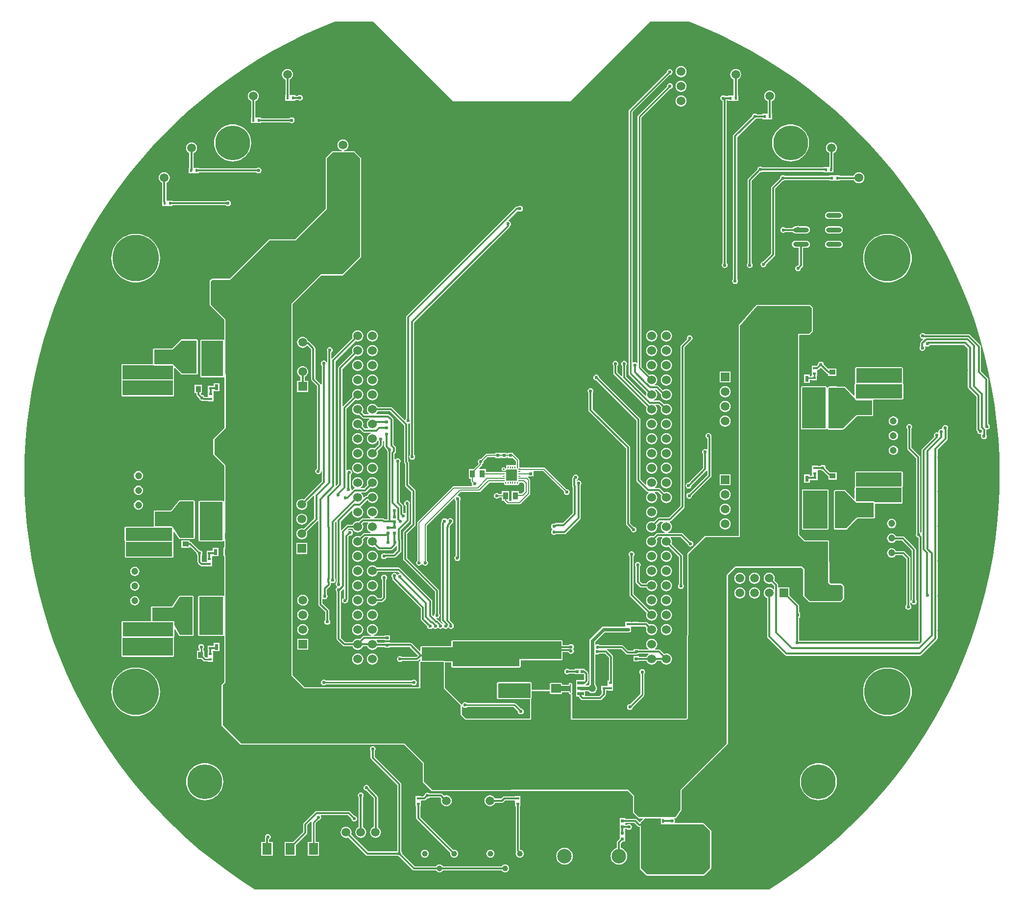
<source format=gtl>
G04*
G04 #@! TF.GenerationSoftware,Altium Limited,Altium Designer,20.1.11 (218)*
G04*
G04 Layer_Physical_Order=1*
G04 Layer_Color=255*
%FSLAX25Y25*%
%MOIN*%
G70*
G04*
G04 #@! TF.SameCoordinates,DC62774E-AE12-477B-97F5-19A81F94617E*
G04*
G04*
G04 #@! TF.FilePolarity,Positive*
G04*
G01*
G75*
%ADD11C,0.01000*%
%ADD14C,0.00787*%
%ADD16R,0.03268X0.11063*%
%ADD17R,0.02362X0.03937*%
%ADD18R,0.10630X0.04528*%
%ADD19R,0.08661X0.06693*%
%ADD20R,0.03347X0.05118*%
%ADD21R,0.02047X0.02047*%
%ADD22C,0.00709*%
%ADD23R,0.01378X0.00787*%
%ADD24R,0.00787X0.01378*%
%ADD25R,0.02047X0.02047*%
%ADD26R,0.03465X0.04016*%
%ADD27R,0.02165X0.01772*%
%ADD28R,0.04016X0.03465*%
%ADD29R,0.04528X0.02362*%
%ADD30R,0.09449X0.03937*%
%ADD31R,0.09449X0.12992*%
%ADD32O,0.10630X0.03150*%
%ADD33R,0.09252X0.06221*%
%ADD34R,0.01378X0.02756*%
%ADD35R,0.06299X0.07874*%
%ADD36R,0.18504X0.09055*%
%ADD37R,0.04134X0.12795*%
%ADD38R,0.07480X0.05315*%
%ADD39R,0.01968X0.02362*%
%ADD40R,0.06614X0.11614*%
%ADD41R,0.01772X0.02165*%
%ADD78C,0.01181*%
%ADD79C,0.01004*%
%ADD80C,0.02362*%
%ADD81C,0.06000*%
%ADD82R,0.06000X0.06000*%
%ADD83C,0.03937*%
%ADD84C,0.05906*%
%ADD85R,0.05906X0.05906*%
%ADD86R,0.05906X0.05906*%
%ADD87C,0.09843*%
%ADD88C,0.23622*%
%ADD89C,0.04725*%
%ADD90C,0.31496*%
%ADD91C,0.03150*%
%ADD92C,0.02362*%
%ADD93C,0.05000*%
G36*
X131280Y304532D02*
X141918Y299738D01*
X152381Y294573D01*
X162656Y289044D01*
X172730Y283157D01*
X182591Y276919D01*
X192227Y270338D01*
X201625Y263423D01*
X210774Y256181D01*
X219663Y248622D01*
X228280Y240756D01*
X236616Y232591D01*
X244659Y224137D01*
X252400Y215407D01*
X259830Y206409D01*
X266938Y197156D01*
X273717Y187659D01*
X280157Y177929D01*
X286251Y167979D01*
X291992Y157820D01*
X297372Y147466D01*
X302384Y136929D01*
X307023Y126223D01*
X311283Y115360D01*
X315158Y104353D01*
X318643Y93218D01*
X321735Y81967D01*
X324429Y70614D01*
X326722Y59173D01*
X328612Y47659D01*
X330095Y36085D01*
X331171Y24466D01*
X331837Y12817D01*
X332094Y1152D01*
X331940Y-10516D01*
X331375Y-22170D01*
X330402Y-33798D01*
X329020Y-45384D01*
X327231Y-56915D01*
X325038Y-68375D01*
X322444Y-79751D01*
X319451Y-91029D01*
X316063Y-102195D01*
X312285Y-113234D01*
X308121Y-124134D01*
X303576Y-134881D01*
X298656Y-145462D01*
X293368Y-155862D01*
X287716Y-166071D01*
X281709Y-176074D01*
X275355Y-185860D01*
X268660Y-195417D01*
X261633Y-204732D01*
X254282Y-213794D01*
X246618Y-222592D01*
X238649Y-231116D01*
X230386Y-239353D01*
X221837Y-247295D01*
X213015Y-254932D01*
X203930Y-262254D01*
X194593Y-269251D01*
X185015Y-275916D01*
X175420Y-282105D01*
X-174774D01*
X-184328Y-275944D01*
X-193866Y-269310D01*
X-203165Y-262346D01*
X-212215Y-255061D01*
X-221005Y-247463D01*
X-229523Y-239562D01*
X-237759Y-231368D01*
X-245703Y-222890D01*
X-253346Y-214140D01*
X-260678Y-205127D01*
X-267689Y-195863D01*
X-274372Y-186359D01*
X-280718Y-176627D01*
X-286719Y-166679D01*
X-292368Y-156527D01*
X-297659Y-146183D01*
X-302584Y-135660D01*
X-307137Y-124972D01*
X-311314Y-114130D01*
X-315108Y-103149D01*
X-318515Y-92042D01*
X-321532Y-80822D01*
X-324154Y-69504D01*
X-326378Y-58100D01*
X-328201Y-46626D01*
X-329622Y-35095D01*
X-330638Y-23522D01*
X-331248Y-11920D01*
X-331451Y-303D01*
X-331244Y11406D01*
X-330625Y23100D01*
X-329592Y34766D01*
X-328149Y46388D01*
X-326297Y57952D01*
X-324037Y69443D01*
X-321374Y80847D01*
X-318309Y92150D01*
X-314848Y103338D01*
X-310994Y114397D01*
X-306751Y125312D01*
X-302127Y136072D01*
X-297125Y146661D01*
X-291753Y157067D01*
X-286017Y167278D01*
X-279924Y177279D01*
X-273482Y187059D01*
X-266699Y196605D01*
X-259583Y205907D01*
X-252144Y214951D01*
X-244389Y223728D01*
X-236330Y232225D01*
X-227976Y240432D01*
X-219338Y248339D01*
X-210426Y255937D01*
X-201251Y263215D01*
X-191825Y270165D01*
X-182160Y276778D01*
X-172267Y283046D01*
X-162159Y288961D01*
X-151849Y294515D01*
X-141349Y299701D01*
X-130673Y304515D01*
X-119983Y308887D01*
X-94416D01*
X-40206Y254676D01*
X-40206Y254676D01*
X-39913Y254481D01*
X-39567Y254412D01*
X-39567Y254412D01*
X39567D01*
X39913Y254481D01*
X40206Y254676D01*
X94416Y308887D01*
X120629D01*
X131280Y304532D01*
D02*
G37*
%LPC*%
G36*
X107571Y276416D02*
X106803Y276264D01*
X106152Y275829D01*
X105717Y275178D01*
X105564Y274410D01*
X105588Y274286D01*
X80074Y248772D01*
X79789Y248346D01*
X79689Y247843D01*
Y69016D01*
X79789Y68513D01*
X80074Y68086D01*
X91879Y56281D01*
X91633Y55686D01*
X91503Y54697D01*
X91563Y54242D01*
X91089Y54008D01*
X77980Y67117D01*
Y74359D01*
X77994Y74368D01*
X78429Y75019D01*
X78582Y75787D01*
X78429Y76556D01*
X77994Y77207D01*
X77343Y77642D01*
X76575Y77794D01*
X75807Y77642D01*
X75156Y77207D01*
X74721Y76556D01*
X74568Y75787D01*
X74721Y75019D01*
X75156Y74368D01*
X75170Y74359D01*
Y67490D01*
X74708Y67299D01*
X72074Y69932D01*
Y74359D01*
X72088Y74368D01*
X72524Y75019D01*
X72676Y75787D01*
X72524Y76556D01*
X72088Y77207D01*
X71437Y77642D01*
X70669Y77794D01*
X69901Y77642D01*
X69250Y77207D01*
X68815Y76556D01*
X68662Y75787D01*
X68815Y75019D01*
X69250Y74368D01*
X69264Y74359D01*
Y69350D01*
X69371Y68813D01*
X69676Y68357D01*
X91842Y46191D01*
X91633Y45686D01*
X91503Y44697D01*
X91633Y43708D01*
X92014Y42787D01*
X92622Y41996D01*
X93413Y41389D01*
X94334Y41007D01*
X95323Y40877D01*
X96311Y41007D01*
X97233Y41389D01*
X98024Y41996D01*
X98631Y42787D01*
X99013Y43708D01*
X99143Y44697D01*
X99013Y45686D01*
X98631Y46607D01*
X98055Y47358D01*
X98114Y47662D01*
X98180Y47858D01*
X100175D01*
X101842Y46191D01*
X101633Y45686D01*
X101503Y44697D01*
X101633Y43708D01*
X102015Y42787D01*
X102622Y41996D01*
X103413Y41389D01*
X104334Y41007D01*
X105323Y40877D01*
X106312Y41007D01*
X107233Y41389D01*
X108024Y41996D01*
X108631Y42787D01*
X109013Y43708D01*
X109143Y44697D01*
X109013Y45686D01*
X108631Y46607D01*
X108024Y47398D01*
X107233Y48005D01*
X106312Y48387D01*
X105323Y48517D01*
X104334Y48387D01*
X103829Y48178D01*
X101750Y50256D01*
X101295Y50561D01*
X100757Y50668D01*
X96799D01*
X96700Y51168D01*
X97233Y51389D01*
X98024Y51996D01*
X98631Y52787D01*
X99013Y53708D01*
X99143Y54697D01*
X99013Y55686D01*
X98631Y56607D01*
X98024Y57398D01*
X97578Y57741D01*
X97747Y58241D01*
X98434D01*
X101558Y55116D01*
X101503Y54697D01*
X101633Y53708D01*
X102015Y52787D01*
X102622Y51996D01*
X103413Y51389D01*
X104334Y51007D01*
X105323Y50877D01*
X106312Y51007D01*
X107233Y51389D01*
X108024Y51996D01*
X108631Y52787D01*
X109013Y53708D01*
X109143Y54697D01*
X109013Y55686D01*
X108631Y56607D01*
X108024Y57398D01*
X107233Y58005D01*
X106312Y58387D01*
X105323Y58517D01*
X104334Y58387D01*
X103413Y58005D01*
X102977Y57671D01*
X100009Y60639D01*
X99553Y60944D01*
X99016Y61051D01*
X97614D01*
X97444Y61551D01*
X98024Y61996D01*
X98631Y62787D01*
X99013Y63708D01*
X99143Y64697D01*
X99013Y65686D01*
X98631Y66607D01*
X98024Y67398D01*
X97233Y68005D01*
X96311Y68387D01*
X95323Y68517D01*
X94334Y68387D01*
X93739Y68140D01*
X88370Y73509D01*
Y243597D01*
X107652Y262880D01*
X107776Y262855D01*
X108544Y263008D01*
X109195Y263443D01*
X109630Y264094D01*
X109783Y264862D01*
X109630Y265630D01*
X109195Y266281D01*
X108544Y266717D01*
X107776Y266869D01*
X107008Y266717D01*
X106356Y266281D01*
X105921Y265630D01*
X105769Y264862D01*
X105793Y264739D01*
X86125Y245071D01*
X85840Y244645D01*
X85741Y244142D01*
Y76429D01*
X85428Y76290D01*
X85241Y76247D01*
X84626Y76657D01*
X83858Y76810D01*
X83090Y76657D01*
X82819Y76476D01*
X82319Y76743D01*
Y247298D01*
X107448Y272427D01*
X107571Y272402D01*
X108339Y272555D01*
X108990Y272990D01*
X109425Y273641D01*
X109578Y274410D01*
X109425Y275178D01*
X108990Y275829D01*
X108339Y276264D01*
X107571Y276416D01*
D02*
G37*
G36*
X115323Y278469D02*
X114347Y278341D01*
X113437Y277964D01*
X112655Y277364D01*
X112056Y276583D01*
X111679Y275673D01*
X111550Y274697D01*
X111679Y273721D01*
X112056Y272811D01*
X112655Y272029D01*
X113437Y271430D01*
X114347Y271053D01*
X115323Y270924D01*
X116299Y271053D01*
X117209Y271430D01*
X117990Y272029D01*
X118590Y272811D01*
X118967Y273721D01*
X119095Y274697D01*
X118967Y275673D01*
X118590Y276583D01*
X117990Y277364D01*
X117209Y277964D01*
X116299Y278341D01*
X115323Y278469D01*
D02*
G37*
G36*
Y268469D02*
X114347Y268341D01*
X113437Y267964D01*
X112655Y267364D01*
X112056Y266583D01*
X111679Y265673D01*
X111550Y264697D01*
X111679Y263720D01*
X112056Y262811D01*
X112655Y262029D01*
X113437Y261430D01*
X114347Y261053D01*
X115323Y260924D01*
X116299Y261053D01*
X117209Y261430D01*
X117990Y262029D01*
X118590Y262811D01*
X118967Y263720D01*
X119095Y264697D01*
X118967Y265673D01*
X118590Y266583D01*
X117990Y267364D01*
X117209Y267964D01*
X116299Y268341D01*
X115323Y268469D01*
D02*
G37*
G36*
X152480Y276536D02*
X151504Y276408D01*
X150594Y276031D01*
X149813Y275431D01*
X149213Y274650D01*
X148837Y273740D01*
X148708Y272764D01*
X148837Y271788D01*
X149213Y270878D01*
X149813Y270096D01*
X150594Y269497D01*
X151066Y269302D01*
Y258525D01*
X150591Y258465D01*
X150287Y258465D01*
X147244D01*
Y257999D01*
X145523D01*
X145514Y258014D01*
X144863Y258449D01*
X144095Y258602D01*
X143326Y258449D01*
X142675Y258014D01*
X142240Y257363D01*
X142087Y256594D01*
X142240Y255826D01*
X142675Y255175D01*
X143326Y254740D01*
X143575Y254691D01*
Y144342D01*
X143561Y144333D01*
X143126Y143682D01*
X142973Y142913D01*
X143126Y142145D01*
X143561Y141494D01*
X144212Y141059D01*
X144980Y140906D01*
X145748Y141059D01*
X146399Y141494D01*
X146835Y142145D01*
X146987Y142913D01*
X146835Y143682D01*
X146399Y144333D01*
X146385Y144342D01*
Y255189D01*
X147244D01*
Y254724D01*
X150287D01*
X150591Y254724D01*
X151091Y254724D01*
X154134D01*
Y258465D01*
X153875D01*
Y269293D01*
X154367Y269497D01*
X155148Y270096D01*
X155747Y270878D01*
X156124Y271788D01*
X156253Y272764D01*
X156124Y273740D01*
X155747Y274650D01*
X155148Y275431D01*
X154367Y276031D01*
X153457Y276408D01*
X152480Y276536D01*
D02*
G37*
G36*
X-152480Y276536D02*
X-153457Y276408D01*
X-154367Y276031D01*
X-155148Y275431D01*
X-155747Y274650D01*
X-156124Y273740D01*
X-156253Y272764D01*
X-156124Y271788D01*
X-155747Y270878D01*
X-155148Y270096D01*
X-154367Y269497D01*
X-153767Y269249D01*
Y258661D01*
X-154035D01*
Y254921D01*
X-150992D01*
X-150689Y254921D01*
X-150189Y254921D01*
X-147146D01*
Y255436D01*
X-145363D01*
X-144764Y255035D01*
X-143996Y254883D01*
X-143228Y255035D01*
X-142577Y255471D01*
X-142142Y256122D01*
X-141989Y256890D01*
X-142142Y257658D01*
X-142577Y258309D01*
X-143228Y258744D01*
X-143996Y258897D01*
X-144764Y258744D01*
X-145415Y258309D01*
X-145458Y258245D01*
X-147146D01*
Y258661D01*
X-150189D01*
X-150492Y258661D01*
X-150957Y258746D01*
Y269346D01*
X-150594Y269497D01*
X-149813Y270096D01*
X-149213Y270878D01*
X-148836Y271788D01*
X-148708Y272764D01*
X-148836Y273740D01*
X-149213Y274650D01*
X-149813Y275431D01*
X-150594Y276031D01*
X-151504Y276408D01*
X-152480Y276536D01*
D02*
G37*
G36*
X115323Y258469D02*
X114347Y258341D01*
X113437Y257964D01*
X112655Y257364D01*
X112056Y256583D01*
X111679Y255673D01*
X111550Y254697D01*
X111679Y253720D01*
X112056Y252811D01*
X112655Y252029D01*
X113437Y251430D01*
X114347Y251053D01*
X115323Y250924D01*
X116299Y251053D01*
X117209Y251430D01*
X117990Y252029D01*
X118590Y252811D01*
X118967Y253720D01*
X119095Y254697D01*
X118967Y255673D01*
X118590Y256583D01*
X117990Y257364D01*
X117209Y257964D01*
X116299Y258341D01*
X115323Y258469D01*
D02*
G37*
G36*
X175654Y261773D02*
X174678Y261645D01*
X173768Y261268D01*
X172986Y260668D01*
X172387Y259887D01*
X172010Y258977D01*
X171882Y258001D01*
X172010Y257024D01*
X172387Y256115D01*
X172986Y255333D01*
X173768Y254734D01*
X174267Y254527D01*
Y246138D01*
X173819Y246012D01*
X173516Y246012D01*
X170473D01*
Y245596D01*
X167013D01*
X166970Y245659D01*
X166319Y246094D01*
X165551Y246247D01*
X164783Y246094D01*
X164132Y245659D01*
X163697Y245008D01*
X163544Y244240D01*
X163548Y244223D01*
X151074Y231749D01*
X150769Y231294D01*
X150662Y230756D01*
Y133515D01*
X150648Y133506D01*
X150213Y132855D01*
X150060Y132087D01*
X150213Y131318D01*
X150648Y130667D01*
X151299Y130232D01*
X152067Y130079D01*
X152835Y130232D01*
X153486Y130667D01*
X153921Y131318D01*
X154074Y132087D01*
X153921Y132855D01*
X153486Y133506D01*
X153472Y133515D01*
Y230174D01*
X165534Y242236D01*
X165551Y242233D01*
X166319Y242386D01*
X166918Y242786D01*
X170473D01*
Y242272D01*
X173516D01*
X173819Y242272D01*
X174319Y242272D01*
X177362D01*
Y246012D01*
X177076D01*
Y254542D01*
X177540Y254734D01*
X178322Y255333D01*
X178921Y256115D01*
X179298Y257024D01*
X179426Y258001D01*
X179298Y258977D01*
X178921Y259887D01*
X178322Y260668D01*
X177540Y261268D01*
X176630Y261645D01*
X175654Y261773D01*
D02*
G37*
G36*
X-175654Y261773D02*
X-176630Y261645D01*
X-177540Y261268D01*
X-178322Y260668D01*
X-178921Y259887D01*
X-179298Y258977D01*
X-179426Y258001D01*
X-179298Y257024D01*
X-178921Y256114D01*
X-178322Y255333D01*
X-177540Y254734D01*
X-177076Y254541D01*
Y243406D01*
X-177362D01*
Y239665D01*
X-174319D01*
X-174016Y239665D01*
X-173516Y239665D01*
X-170473D01*
Y240130D01*
X-151035D01*
X-151025Y240116D01*
X-150374Y239681D01*
X-149606Y239528D01*
X-148838Y239681D01*
X-148187Y240116D01*
X-147752Y240767D01*
X-147599Y241535D01*
X-147752Y242303D01*
X-148187Y242955D01*
X-148838Y243390D01*
X-149606Y243543D01*
X-150374Y243390D01*
X-151025Y242955D01*
X-151035Y242940D01*
X-170473D01*
Y243406D01*
X-173516D01*
X-173819Y243406D01*
X-174267Y243532D01*
Y254527D01*
X-173768Y254734D01*
X-172986Y255333D01*
X-172387Y256114D01*
X-172010Y257024D01*
X-171882Y258001D01*
X-172010Y258977D01*
X-172387Y259887D01*
X-172986Y260668D01*
X-173768Y261268D01*
X-174678Y261645D01*
X-175654Y261773D01*
D02*
G37*
G36*
X-114677Y228469D02*
X-115654Y228341D01*
X-116563Y227964D01*
X-117345Y227364D01*
X-117944Y226583D01*
X-118321Y225673D01*
X-118450Y224697D01*
X-118321Y223721D01*
X-117944Y222811D01*
X-117345Y222029D01*
X-116563Y221430D01*
X-115654Y221053D01*
X-115249Y221000D01*
X-115281Y220500D01*
X-121677Y220500D01*
X-121984Y220439D01*
X-122245Y220265D01*
X-122245Y220265D01*
X-126245Y216265D01*
X-126419Y216004D01*
X-126480Y215697D01*
X-126480Y181007D01*
X-147212Y160500D01*
X-164685Y160500D01*
X-164685Y160500D01*
X-164992Y160439D01*
X-165253Y160265D01*
X-191841Y133677D01*
X-203740Y133677D01*
X-204047Y133616D01*
X-204308Y133442D01*
X-204308Y133442D01*
X-205292Y132457D01*
X-205292Y132457D01*
X-205466Y132197D01*
X-205527Y131890D01*
X-205527Y116142D01*
X-205466Y115834D01*
X-205292Y115574D01*
X-205292Y115574D01*
X-195507Y105788D01*
X-195477Y92334D01*
X-195574Y92258D01*
X-195976Y92112D01*
X-196120Y92208D01*
X-196427Y92269D01*
X-210927Y92269D01*
X-211234Y92208D01*
X-211495Y92034D01*
X-211669Y91774D01*
X-211730Y91466D01*
X-211730Y67358D01*
X-211669Y67051D01*
X-211495Y66791D01*
X-211234Y66617D01*
X-210927Y66556D01*
X-196427Y66555D01*
X-196120Y66617D01*
X-195921Y66750D01*
X-195659Y66680D01*
X-195420Y66548D01*
X-195345Y32267D01*
X-200468Y27144D01*
X-202693Y24946D01*
X-202695Y24944D01*
X-202697Y24943D01*
X-202782Y24815D01*
X-202869Y24687D01*
X-202869Y24684D01*
X-202871Y24682D01*
X-202901Y24532D01*
X-202932Y24380D01*
X-202931Y24377D01*
X-202932Y24375D01*
X-202932Y14023D01*
X-202932Y14022D01*
X-202932Y14020D01*
X-202901Y13869D01*
X-202871Y13716D01*
X-202870Y13715D01*
X-202870Y13713D01*
X-202784Y13586D01*
X-202697Y13456D01*
X-202695Y13455D01*
X-202695Y13453D01*
X-200863Y11637D01*
X-195534Y6308D01*
X-195533Y-7303D01*
X-195533Y-17713D01*
X-196033Y-17864D01*
X-196102Y-17761D01*
X-196362Y-17587D01*
X-196669Y-17526D01*
X-212169D01*
X-212476Y-17587D01*
X-212737Y-17761D01*
X-212911Y-18022D01*
X-212972Y-18329D01*
X-212972Y-44431D01*
X-212911Y-44739D01*
X-212737Y-44999D01*
X-212476Y-45173D01*
X-212169Y-45234D01*
X-196669D01*
X-196362Y-45173D01*
X-196102Y-44999D01*
X-196031Y-44894D01*
X-195531Y-45045D01*
X-195531Y-49351D01*
X-195885Y-49705D01*
X-195965D01*
Y-55216D01*
X-195531D01*
X-195529Y-82178D01*
X-195628Y-82256D01*
X-196029Y-82400D01*
X-196173Y-82304D01*
X-196480Y-82243D01*
X-212421Y-82243D01*
X-212729Y-82304D01*
X-212989Y-82478D01*
X-213163Y-82738D01*
X-213224Y-83046D01*
X-213224Y-108801D01*
X-213163Y-109109D01*
X-212989Y-109369D01*
X-212729Y-109543D01*
X-212421Y-109604D01*
X-196480D01*
X-196173Y-109543D01*
X-196028Y-109446D01*
X-195630Y-109588D01*
X-195528Y-109668D01*
X-195526Y-140971D01*
X-197048Y-142493D01*
X-197222Y-142754D01*
X-197283Y-143061D01*
X-197283Y-170350D01*
X-197283Y-170350D01*
X-197222Y-170658D01*
X-197048Y-170918D01*
X-184589Y-183377D01*
X-184589Y-183377D01*
X-184328Y-183551D01*
X-184021Y-183612D01*
X-73067Y-183612D01*
X-60486Y-196205D01*
X-60487Y-208803D01*
X-60487Y-208803D01*
X-60449Y-208995D01*
X-60426Y-209110D01*
X-60426Y-209110D01*
X-60251Y-209371D01*
X-60251Y-209371D01*
X-54923Y-214699D01*
X-54919Y-214724D01*
X-54905Y-214743D01*
X-54900Y-214766D01*
X-54819Y-214873D01*
X-54744Y-214984D01*
X-54725Y-214997D01*
X-54711Y-215016D01*
X-54595Y-215083D01*
X-54484Y-215158D01*
X-54461Y-215162D01*
X-54440Y-215174D01*
X-54308Y-215193D01*
X-54176Y-215218D01*
X52272Y-215108D01*
X78904Y-215108D01*
X82465Y-218669D01*
X82465Y-229475D01*
X82465Y-229475D01*
X82526Y-229782D01*
X82700Y-230043D01*
X86141Y-233483D01*
X86141Y-233483D01*
X86401Y-233657D01*
X86708Y-233718D01*
X89198D01*
X89389Y-234180D01*
X87523Y-236047D01*
X87459Y-236143D01*
X86962Y-236257D01*
X86852Y-236243D01*
X85245Y-234636D01*
X84790Y-234332D01*
X84252Y-234225D01*
X77165D01*
Y-233661D01*
X73622D01*
Y-237098D01*
X73622Y-237598D01*
X73622Y-238098D01*
Y-241535D01*
X73622D01*
Y-241831D01*
X73622D01*
Y-245268D01*
X73622Y-245768D01*
X73622Y-246268D01*
Y-247718D01*
X72038Y-249302D01*
X71733Y-249758D01*
X71627Y-250295D01*
Y-253974D01*
X71541Y-253986D01*
X70152Y-254561D01*
X68960Y-255476D01*
X68045Y-256668D01*
X67470Y-258057D01*
X67274Y-259547D01*
X67470Y-261037D01*
X68045Y-262426D01*
X68960Y-263619D01*
X70152Y-264534D01*
X71541Y-265109D01*
X73032Y-265305D01*
X74522Y-265109D01*
X75911Y-264534D01*
X77103Y-263619D01*
X78018Y-262426D01*
X78593Y-261037D01*
X78789Y-259547D01*
X78593Y-258057D01*
X78018Y-256668D01*
X77103Y-255476D01*
X75911Y-254561D01*
X74522Y-253986D01*
X74436Y-253974D01*
Y-250877D01*
X75609Y-249705D01*
X77165D01*
Y-246268D01*
X77165Y-245768D01*
X77165Y-245268D01*
Y-241831D01*
X77165D01*
Y-241535D01*
X77165D01*
Y-241021D01*
X78361D01*
X78404Y-241085D01*
X79055Y-241520D01*
X79823Y-241672D01*
X80591Y-241520D01*
X81242Y-241085D01*
X81677Y-240433D01*
X81830Y-239665D01*
X81677Y-238897D01*
X81242Y-238246D01*
X80591Y-237811D01*
X79823Y-237658D01*
X79055Y-237811D01*
X78456Y-238211D01*
X77519D01*
X77165Y-237858D01*
Y-237388D01*
X77519Y-237035D01*
X83670D01*
X85719Y-239084D01*
X86175Y-239388D01*
X86713Y-239495D01*
X87288D01*
Y-267913D01*
X87288Y-267913D01*
X87349Y-268221D01*
X87523Y-268481D01*
X91558Y-272516D01*
X91819Y-272691D01*
X92126Y-272752D01*
X130710Y-272752D01*
X131017Y-272691D01*
X131278Y-272516D01*
X131278Y-272516D01*
X135607Y-268187D01*
X135781Y-267927D01*
X135842Y-267619D01*
X135842Y-242380D01*
X135781Y-242073D01*
X135607Y-241813D01*
X135607Y-241813D01*
X131022Y-237228D01*
X131022Y-237228D01*
X130762Y-237054D01*
X130454Y-236993D01*
X111141Y-236993D01*
X110905Y-236551D01*
X111008Y-236398D01*
X111161Y-235630D01*
X111008Y-234862D01*
X110573Y-234211D01*
X110736Y-233718D01*
X111460D01*
X111538Y-233703D01*
X111618Y-233703D01*
X111690Y-233673D01*
X111767Y-233657D01*
X111834Y-233613D01*
X111907Y-233583D01*
X111962Y-233527D01*
X112028Y-233483D01*
X112072Y-233417D01*
X112128Y-233361D01*
X115491Y-228317D01*
X115521Y-228244D01*
X115565Y-228179D01*
X115580Y-228101D01*
X115610Y-228027D01*
X115610Y-227949D01*
X115626Y-227871D01*
X115626Y-214747D01*
X146891Y-183377D01*
X146977Y-183248D01*
X147065Y-183117D01*
X147065Y-183116D01*
X147065Y-183116D01*
X147095Y-182963D01*
X147126Y-182810D01*
X147126Y-68136D01*
X152157Y-63104D01*
X197039Y-63106D01*
X198374Y-64186D01*
X198374Y-82112D01*
X198435Y-82420D01*
X198609Y-82680D01*
X198609Y-82680D01*
X202301Y-86371D01*
X202561Y-86545D01*
X202868Y-86606D01*
X223823Y-86606D01*
X224130Y-86545D01*
X224391Y-86371D01*
X224391Y-86371D01*
X225890Y-84871D01*
X225890Y-84871D01*
X226065Y-84610D01*
X226126Y-84303D01*
X226126Y-75803D01*
X226065Y-75496D01*
X225890Y-75235D01*
X225890Y-75235D01*
X224891Y-74235D01*
X224891Y-74235D01*
X224630Y-74061D01*
X224323Y-74000D01*
X217201Y-74000D01*
X216127Y-72927D01*
X216124Y-45303D01*
X216095Y-45158D01*
X216062Y-44996D01*
X216062Y-44996D01*
X216062Y-44996D01*
X215982Y-44875D01*
X215889Y-44735D01*
X215889Y-44735D01*
X215888Y-44735D01*
X215749Y-44642D01*
X215628Y-44561D01*
X215628Y-44561D01*
X215628Y-44561D01*
X215466Y-44529D01*
X215321Y-44500D01*
X199489Y-44500D01*
X195602Y-40949D01*
X195602Y14697D01*
X195602Y95040D01*
X195955Y95394D01*
X202398Y95394D01*
X202705Y95455D01*
X202835Y95542D01*
X202965Y95629D01*
X202965Y95629D01*
X204722Y97386D01*
X204722Y97386D01*
X204896Y97646D01*
X204957Y97953D01*
X204957Y113760D01*
X204895Y114067D01*
X204721Y114327D01*
X204721Y114327D01*
X203467Y115581D01*
X203467Y115581D01*
X203207Y115755D01*
X202900Y115816D01*
X166874Y115816D01*
X166843Y115811D01*
X166813Y115814D01*
X166691Y115780D01*
X166566Y115755D01*
X166541Y115738D01*
X166511Y115730D01*
X166411Y115652D01*
X166306Y115581D01*
X166289Y115556D01*
X166264Y115537D01*
X154706Y102071D01*
X154644Y101961D01*
X154573Y101856D01*
X154567Y101825D01*
X154552Y101798D01*
X154537Y101673D01*
X154512Y101549D01*
X154512Y-41499D01*
X131817Y-41506D01*
X131664Y-41536D01*
X131510Y-41567D01*
X131510Y-41567D01*
X131510Y-41567D01*
X131379Y-41655D01*
X131250Y-41741D01*
X119758Y-53233D01*
X119672Y-53361D01*
X119584Y-53492D01*
X119584Y-53493D01*
X119584Y-53493D01*
X119554Y-53645D01*
X119523Y-53799D01*
X119319Y-165268D01*
X118867Y-165719D01*
X41126Y-165719D01*
X41126Y-149606D01*
X41065Y-149299D01*
X40890Y-148871D01*
X41065Y-148610D01*
X41126Y-148303D01*
X41126Y-142303D01*
X41065Y-141996D01*
X40890Y-141735D01*
X40630Y-141561D01*
X40323Y-141500D01*
X39756D01*
X39449Y-141561D01*
X39188Y-141735D01*
X39014Y-141996D01*
X38953Y-142303D01*
Y-142729D01*
X34456D01*
Y-142303D01*
X34395Y-141996D01*
X34221Y-141735D01*
X33961Y-141561D01*
X33654Y-141500D01*
X26823Y-141500D01*
X26516Y-141561D01*
X26255Y-141735D01*
X26081Y-141996D01*
X26020Y-142303D01*
X26020Y-146250D01*
X13696D01*
X13626Y-145750D01*
Y-141803D01*
X13565Y-141496D01*
X13390Y-141235D01*
X13130Y-141061D01*
X12823Y-141000D01*
X-9177D01*
X-9484Y-141061D01*
X-9745Y-141235D01*
X-9919Y-141496D01*
X-9980Y-141803D01*
X-9980Y-151803D01*
X-9919Y-152110D01*
X-9745Y-152371D01*
X-9484Y-152545D01*
X-9177Y-152606D01*
X12520D01*
X12520Y-165719D01*
X-31212Y-165719D01*
X-33874Y-163266D01*
X-33874Y-157606D01*
X-33374Y-157484D01*
X-33015Y-158021D01*
X-32364Y-158456D01*
X-31596Y-158609D01*
X-30828Y-158456D01*
X-30177Y-158021D01*
X-30107Y-157917D01*
X1333D01*
X4317Y-160900D01*
X4292Y-161024D01*
X4445Y-161792D01*
X4880Y-162443D01*
X5531Y-162878D01*
X6299Y-163031D01*
X7067Y-162878D01*
X7718Y-162443D01*
X8153Y-161792D01*
X8306Y-161024D01*
X8153Y-160256D01*
X7718Y-159604D01*
X7067Y-159169D01*
X6299Y-159017D01*
X6176Y-159041D01*
X2807Y-155673D01*
X2381Y-155388D01*
X1878Y-155288D01*
X-30107D01*
X-30177Y-155183D01*
X-30828Y-154748D01*
X-31596Y-154595D01*
X-32364Y-154748D01*
X-33015Y-155183D01*
X-33450Y-155834D01*
X-33525Y-156210D01*
X-33814Y-156319D01*
X-34056Y-156316D01*
X-34110Y-156235D01*
X-34110Y-156235D01*
X-45374Y-144971D01*
X-45374Y-127606D01*
X-40980D01*
Y-130303D01*
X-40919Y-130610D01*
X-40745Y-130871D01*
X-40484Y-131045D01*
X-40177Y-131106D01*
X5323Y-131106D01*
X5630Y-131045D01*
X5891Y-130871D01*
X6064Y-130610D01*
X6126Y-130303D01*
Y-126106D01*
X33823D01*
X34130Y-126045D01*
X34391Y-125871D01*
X34565Y-125610D01*
X34626Y-125303D01*
Y-120708D01*
X38741D01*
X39033Y-121146D01*
X39685Y-121581D01*
X40453Y-121734D01*
X41221Y-121581D01*
X41872Y-121146D01*
X42307Y-120495D01*
X42460Y-119727D01*
X42307Y-118958D01*
X41932Y-118398D01*
X42307Y-117837D01*
X42460Y-117069D01*
X42307Y-116301D01*
X41872Y-115650D01*
X41221Y-115215D01*
X40453Y-115062D01*
X39685Y-115215D01*
X39033Y-115650D01*
X38868Y-115898D01*
X34626D01*
Y-113303D01*
X34565Y-112996D01*
X34391Y-112735D01*
X34130Y-112561D01*
X33823Y-112500D01*
X-40177Y-112500D01*
X-40484Y-112561D01*
X-40745Y-112735D01*
X-40919Y-112996D01*
X-40980Y-113303D01*
Y-116500D01*
X-61177D01*
X-61484Y-116561D01*
X-61745Y-116735D01*
X-61919Y-116996D01*
X-61980Y-117303D01*
Y-119860D01*
X-62442Y-120052D01*
X-67790Y-114703D01*
X-68246Y-114399D01*
X-68783Y-114292D01*
X-82866D01*
Y-113917D01*
X-86488D01*
Y-114292D01*
X-90997D01*
X-91369Y-113393D01*
X-91837Y-112783D01*
X-91605Y-112283D01*
X-86488D01*
Y-112689D01*
X-82866D01*
Y-111350D01*
X-82772Y-110878D01*
X-82866Y-110406D01*
Y-109067D01*
X-86488D01*
Y-109473D01*
X-93596D01*
X-93688Y-108993D01*
X-92767Y-108611D01*
X-91976Y-108004D01*
X-91369Y-107213D01*
X-90987Y-106292D01*
X-90857Y-105303D01*
X-90987Y-104314D01*
X-91369Y-103393D01*
X-91976Y-102602D01*
X-92767Y-101995D01*
X-93688Y-101613D01*
X-94677Y-101483D01*
X-95666Y-101613D01*
X-96587Y-101995D01*
X-97378Y-102602D01*
X-97986Y-103393D01*
X-98367Y-104314D01*
X-98497Y-105303D01*
X-98367Y-106292D01*
X-97986Y-107213D01*
X-97378Y-108004D01*
X-96587Y-108611D01*
X-95666Y-108993D01*
X-95758Y-109473D01*
X-100252D01*
X-100790Y-109580D01*
X-101245Y-109885D01*
X-103183Y-111822D01*
X-103689Y-111613D01*
X-104677Y-111483D01*
X-105666Y-111613D01*
X-106587Y-111995D01*
X-107378Y-112602D01*
X-107985Y-113393D01*
X-108195Y-113898D01*
X-113131D01*
X-116166Y-110863D01*
Y-79507D01*
X-116152Y-79498D01*
X-115717Y-78847D01*
X-115693Y-78730D01*
X-114367Y-77404D01*
X-113905Y-77595D01*
Y-83571D01*
X-114154Y-83620D01*
X-114805Y-84055D01*
X-115240Y-84706D01*
X-115393Y-85475D01*
X-115240Y-86243D01*
X-114805Y-86894D01*
X-114154Y-87329D01*
X-113386Y-87482D01*
X-112618Y-87329D01*
X-111967Y-86894D01*
X-111532Y-86243D01*
X-111379Y-85475D01*
X-111392Y-85410D01*
X-111202Y-85126D01*
X-111095Y-84589D01*
Y-42060D01*
X-110286Y-41252D01*
X-109941Y-41320D01*
X-109173Y-41167D01*
X-108522Y-40732D01*
X-108087Y-40081D01*
X-107934Y-39313D01*
X-108087Y-38545D01*
X-108522Y-37894D01*
X-109173Y-37459D01*
X-109941Y-37306D01*
X-110709Y-37459D01*
X-111002Y-37654D01*
X-111320Y-37266D01*
X-110763Y-36708D01*
X-108195D01*
X-107985Y-37213D01*
X-107378Y-38004D01*
X-106587Y-38611D01*
X-105666Y-38993D01*
X-104677Y-39123D01*
X-103689Y-38993D01*
X-102767Y-38611D01*
X-101976Y-38004D01*
X-101369Y-37213D01*
X-100987Y-36292D01*
X-100857Y-35303D01*
X-100987Y-34314D01*
X-101369Y-33393D01*
X-101548Y-33160D01*
X-100595Y-32208D01*
X-97620D01*
X-97460Y-32708D01*
X-97986Y-33393D01*
X-98367Y-34314D01*
X-98497Y-35303D01*
X-98367Y-36292D01*
X-97986Y-37213D01*
X-97378Y-38004D01*
X-96587Y-38611D01*
X-95895Y-38898D01*
X-95994Y-39398D01*
X-100177D01*
X-100715Y-39505D01*
X-101171Y-39810D01*
X-103183Y-41822D01*
X-103689Y-41613D01*
X-104677Y-41483D01*
X-105666Y-41613D01*
X-106587Y-41995D01*
X-107378Y-42602D01*
X-107985Y-43393D01*
X-108367Y-44314D01*
X-108497Y-45303D01*
X-108367Y-46292D01*
X-107985Y-47213D01*
X-107378Y-48004D01*
X-106587Y-48611D01*
X-105666Y-48993D01*
X-104677Y-49123D01*
X-103689Y-48993D01*
X-102767Y-48611D01*
X-101976Y-48004D01*
X-101369Y-47213D01*
X-100987Y-46292D01*
X-100857Y-45303D01*
X-100987Y-44314D01*
X-101197Y-43809D01*
X-99595Y-42208D01*
X-97620D01*
X-97460Y-42708D01*
X-97986Y-43393D01*
X-98367Y-44314D01*
X-98497Y-45303D01*
X-98367Y-46292D01*
X-97986Y-47213D01*
X-97378Y-48004D01*
X-96587Y-48611D01*
X-95666Y-48993D01*
X-94677Y-49123D01*
X-93688Y-48993D01*
X-93183Y-48784D01*
X-91031Y-50937D01*
X-90575Y-51241D01*
X-90037Y-51348D01*
X-82087D01*
X-81549Y-51241D01*
X-81093Y-50937D01*
X-78782Y-48625D01*
X-78478Y-48170D01*
X-78381Y-47686D01*
X-77900Y-47733D01*
X-77881Y-47744D01*
Y-50936D01*
X-80405Y-53459D01*
X-85630D01*
X-85998Y-53532D01*
X-86043Y-53502D01*
X-86811Y-53349D01*
X-87579Y-53502D01*
X-88230Y-53937D01*
X-88665Y-54588D01*
X-88818Y-55356D01*
X-88665Y-56125D01*
X-88230Y-56776D01*
X-87579Y-57211D01*
X-86811Y-57363D01*
X-86043Y-57211D01*
X-85392Y-56776D01*
X-85053Y-56269D01*
X-79823D01*
X-79285Y-56162D01*
X-78829Y-55858D01*
X-75483Y-52511D01*
X-75178Y-52056D01*
X-75072Y-51518D01*
Y-44586D01*
X-75178Y-44049D01*
X-75465Y-43619D01*
Y-37533D01*
X-69676Y-31744D01*
X-69371Y-31288D01*
X-69264Y-30750D01*
X-69264Y-30750D01*
Y-20167D01*
X-69209Y-20084D01*
X-69056Y-19316D01*
X-69209Y-18548D01*
X-69644Y-17897D01*
X-70295Y-17462D01*
X-71063Y-17309D01*
X-71831Y-17462D01*
X-72482Y-17897D01*
X-72917Y-18548D01*
X-73070Y-19316D01*
X-72917Y-20084D01*
X-72482Y-20735D01*
X-72074Y-21008D01*
Y-25961D01*
X-72574Y-26228D01*
X-72854Y-26041D01*
X-73622Y-25889D01*
X-73646Y-25413D01*
Y-21182D01*
X-73753Y-20644D01*
X-74058Y-20188D01*
X-76056Y-18190D01*
Y7979D01*
X-76042Y7988D01*
X-75606Y8639D01*
X-75454Y9407D01*
X-75606Y10175D01*
X-76042Y10826D01*
X-76693Y11262D01*
X-77461Y11414D01*
X-78229Y11262D01*
X-78880Y10826D01*
X-79099Y10499D01*
X-79599Y10650D01*
Y14394D01*
X-79026Y14966D01*
X-78722Y15422D01*
X-78615Y15960D01*
Y18406D01*
X-78722Y18944D01*
X-79026Y19399D01*
X-80288Y20661D01*
Y37655D01*
X-80395Y38193D01*
X-80699Y38649D01*
X-82963Y40913D01*
X-83419Y41217D01*
X-83957Y41324D01*
X-92030D01*
X-92199Y41824D01*
X-91976Y41996D01*
X-91369Y42787D01*
X-91160Y43292D01*
X-82680D01*
X-73157Y33768D01*
Y8858D01*
X-73050Y8321D01*
X-72745Y7865D01*
X-72369Y7489D01*
Y-6890D01*
X-72263Y-7427D01*
X-71958Y-7883D01*
X-68236Y-11606D01*
Y-33219D01*
X-73336Y-38320D01*
X-73641Y-38776D01*
X-73747Y-39313D01*
Y-57185D01*
X-73641Y-57723D01*
X-73336Y-58179D01*
X-52192Y-79322D01*
Y-94142D01*
X-52207Y-94152D01*
X-52642Y-94803D01*
X-52794Y-95571D01*
X-52773Y-95680D01*
X-53234Y-95926D01*
X-53910Y-95250D01*
Y-85925D01*
X-54017Y-85387D01*
X-54321Y-84932D01*
X-75835Y-63418D01*
X-76291Y-63114D01*
X-76829Y-63007D01*
X-91666D01*
X-91976Y-62602D01*
X-92767Y-61995D01*
X-93688Y-61613D01*
X-94677Y-61483D01*
X-95666Y-61613D01*
X-96587Y-61995D01*
X-97378Y-62602D01*
X-97986Y-63393D01*
X-98367Y-64314D01*
X-98497Y-65303D01*
X-98367Y-66292D01*
X-97986Y-67213D01*
X-97378Y-68004D01*
X-96587Y-68611D01*
X-95666Y-68993D01*
X-94677Y-69123D01*
X-93688Y-68993D01*
X-92767Y-68611D01*
X-91976Y-68004D01*
X-91369Y-67213D01*
X-90987Y-66292D01*
X-90925Y-65816D01*
X-77411D01*
X-76375Y-66852D01*
X-76540Y-67395D01*
X-76810Y-67448D01*
X-77357Y-67814D01*
X-77687Y-67790D01*
X-77933Y-67689D01*
X-78309Y-67126D01*
X-78960Y-66691D01*
X-79728Y-66538D01*
X-80497Y-66691D01*
X-81148Y-67126D01*
X-81583Y-67777D01*
X-81735Y-68545D01*
X-81583Y-69314D01*
X-81148Y-69965D01*
X-81133Y-69974D01*
Y-70665D01*
X-81026Y-71203D01*
X-80722Y-71659D01*
X-61740Y-90641D01*
Y-98096D01*
X-61633Y-98634D01*
X-61328Y-99089D01*
X-57420Y-102998D01*
X-57423Y-103014D01*
X-57270Y-103782D01*
X-56835Y-104434D01*
X-56184Y-104869D01*
X-55416Y-105022D01*
X-54648Y-104869D01*
X-53997Y-104434D01*
X-53829Y-104182D01*
X-53329D01*
X-53292Y-104237D01*
X-52641Y-104672D01*
X-51873Y-104825D01*
X-51105Y-104672D01*
X-50454Y-104237D01*
X-50351Y-104083D01*
X-49851D01*
X-49748Y-104237D01*
X-49097Y-104672D01*
X-48329Y-104825D01*
X-47561Y-104672D01*
X-46910Y-104237D01*
X-46808Y-104083D01*
X-46308D01*
X-46205Y-104237D01*
X-45554Y-104672D01*
X-44786Y-104825D01*
X-44018Y-104672D01*
X-43367Y-104237D01*
X-43231Y-104034D01*
X-42731D01*
X-42661Y-104138D01*
X-42010Y-104573D01*
X-41242Y-104726D01*
X-40474Y-104573D01*
X-39823Y-104138D01*
X-39388Y-103487D01*
X-39235Y-102719D01*
X-39388Y-101951D01*
X-39823Y-101300D01*
X-39923Y-101233D01*
X-39944Y-101127D01*
X-40249Y-100672D01*
X-42197Y-98723D01*
Y-36011D01*
X-42099Y-35517D01*
Y-34735D01*
X-40050Y-32686D01*
X-39745Y-32230D01*
X-39638Y-31692D01*
Y-31399D01*
X-39627Y-31341D01*
X-39780Y-30573D01*
X-40215Y-29921D01*
X-40866Y-29486D01*
X-41634Y-29334D01*
X-42402Y-29486D01*
X-43053Y-29921D01*
X-43335Y-30343D01*
X-43919Y-30369D01*
X-44152Y-30020D01*
X-44803Y-29585D01*
X-45571Y-29432D01*
X-46339Y-29585D01*
X-46990Y-30020D01*
X-47425Y-30671D01*
X-47578Y-31439D01*
X-47526Y-31702D01*
X-47647Y-31824D01*
X-47952Y-32279D01*
X-48059Y-32817D01*
Y-99037D01*
X-47952Y-99575D01*
X-47647Y-100031D01*
X-46823Y-100855D01*
X-47141Y-101244D01*
X-47561Y-100963D01*
X-47703Y-100935D01*
X-47927Y-100601D01*
X-49656Y-98871D01*
X-50112Y-98567D01*
X-50650Y-98460D01*
X-50700D01*
X-51143Y-98017D01*
X-50897Y-97556D01*
X-50787Y-97578D01*
X-50019Y-97425D01*
X-49368Y-96990D01*
X-48933Y-96339D01*
X-48780Y-95571D01*
X-48933Y-94803D01*
X-49368Y-94152D01*
X-49382Y-94142D01*
Y-78740D01*
X-49489Y-78202D01*
X-49794Y-77747D01*
X-70938Y-56603D01*
Y-39895D01*
X-65837Y-34795D01*
X-65533Y-34339D01*
X-65426Y-33801D01*
Y-11024D01*
X-65533Y-10486D01*
X-65837Y-10030D01*
X-69560Y-6308D01*
Y8071D01*
X-69667Y8608D01*
X-69971Y9064D01*
X-70347Y9440D01*
Y34350D01*
X-70421Y34725D01*
X-70391Y34826D01*
X-70183Y35152D01*
X-70090Y35243D01*
X-69523Y35355D01*
X-69433Y35368D01*
X-69023Y35092D01*
Y13830D01*
X-69037Y13821D01*
X-69472Y13170D01*
X-69625Y12402D01*
X-69472Y11633D01*
X-69037Y10982D01*
X-68386Y10547D01*
X-67618Y10395D01*
X-66850Y10547D01*
X-66199Y10982D01*
X-65764Y11633D01*
X-65611Y12402D01*
X-65764Y13170D01*
X-66199Y13821D01*
X-66213Y13830D01*
Y103749D01*
X-1537Y168424D01*
X-1233Y168880D01*
X-1126Y169418D01*
Y169522D01*
X-943Y169644D01*
X-508Y170295D01*
X-355Y171063D01*
X-508Y171831D01*
X-943Y172482D01*
X-1594Y172917D01*
X-1971Y172992D01*
X-2136Y173535D01*
X3908Y179579D01*
X4290Y179880D01*
X4941Y179445D01*
X5709Y179292D01*
X6477Y179445D01*
X7128Y179880D01*
X7563Y180531D01*
X7716Y181299D01*
X7563Y182067D01*
X7128Y182718D01*
X6477Y183153D01*
X5709Y183306D01*
X4941Y183153D01*
X4290Y182718D01*
X4280Y182704D01*
X3642D01*
X3104Y182597D01*
X2648Y182293D01*
X-71269Y108375D01*
X-71574Y107920D01*
X-71680Y107382D01*
Y38641D01*
X-71695Y38632D01*
X-72130Y37981D01*
X-72223Y37515D01*
X-72765Y37350D01*
X-81105Y45690D01*
X-81561Y45995D01*
X-82098Y46102D01*
X-91160D01*
X-91369Y46607D01*
X-91976Y47398D01*
X-92767Y48005D01*
X-93688Y48387D01*
X-94677Y48517D01*
X-95666Y48387D01*
X-96587Y48005D01*
X-97378Y47398D01*
X-97986Y46607D01*
X-98367Y45686D01*
X-98497Y44697D01*
X-98367Y43708D01*
X-97986Y42787D01*
X-97378Y41996D01*
X-97155Y41824D01*
X-97325Y41324D01*
X-100009D01*
X-101413Y42729D01*
X-101369Y42787D01*
X-100987Y43708D01*
X-100857Y44697D01*
X-100987Y45686D01*
X-101369Y46607D01*
X-101976Y47398D01*
X-102767Y48005D01*
X-103689Y48387D01*
X-104677Y48517D01*
X-105666Y48387D01*
X-106587Y48005D01*
X-107378Y47398D01*
X-107985Y46607D01*
X-108367Y45686D01*
X-108497Y44697D01*
X-108367Y43708D01*
X-107985Y42787D01*
X-107378Y41996D01*
X-106587Y41389D01*
X-105666Y41007D01*
X-104677Y40877D01*
X-103689Y41007D01*
X-103672Y41014D01*
X-101584Y38926D01*
X-101128Y38621D01*
X-100591Y38514D01*
X-96665D01*
X-96565Y38014D01*
X-96587Y38005D01*
X-97378Y37398D01*
X-97986Y36607D01*
X-98367Y35686D01*
X-98497Y34697D01*
X-98367Y33708D01*
X-97986Y32787D01*
X-97519Y32178D01*
X-97753Y31678D01*
X-99672D01*
X-101197Y33203D01*
X-100987Y33708D01*
X-100857Y34697D01*
X-100987Y35686D01*
X-101369Y36607D01*
X-101976Y37398D01*
X-102767Y38005D01*
X-103689Y38387D01*
X-104677Y38517D01*
X-105666Y38387D01*
X-106587Y38005D01*
X-107378Y37398D01*
X-107985Y36607D01*
X-108367Y35686D01*
X-108497Y34697D01*
X-108367Y33708D01*
X-107985Y32787D01*
X-107378Y31996D01*
X-106587Y31389D01*
X-105666Y31007D01*
X-104677Y30877D01*
X-103689Y31007D01*
X-103183Y31216D01*
X-101247Y29280D01*
X-100791Y28975D01*
X-100254Y28868D01*
X-95755D01*
X-95666Y28387D01*
X-96587Y28005D01*
X-97378Y27398D01*
X-97986Y26607D01*
X-98367Y25686D01*
X-98497Y24697D01*
X-98367Y23708D01*
X-97986Y22787D01*
X-97378Y21996D01*
X-96587Y21389D01*
X-95666Y21007D01*
X-94677Y20877D01*
X-93688Y21007D01*
X-92767Y21389D01*
X-91976Y21996D01*
X-91369Y22787D01*
X-91137Y23347D01*
X-90573Y23403D01*
X-90297Y22990D01*
X-90283Y22981D01*
Y21078D01*
X-93183Y18178D01*
X-93688Y18387D01*
X-94677Y18517D01*
X-95666Y18387D01*
X-96587Y18005D01*
X-97378Y17398D01*
X-97986Y16607D01*
X-98367Y15686D01*
X-98497Y14697D01*
X-98367Y13708D01*
X-97986Y12787D01*
X-97378Y11996D01*
X-96587Y11389D01*
X-95666Y11007D01*
X-94677Y10877D01*
X-93688Y11007D01*
X-92767Y11389D01*
X-91976Y11996D01*
X-91369Y12787D01*
X-90987Y13708D01*
X-90857Y14697D01*
X-90987Y15686D01*
X-91197Y16191D01*
X-87884Y19503D01*
X-87580Y19958D01*
X-87473Y20496D01*
Y22981D01*
X-87459Y22990D01*
X-87102Y23525D01*
X-86602Y23395D01*
Y19604D01*
X-86495Y19066D01*
X-86190Y18610D01*
X-86054Y18474D01*
X-86042Y18417D01*
X-85738Y17961D01*
X-84976Y17200D01*
X-84980Y17183D01*
X-84827Y16415D01*
X-84392Y15764D01*
X-84377Y15754D01*
Y-30119D01*
X-86375D01*
X-86684Y-29810D01*
X-87139Y-29505D01*
X-87677Y-29398D01*
X-93360D01*
X-93459Y-28898D01*
X-92767Y-28611D01*
X-91976Y-28004D01*
X-91369Y-27213D01*
X-90987Y-26292D01*
X-90857Y-25303D01*
X-90987Y-24314D01*
X-91369Y-23393D01*
X-91976Y-22602D01*
X-92767Y-21995D01*
X-93688Y-21613D01*
X-94677Y-21483D01*
X-95666Y-21613D01*
X-96587Y-21995D01*
X-97378Y-22602D01*
X-97986Y-23393D01*
X-98367Y-24314D01*
X-98497Y-25303D01*
X-98367Y-26292D01*
X-97986Y-27213D01*
X-97378Y-28004D01*
X-96587Y-28611D01*
X-95895Y-28898D01*
X-95994Y-29398D01*
X-101177D01*
X-101715Y-29505D01*
X-102171Y-29810D01*
X-103941Y-31580D01*
X-104677Y-31483D01*
X-105666Y-31613D01*
X-106587Y-31995D01*
X-107378Y-32602D01*
X-107985Y-33393D01*
X-108195Y-33898D01*
X-111344D01*
X-111882Y-34005D01*
X-112338Y-34310D01*
X-115560Y-37532D01*
X-115666Y-37690D01*
X-116166Y-37538D01*
Y-31539D01*
X-108844Y-24217D01*
X-108387Y-24467D01*
X-108497Y-25303D01*
X-108367Y-26292D01*
X-107985Y-27213D01*
X-107378Y-28004D01*
X-106587Y-28611D01*
X-105666Y-28993D01*
X-104677Y-29123D01*
X-103689Y-28993D01*
X-102767Y-28611D01*
X-101976Y-28004D01*
X-101369Y-27213D01*
X-100987Y-26292D01*
X-100857Y-25303D01*
X-100987Y-24314D01*
X-101369Y-23393D01*
X-101976Y-22602D01*
X-102745Y-22012D01*
X-102748Y-22004D01*
X-102764Y-21887D01*
X-102751Y-21460D01*
X-102465Y-21269D01*
X-99306Y-18110D01*
X-99306Y-18110D01*
X-98492Y-17296D01*
X-98360Y-17275D01*
X-97862Y-17374D01*
X-97378Y-18004D01*
X-96587Y-18611D01*
X-95666Y-18993D01*
X-94677Y-19123D01*
X-93688Y-18993D01*
X-92767Y-18611D01*
X-91976Y-18004D01*
X-91369Y-17213D01*
X-90987Y-16292D01*
X-90857Y-15303D01*
X-90987Y-14314D01*
X-91369Y-13393D01*
X-91976Y-12602D01*
X-92767Y-11995D01*
X-93688Y-11613D01*
X-94677Y-11483D01*
X-95666Y-11613D01*
X-96587Y-11995D01*
X-97378Y-12602D01*
X-97986Y-13393D01*
X-98307Y-14169D01*
X-98757D01*
X-99295Y-14276D01*
X-99750Y-14581D01*
X-100367Y-15197D01*
X-100895Y-15018D01*
X-100987Y-14314D01*
X-101369Y-13393D01*
X-101976Y-12602D01*
X-102320Y-12338D01*
X-102150Y-11838D01*
X-99807D01*
X-99269Y-11731D01*
X-98814Y-11427D01*
X-96171Y-8784D01*
X-95666Y-8993D01*
X-94677Y-9123D01*
X-93688Y-8993D01*
X-92767Y-8611D01*
X-91976Y-8004D01*
X-91369Y-7213D01*
X-90987Y-6292D01*
X-90857Y-5303D01*
X-90987Y-4314D01*
X-91369Y-3393D01*
X-91976Y-2602D01*
X-92767Y-1995D01*
X-93688Y-1613D01*
X-94677Y-1483D01*
X-95666Y-1613D01*
X-96587Y-1995D01*
X-97378Y-2602D01*
X-97986Y-3393D01*
X-98367Y-4314D01*
X-98497Y-5303D01*
X-98367Y-6292D01*
X-98158Y-6797D01*
X-100389Y-9028D01*
X-102531D01*
X-102542Y-9007D01*
X-102658Y-8528D01*
X-101976Y-8004D01*
X-101369Y-7213D01*
X-100987Y-6292D01*
X-100857Y-5303D01*
X-100987Y-4314D01*
X-101369Y-3393D01*
X-101976Y-2602D01*
X-102767Y-1995D01*
X-103689Y-1613D01*
X-104677Y-1483D01*
X-105666Y-1613D01*
X-106587Y-1995D01*
X-107378Y-2602D01*
X-107985Y-3393D01*
X-108367Y-4314D01*
X-108497Y-5303D01*
X-108367Y-6292D01*
X-107985Y-7213D01*
X-107378Y-8004D01*
X-106696Y-8528D01*
X-106735Y-8885D01*
X-106743Y-8910D01*
X-106812Y-9040D01*
X-107288Y-9135D01*
X-107743Y-9440D01*
X-108439Y-10135D01*
X-108718Y-10046D01*
X-108931Y-9920D01*
X-109071Y-9214D01*
X-109506Y-8563D01*
X-109520Y-8554D01*
Y38D01*
X-109112Y311D01*
X-108677Y962D01*
X-108525Y1730D01*
X-108677Y2498D01*
X-109112Y3149D01*
X-109764Y3585D01*
X-110532Y3737D01*
X-111300Y3585D01*
X-111729Y3298D01*
X-112229Y3565D01*
Y45158D01*
X-106171Y51216D01*
X-105666Y51007D01*
X-104677Y50877D01*
X-103689Y51007D01*
X-102767Y51389D01*
X-101976Y51996D01*
X-101369Y52787D01*
X-100987Y53708D01*
X-100857Y54697D01*
X-100987Y55686D01*
X-101369Y56607D01*
X-101976Y57398D01*
X-102767Y58005D01*
X-103689Y58387D01*
X-104677Y58517D01*
X-105666Y58387D01*
X-106587Y58005D01*
X-107378Y57398D01*
X-107985Y56607D01*
X-108367Y55686D01*
X-108497Y54697D01*
X-108367Y53708D01*
X-108158Y53203D01*
X-114627Y46734D01*
X-114662Y46682D01*
X-115162Y46833D01*
Y72225D01*
X-106171Y81216D01*
X-105666Y81007D01*
X-104677Y80877D01*
X-103689Y81007D01*
X-102767Y81389D01*
X-101976Y81996D01*
X-101369Y82787D01*
X-100987Y83708D01*
X-100857Y84697D01*
X-100987Y85686D01*
X-101369Y86607D01*
X-101976Y87398D01*
X-102767Y88005D01*
X-103689Y88387D01*
X-104677Y88517D01*
X-105666Y88387D01*
X-106587Y88005D01*
X-107378Y87398D01*
X-107985Y86607D01*
X-108367Y85686D01*
X-108497Y84697D01*
X-108367Y83708D01*
X-108158Y83203D01*
X-117560Y73800D01*
X-117865Y73345D01*
X-117972Y72807D01*
Y-5922D01*
X-119327Y-7277D01*
X-119827Y-7070D01*
Y77560D01*
X-106171Y91216D01*
X-105666Y91007D01*
X-104677Y90877D01*
X-103689Y91007D01*
X-102767Y91389D01*
X-101976Y91996D01*
X-101369Y92787D01*
X-100987Y93708D01*
X-100857Y94697D01*
X-100987Y95686D01*
X-101369Y96607D01*
X-101976Y97398D01*
X-102767Y98005D01*
X-103689Y98387D01*
X-104677Y98517D01*
X-105666Y98387D01*
X-106587Y98005D01*
X-107378Y97398D01*
X-107985Y96607D01*
X-108367Y95686D01*
X-108497Y94697D01*
X-108367Y93708D01*
X-108158Y93203D01*
X-122064Y79297D01*
X-122564Y79505D01*
Y83484D01*
X-122254Y83691D01*
X-121819Y84342D01*
X-121666Y85110D01*
X-121819Y85878D01*
X-122254Y86529D01*
X-122905Y86964D01*
X-123673Y87117D01*
X-124441Y86964D01*
X-125092Y86529D01*
X-125528Y85878D01*
X-125680Y85110D01*
X-125528Y84342D01*
X-125315Y84025D01*
X-125373Y83732D01*
Y76988D01*
X-125837Y76748D01*
X-125873Y76753D01*
X-126289Y77376D01*
X-126941Y77811D01*
X-127709Y77964D01*
X-128477Y77811D01*
X-129128Y77376D01*
X-129563Y76725D01*
X-129716Y75957D01*
X-129563Y75189D01*
X-129128Y74537D01*
X-129114Y74528D01*
Y61641D01*
X-129608Y61561D01*
X-129912Y62017D01*
X-133473Y65578D01*
Y86256D01*
X-133580Y86794D01*
X-133885Y87249D01*
X-137426Y90791D01*
X-137882Y91095D01*
X-138419Y91202D01*
X-138487D01*
X-138502Y91311D01*
X-138879Y92221D01*
X-139478Y93002D01*
X-140260Y93602D01*
X-141169Y93979D01*
X-142146Y94107D01*
X-143122Y93979D01*
X-144032Y93602D01*
X-144813Y93002D01*
X-145413Y92221D01*
X-145790Y91311D01*
X-145918Y90335D01*
X-145790Y89358D01*
X-145413Y88448D01*
X-144813Y87667D01*
X-144032Y87068D01*
X-143122Y86691D01*
X-142146Y86562D01*
X-141169Y86691D01*
X-140260Y87068D01*
X-139478Y87667D01*
X-139187Y88046D01*
X-138688Y88079D01*
X-136283Y85674D01*
Y64996D01*
X-136176Y64459D01*
X-135872Y64003D01*
X-132310Y60442D01*
Y4382D01*
X-132363Y4372D01*
X-133014Y3937D01*
X-133449Y3286D01*
X-133602Y2518D01*
X-133449Y1750D01*
X-133014Y1098D01*
X-132363Y663D01*
X-131595Y510D01*
X-130826Y663D01*
X-130175Y1098D01*
X-129740Y1750D01*
X-129614Y2386D01*
X-129114Y2337D01*
Y-4367D01*
X-141309Y-16562D01*
X-141693Y-16403D01*
X-142669Y-16275D01*
X-143646Y-16403D01*
X-144555Y-16780D01*
X-145337Y-17380D01*
X-145936Y-18161D01*
X-146313Y-19071D01*
X-146442Y-20047D01*
X-146313Y-21024D01*
X-145936Y-21933D01*
X-145337Y-22715D01*
X-144555Y-23314D01*
X-143646Y-23691D01*
X-142669Y-23820D01*
X-141693Y-23691D01*
X-140783Y-23314D01*
X-140002Y-22715D01*
X-139402Y-21933D01*
X-139025Y-21024D01*
X-138897Y-20047D01*
X-139025Y-19071D01*
X-139265Y-18492D01*
X-134715Y-13942D01*
X-134655Y-13950D01*
X-134232Y-14166D01*
Y-29623D01*
X-141212Y-36603D01*
X-141693Y-36403D01*
X-142669Y-36275D01*
X-143646Y-36403D01*
X-144555Y-36780D01*
X-145337Y-37380D01*
X-145936Y-38161D01*
X-146313Y-39071D01*
X-146442Y-40047D01*
X-146313Y-41024D01*
X-145936Y-41933D01*
X-145337Y-42715D01*
X-144555Y-43314D01*
X-143646Y-43691D01*
X-142669Y-43820D01*
X-141693Y-43691D01*
X-140783Y-43314D01*
X-140002Y-42715D01*
X-139402Y-41933D01*
X-139025Y-41024D01*
X-138897Y-40047D01*
X-139025Y-39071D01*
X-139225Y-38590D01*
X-131925Y-31289D01*
X-131568Y-31382D01*
X-131425Y-31481D01*
Y-88071D01*
X-131318Y-88608D01*
X-131013Y-89064D01*
X-126799Y-93279D01*
Y-98571D01*
X-126813Y-98581D01*
X-127248Y-99232D01*
X-127401Y-100000D01*
X-127248Y-100768D01*
X-126813Y-101419D01*
X-126162Y-101854D01*
X-125394Y-102007D01*
X-124626Y-101854D01*
X-123975Y-101419D01*
X-123539Y-100768D01*
X-123387Y-100000D01*
X-123539Y-99232D01*
X-123975Y-98581D01*
X-123989Y-98571D01*
Y-92697D01*
X-124096Y-92159D01*
X-124400Y-91703D01*
X-128615Y-87489D01*
Y-84513D01*
X-128115Y-84246D01*
X-127835Y-84433D01*
X-127067Y-84586D01*
X-126299Y-84433D01*
X-125648Y-83998D01*
X-125213Y-83347D01*
X-125060Y-82579D01*
X-125213Y-81811D01*
X-125648Y-81160D01*
X-125662Y-81150D01*
Y-77962D01*
X-123514Y-75815D01*
X-123210Y-75359D01*
X-123103Y-74822D01*
Y-73650D01*
X-122603Y-73383D01*
X-122374Y-73535D01*
X-121606Y-73688D01*
X-120838Y-73535D01*
X-120187Y-73100D01*
X-119752Y-72449D01*
X-119599Y-71681D01*
X-119752Y-70913D01*
X-120187Y-70262D01*
X-120201Y-70252D01*
Y-32440D01*
X-119438Y-31677D01*
X-118976Y-31868D01*
Y-40695D01*
X-118976Y-40698D01*
Y-73017D01*
X-118991Y-73027D01*
X-119426Y-73678D01*
X-119579Y-74446D01*
X-119426Y-75214D01*
X-118991Y-75865D01*
X-118770Y-76012D01*
Y-76512D01*
X-118990Y-76660D01*
X-119425Y-77311D01*
X-119578Y-78079D01*
X-119425Y-78847D01*
X-118990Y-79498D01*
X-118976Y-79507D01*
Y-111445D01*
X-118869Y-111983D01*
X-118564Y-112438D01*
X-114706Y-116297D01*
X-114250Y-116601D01*
X-113713Y-116708D01*
X-108195D01*
X-107985Y-117213D01*
X-107378Y-118004D01*
X-106587Y-118611D01*
X-105666Y-118993D01*
X-104677Y-119123D01*
X-103689Y-118993D01*
X-102767Y-118611D01*
X-101976Y-118004D01*
X-101369Y-117213D01*
X-101160Y-116708D01*
X-98195D01*
X-97986Y-117213D01*
X-97378Y-118004D01*
X-96587Y-118611D01*
X-95666Y-118993D01*
X-94677Y-119123D01*
X-93688Y-118993D01*
X-92767Y-118611D01*
X-91976Y-118004D01*
X-91369Y-117213D01*
X-91323Y-117102D01*
X-86488D01*
Y-117539D01*
X-82866D01*
Y-117102D01*
X-69365D01*
X-63719Y-122748D01*
X-64869Y-123898D01*
X-74457D01*
X-74467Y-123884D01*
X-75118Y-123449D01*
X-75886Y-123296D01*
X-76654Y-123449D01*
X-77305Y-123884D01*
X-77740Y-124535D01*
X-77893Y-125303D01*
X-77740Y-126071D01*
X-77305Y-126722D01*
X-76654Y-127157D01*
X-75886Y-127310D01*
X-75118Y-127157D01*
X-74467Y-126722D01*
X-74457Y-126708D01*
X-64287D01*
X-63750Y-126601D01*
X-63294Y-126297D01*
X-62442Y-125445D01*
X-61980Y-125636D01*
Y-126303D01*
X-62177Y-126500D01*
X-62484Y-126562D01*
X-62745Y-126736D01*
X-62919Y-126996D01*
X-62980Y-127303D01*
Y-144500D01*
X-140683D01*
X-148902Y-136282D01*
X-148902Y116498D01*
X-129453Y135947D01*
X-115124Y135947D01*
X-114817Y136008D01*
X-114557Y136182D01*
X-114557Y136182D01*
X-102610Y148129D01*
X-102435Y148390D01*
X-102374Y148697D01*
X-102374Y215697D01*
X-102435Y216004D01*
X-102610Y216265D01*
X-106609Y220265D01*
X-106870Y220439D01*
X-107177Y220500D01*
X-114073Y220500D01*
X-114106Y221000D01*
X-113701Y221053D01*
X-112791Y221430D01*
X-112010Y222029D01*
X-111410Y222811D01*
X-111033Y223721D01*
X-110905Y224697D01*
X-111033Y225673D01*
X-111410Y226583D01*
X-112010Y227364D01*
X-112791Y227964D01*
X-113701Y228341D01*
X-114677Y228469D01*
D02*
G37*
G36*
X189799Y238832D02*
X187823Y238676D01*
X185894Y238213D01*
X184062Y237454D01*
X182371Y236418D01*
X180863Y235130D01*
X179576Y233622D01*
X178540Y231931D01*
X177781Y230099D01*
X177318Y228171D01*
X177162Y226194D01*
X177318Y224217D01*
X177781Y222289D01*
X178540Y220457D01*
X179576Y218766D01*
X180863Y217258D01*
X182371Y215970D01*
X184062Y214934D01*
X185894Y214175D01*
X187823Y213712D01*
X189799Y213557D01*
X191776Y213712D01*
X193705Y214175D01*
X195537Y214934D01*
X197228Y215970D01*
X198735Y217258D01*
X200023Y218766D01*
X201060Y220457D01*
X201818Y222289D01*
X202281Y224217D01*
X202437Y226194D01*
X202281Y228171D01*
X201818Y230099D01*
X201060Y231931D01*
X200023Y233622D01*
X198735Y235130D01*
X197228Y236418D01*
X195537Y237454D01*
X193705Y238213D01*
X191776Y238676D01*
X189799Y238832D01*
D02*
G37*
G36*
X-189799D02*
X-191776Y238676D01*
X-193705Y238213D01*
X-195537Y237454D01*
X-197228Y236418D01*
X-198735Y235130D01*
X-200023Y233622D01*
X-201060Y231931D01*
X-201818Y230099D01*
X-202281Y228171D01*
X-202437Y226194D01*
X-202281Y224217D01*
X-201818Y222289D01*
X-201060Y220457D01*
X-200023Y218766D01*
X-198735Y217258D01*
X-197228Y215970D01*
X-195537Y214934D01*
X-193705Y214175D01*
X-191776Y213712D01*
X-189799Y213557D01*
X-187823Y213712D01*
X-185894Y214175D01*
X-184062Y214934D01*
X-182371Y215970D01*
X-180863Y217258D01*
X-179576Y218766D01*
X-178540Y220457D01*
X-177781Y222289D01*
X-177318Y224217D01*
X-177162Y226194D01*
X-177318Y228171D01*
X-177781Y230099D01*
X-178540Y231931D01*
X-179576Y233622D01*
X-180863Y235130D01*
X-182371Y236418D01*
X-184062Y237454D01*
X-185894Y238213D01*
X-187823Y238676D01*
X-189799Y238832D01*
D02*
G37*
G36*
X217711Y226483D02*
X216734Y226355D01*
X215825Y225978D01*
X215043Y225378D01*
X214444Y224597D01*
X214067Y223687D01*
X213938Y222711D01*
X214067Y221734D01*
X214444Y220825D01*
X215043Y220043D01*
X215825Y219444D01*
X216161Y219304D01*
Y210098D01*
X215808Y209744D01*
X215248Y209744D01*
X212205D01*
Y209377D01*
X170687D01*
X170612Y209490D01*
X169961Y209925D01*
X169193Y210078D01*
X168425Y209925D01*
X167774Y209490D01*
X167339Y208839D01*
X167186Y208071D01*
X167189Y208054D01*
X161014Y201879D01*
X160710Y201423D01*
X160603Y200886D01*
Y144301D01*
X160589Y144291D01*
X160153Y143640D01*
X160001Y142872D01*
X160153Y142104D01*
X160589Y141453D01*
X161240Y141018D01*
X162008Y140865D01*
X162776Y141018D01*
X163427Y141453D01*
X163862Y142104D01*
X164015Y142872D01*
X163862Y143640D01*
X163427Y144291D01*
X163413Y144301D01*
Y200304D01*
X169176Y206067D01*
X169193Y206064D01*
X169961Y206217D01*
X170486Y206568D01*
X212205D01*
Y206004D01*
X215248D01*
X215551Y206004D01*
X216051Y206004D01*
X219094D01*
Y209744D01*
X218971D01*
Y219184D01*
X219597Y219444D01*
X220378Y220043D01*
X220978Y220825D01*
X221355Y221734D01*
X221483Y222711D01*
X221355Y223687D01*
X220978Y224597D01*
X220378Y225378D01*
X219597Y225978D01*
X218687Y226355D01*
X217711Y226483D01*
D02*
G37*
G36*
X-217711D02*
X-218687Y226355D01*
X-219597Y225978D01*
X-220378Y225378D01*
X-220978Y224597D01*
X-221355Y223687D01*
X-221483Y222711D01*
X-221355Y221734D01*
X-220978Y220825D01*
X-220378Y220043D01*
X-219597Y219444D01*
X-219217Y219286D01*
Y209252D01*
X-219587D01*
Y205512D01*
X-216543D01*
X-216240Y205512D01*
X-215740Y205512D01*
X-212697D01*
Y205977D01*
X-173574D01*
X-173565Y205963D01*
X-172914Y205528D01*
X-172146Y205375D01*
X-171378Y205528D01*
X-170727Y205963D01*
X-170291Y206614D01*
X-170139Y207382D01*
X-170291Y208150D01*
X-170727Y208801D01*
X-171378Y209236D01*
X-172146Y209389D01*
X-172914Y209236D01*
X-173565Y208801D01*
X-173574Y208787D01*
X-212697D01*
Y209252D01*
X-215740D01*
X-216043Y209252D01*
X-216407Y209581D01*
Y219202D01*
X-215825Y219444D01*
X-215043Y220043D01*
X-214444Y220825D01*
X-214067Y221734D01*
X-213938Y222711D01*
X-214067Y223687D01*
X-214444Y224597D01*
X-215043Y225378D01*
X-215825Y225978D01*
X-216734Y226355D01*
X-217711Y226483D01*
D02*
G37*
G36*
X236274Y206225D02*
X235297Y206097D01*
X234388Y205720D01*
X233606Y205120D01*
X233007Y204339D01*
X232728Y203665D01*
X223228D01*
Y204130D01*
X220185D01*
X219882Y204130D01*
X219382Y204130D01*
X216339D01*
Y203665D01*
X186074D01*
X186065Y203679D01*
X185414Y204114D01*
X184646Y204267D01*
X183878Y204114D01*
X183227Y203679D01*
X182791Y203028D01*
X182639Y202260D01*
X182642Y202243D01*
X177008Y196610D01*
X176704Y196154D01*
X176597Y195616D01*
Y150631D01*
X171375Y145409D01*
X171358Y145413D01*
X170590Y145260D01*
X169939Y144825D01*
X169504Y144174D01*
X169351Y143405D01*
X169504Y142637D01*
X169939Y141986D01*
X170590Y141551D01*
X171358Y141398D01*
X172126Y141551D01*
X172777Y141986D01*
X173213Y142637D01*
X173365Y143405D01*
X173362Y143422D01*
X178995Y149056D01*
X179300Y149512D01*
X179407Y150049D01*
Y195034D01*
X184629Y200256D01*
X184646Y200253D01*
X185414Y200406D01*
X186065Y200841D01*
X186074Y200855D01*
X216339D01*
Y200390D01*
X219382D01*
X219685Y200390D01*
X220185Y200390D01*
X223228D01*
Y200855D01*
X232887D01*
X233007Y200567D01*
X233606Y199785D01*
X234388Y199186D01*
X235297Y198809D01*
X236274Y198680D01*
X237250Y198809D01*
X238160Y199186D01*
X238941Y199785D01*
X239541Y200567D01*
X239918Y201476D01*
X240046Y202453D01*
X239918Y203429D01*
X239541Y204339D01*
X238941Y205120D01*
X238160Y205720D01*
X237250Y206097D01*
X236274Y206225D01*
D02*
G37*
G36*
X-236274Y206225D02*
X-237250Y206097D01*
X-238160Y205720D01*
X-238941Y205120D01*
X-239541Y204339D01*
X-239918Y203429D01*
X-240046Y202453D01*
X-239918Y201476D01*
X-239541Y200567D01*
X-238941Y199785D01*
X-238160Y199186D01*
X-237679Y198986D01*
Y186909D01*
X-237697D01*
Y183169D01*
X-234653D01*
X-234350Y183169D01*
X-233850Y183169D01*
X-230807D01*
Y183634D01*
X-194342D01*
X-194333Y183620D01*
X-193682Y183185D01*
X-192913Y183032D01*
X-192145Y183185D01*
X-191494Y183620D01*
X-191059Y184271D01*
X-190906Y185039D01*
X-191059Y185807D01*
X-191494Y186459D01*
X-192145Y186894D01*
X-192913Y187046D01*
X-193682Y186894D01*
X-194333Y186459D01*
X-194342Y186444D01*
X-230807D01*
Y186909D01*
X-233850D01*
X-234154Y186909D01*
X-234515Y186909D01*
X-234869Y187263D01*
Y198986D01*
X-234388Y199186D01*
X-233606Y199785D01*
X-233007Y200567D01*
X-232630Y201476D01*
X-232501Y202453D01*
X-232630Y203429D01*
X-233007Y204339D01*
X-233606Y205120D01*
X-234388Y205720D01*
X-235297Y206097D01*
X-236274Y206225D01*
D02*
G37*
G36*
X223031Y179180D02*
X215551D01*
X214630Y178997D01*
X213848Y178475D01*
X213326Y177693D01*
X213143Y176772D01*
X213326Y175850D01*
X213848Y175069D01*
X214630Y174547D01*
X215551Y174363D01*
X223031D01*
X223953Y174547D01*
X224734Y175069D01*
X225257Y175850D01*
X225440Y176772D01*
X225257Y177693D01*
X224734Y178475D01*
X223953Y178997D01*
X223031Y179180D01*
D02*
G37*
G36*
X194939Y169712D02*
X194401Y169605D01*
X194001Y169338D01*
X193110D01*
X192189Y169154D01*
X191407Y168632D01*
X191142Y168236D01*
X186271D01*
X186262Y168250D01*
X185611Y168685D01*
X184843Y168838D01*
X184074Y168685D01*
X183423Y168250D01*
X182988Y167599D01*
X182835Y166831D01*
X182988Y166063D01*
X183423Y165411D01*
X184074Y164976D01*
X184843Y164824D01*
X185611Y164976D01*
X186262Y165411D01*
X186271Y165426D01*
X191274D01*
X191407Y165226D01*
X192189Y164704D01*
X193110Y164521D01*
X200591D01*
X201512Y164704D01*
X202294Y165226D01*
X202816Y166007D01*
X202999Y166929D01*
X202816Y167851D01*
X202294Y168632D01*
X201512Y169154D01*
X200591Y169338D01*
X195877D01*
X195476Y169605D01*
X194939Y169712D01*
D02*
G37*
G36*
X223031Y169338D02*
X215551D01*
X214630Y169154D01*
X213848Y168632D01*
X213326Y167851D01*
X213143Y166929D01*
X213326Y166007D01*
X213848Y165226D01*
X214630Y164704D01*
X215551Y164521D01*
X223031D01*
X223953Y164704D01*
X224734Y165226D01*
X225257Y166007D01*
X225440Y166929D01*
X225257Y167851D01*
X224734Y168632D01*
X223953Y169154D01*
X223031Y169338D01*
D02*
G37*
G36*
Y159495D02*
X215551D01*
X214630Y159312D01*
X213848Y158790D01*
X213326Y158008D01*
X213143Y157087D01*
X213326Y156165D01*
X213848Y155384D01*
X214630Y154861D01*
X215551Y154678D01*
X223031D01*
X223953Y154861D01*
X224734Y155384D01*
X225257Y156165D01*
X225440Y157087D01*
X225257Y158008D01*
X224734Y158790D01*
X223953Y159312D01*
X223031Y159495D01*
D02*
G37*
G36*
X200591D02*
X193110D01*
X192189Y159312D01*
X191407Y158790D01*
X190885Y158008D01*
X190702Y157087D01*
X190885Y156165D01*
X191407Y155384D01*
X192189Y154861D01*
X193110Y154678D01*
X195445D01*
Y143257D01*
X194899Y142710D01*
X194882Y142714D01*
X194114Y142561D01*
X193463Y142126D01*
X193027Y141475D01*
X192875Y140707D01*
X193027Y139938D01*
X193463Y139287D01*
X194114Y138852D01*
X194882Y138699D01*
X195650Y138852D01*
X196301Y139287D01*
X196736Y139938D01*
X196889Y140707D01*
X196886Y140723D01*
X197844Y141682D01*
X198148Y142137D01*
X198255Y142675D01*
Y154678D01*
X200591D01*
X201512Y154861D01*
X202294Y155384D01*
X202816Y156165D01*
X202999Y157087D01*
X202816Y158008D01*
X202294Y158790D01*
X201512Y159312D01*
X200591Y159495D01*
D02*
G37*
G36*
X255716Y164209D02*
X253553Y164067D01*
X251427Y163644D01*
X249375Y162947D01*
X247431Y161989D01*
X245628Y160784D01*
X243999Y159355D01*
X242570Y157726D01*
X241365Y155923D01*
X240407Y153979D01*
X239710Y151927D01*
X239287Y149801D01*
X239145Y147638D01*
X239287Y145475D01*
X239710Y143349D01*
X240407Y141296D01*
X241365Y139352D01*
X242570Y137550D01*
X243999Y135920D01*
X245628Y134491D01*
X247431Y133287D01*
X249375Y132328D01*
X251427Y131632D01*
X253553Y131209D01*
X255716Y131067D01*
X257879Y131209D01*
X260005Y131632D01*
X262058Y132328D01*
X264002Y133287D01*
X265804Y134491D01*
X267434Y135920D01*
X268863Y137550D01*
X270067Y139352D01*
X271026Y141296D01*
X271722Y143349D01*
X272145Y145475D01*
X272287Y147638D01*
X272145Y149801D01*
X271722Y151927D01*
X271026Y153979D01*
X270067Y155923D01*
X268863Y157726D01*
X267434Y159355D01*
X265804Y160784D01*
X264002Y161989D01*
X262058Y162947D01*
X260005Y163644D01*
X257879Y164067D01*
X255716Y164209D01*
D02*
G37*
G36*
X-255716D02*
X-257879Y164067D01*
X-260005Y163644D01*
X-262058Y162947D01*
X-264002Y161989D01*
X-265804Y160784D01*
X-267434Y159355D01*
X-268863Y157726D01*
X-270067Y155923D01*
X-271026Y153979D01*
X-271722Y151927D01*
X-272145Y149801D01*
X-272287Y147638D01*
X-272145Y145475D01*
X-271722Y143349D01*
X-271026Y141296D01*
X-270067Y139352D01*
X-268863Y137550D01*
X-267434Y135920D01*
X-265804Y134491D01*
X-264002Y133287D01*
X-262058Y132328D01*
X-260005Y131632D01*
X-257879Y131209D01*
X-255716Y131067D01*
X-253553Y131209D01*
X-251427Y131632D01*
X-249375Y132328D01*
X-247431Y133287D01*
X-245628Y134491D01*
X-243999Y135920D01*
X-242570Y137550D01*
X-241365Y139352D01*
X-240407Y141296D01*
X-239710Y143349D01*
X-239287Y145475D01*
X-239145Y147638D01*
X-239287Y149801D01*
X-239710Y151927D01*
X-240407Y153979D01*
X-241365Y155923D01*
X-242570Y157726D01*
X-243999Y159355D01*
X-245628Y160784D01*
X-247431Y161989D01*
X-249375Y162947D01*
X-251427Y163644D01*
X-253553Y164067D01*
X-255716Y164209D01*
D02*
G37*
G36*
X105323Y98517D02*
X104334Y98387D01*
X103413Y98005D01*
X102622Y97398D01*
X102015Y96607D01*
X101633Y95686D01*
X101503Y94697D01*
X101633Y93708D01*
X102015Y92787D01*
X102622Y91996D01*
X103413Y91389D01*
X104334Y91007D01*
X105323Y90877D01*
X106312Y91007D01*
X107233Y91389D01*
X108024Y91996D01*
X108631Y92787D01*
X109013Y93708D01*
X109143Y94697D01*
X109013Y95686D01*
X108631Y96607D01*
X108024Y97398D01*
X107233Y98005D01*
X106312Y98387D01*
X105323Y98517D01*
D02*
G37*
G36*
X95323D02*
X94334Y98387D01*
X93413Y98005D01*
X92622Y97398D01*
X92014Y96607D01*
X91633Y95686D01*
X91503Y94697D01*
X91633Y93708D01*
X92014Y92787D01*
X92622Y91996D01*
X93413Y91389D01*
X94334Y91007D01*
X95323Y90877D01*
X96311Y91007D01*
X97233Y91389D01*
X98024Y91996D01*
X98631Y92787D01*
X99013Y93708D01*
X99143Y94697D01*
X99013Y95686D01*
X98631Y96607D01*
X98024Y97398D01*
X97233Y98005D01*
X96311Y98387D01*
X95323Y98517D01*
D02*
G37*
G36*
X-94677D02*
X-95666Y98387D01*
X-96587Y98005D01*
X-97378Y97398D01*
X-97986Y96607D01*
X-98367Y95686D01*
X-98497Y94697D01*
X-98367Y93708D01*
X-97986Y92787D01*
X-97378Y91996D01*
X-96587Y91389D01*
X-95666Y91007D01*
X-94677Y90877D01*
X-93688Y91007D01*
X-92767Y91389D01*
X-91976Y91996D01*
X-91369Y92787D01*
X-90987Y93708D01*
X-90857Y94697D01*
X-90987Y95686D01*
X-91369Y96607D01*
X-91976Y97398D01*
X-92767Y98005D01*
X-93688Y98387D01*
X-94677Y98517D01*
D02*
G37*
G36*
X-214272Y92368D02*
X-224508Y92368D01*
X-224815Y92307D01*
X-225076Y92133D01*
X-231047Y86161D01*
X-243177Y86161D01*
X-243484Y86100D01*
X-243745Y85926D01*
X-243919Y85666D01*
X-243980Y85358D01*
Y75606D01*
X-264677D01*
X-264984Y75545D01*
X-265245Y75371D01*
X-265419Y75110D01*
X-265480Y74803D01*
Y65163D01*
X-265419Y64856D01*
X-265356Y64762D01*
X-265419Y64667D01*
X-265480Y64360D01*
Y54360D01*
X-265419Y54053D01*
X-265245Y53792D01*
X-264984Y53618D01*
X-264677Y53557D01*
X-230472D01*
X-230165Y53618D01*
X-229905Y53792D01*
X-229731Y54053D01*
X-229670Y54360D01*
Y64360D01*
X-229731Y64667D01*
X-229794Y64762D01*
X-229731Y64856D01*
X-229670Y65163D01*
Y72879D01*
X-229206Y73066D01*
X-224951Y68664D01*
X-224945Y68660D01*
X-224941Y68655D01*
X-224816Y68571D01*
X-224693Y68486D01*
X-224686Y68484D01*
X-224680Y68481D01*
X-224534Y68451D01*
X-224387Y68420D01*
X-224380Y68421D01*
X-224373Y68419D01*
X-214272Y68419D01*
X-213965Y68481D01*
X-213704Y68655D01*
X-213530Y68915D01*
X-213469Y69222D01*
X-213469Y91565D01*
X-213530Y91872D01*
X-213704Y92133D01*
X-213965Y92307D01*
X-214272Y92368D01*
D02*
G37*
G36*
X105323Y88517D02*
X104334Y88387D01*
X103413Y88005D01*
X102622Y87398D01*
X102015Y86607D01*
X101633Y85686D01*
X101503Y84697D01*
X101633Y83708D01*
X102015Y82787D01*
X102622Y81996D01*
X103413Y81389D01*
X104334Y81007D01*
X105323Y80877D01*
X106312Y81007D01*
X107233Y81389D01*
X108024Y81996D01*
X108631Y82787D01*
X109013Y83708D01*
X109143Y84697D01*
X109013Y85686D01*
X108631Y86607D01*
X108024Y87398D01*
X107233Y88005D01*
X106312Y88387D01*
X105323Y88517D01*
D02*
G37*
G36*
X95323D02*
X94334Y88387D01*
X93413Y88005D01*
X92622Y87398D01*
X92014Y86607D01*
X91633Y85686D01*
X91503Y84697D01*
X91633Y83708D01*
X92014Y82787D01*
X92622Y81996D01*
X93413Y81389D01*
X94334Y81007D01*
X95323Y80877D01*
X96311Y81007D01*
X97233Y81389D01*
X98024Y81996D01*
X98631Y82787D01*
X99013Y83708D01*
X99143Y84697D01*
X99013Y85686D01*
X98631Y86607D01*
X98024Y87398D01*
X97233Y88005D01*
X96311Y88387D01*
X95323Y88517D01*
D02*
G37*
G36*
X-94677D02*
X-95666Y88387D01*
X-96587Y88005D01*
X-97378Y87398D01*
X-97986Y86607D01*
X-98367Y85686D01*
X-98497Y84697D01*
X-98367Y83708D01*
X-97986Y82787D01*
X-97378Y81996D01*
X-96587Y81389D01*
X-95666Y81007D01*
X-94677Y80877D01*
X-93688Y81007D01*
X-92767Y81389D01*
X-91976Y81996D01*
X-91369Y82787D01*
X-90987Y83708D01*
X-90857Y84697D01*
X-90987Y85686D01*
X-91369Y86607D01*
X-91976Y87398D01*
X-92767Y88005D01*
X-93688Y88387D01*
X-94677Y88517D01*
D02*
G37*
G36*
X105323Y78517D02*
X104334Y78387D01*
X103413Y78005D01*
X102622Y77398D01*
X102015Y76607D01*
X101633Y75686D01*
X101503Y74697D01*
X101633Y73708D01*
X102015Y72787D01*
X102622Y71996D01*
X103413Y71389D01*
X104334Y71007D01*
X105323Y70877D01*
X106312Y71007D01*
X107233Y71389D01*
X108024Y71996D01*
X108631Y72787D01*
X109013Y73708D01*
X109143Y74697D01*
X109013Y75686D01*
X108631Y76607D01*
X108024Y77398D01*
X107233Y78005D01*
X106312Y78387D01*
X105323Y78517D01*
D02*
G37*
G36*
X95323D02*
X94334Y78387D01*
X93413Y78005D01*
X92622Y77398D01*
X92014Y76607D01*
X91633Y75686D01*
X91503Y74697D01*
X91633Y73708D01*
X92014Y72787D01*
X92622Y71996D01*
X93413Y71389D01*
X94334Y71007D01*
X95323Y70877D01*
X96311Y71007D01*
X97233Y71389D01*
X98024Y71996D01*
X98631Y72787D01*
X99013Y73708D01*
X99143Y74697D01*
X99013Y75686D01*
X98631Y76607D01*
X98024Y77398D01*
X97233Y78005D01*
X96311Y78387D01*
X95323Y78517D01*
D02*
G37*
G36*
X-94677D02*
X-95666Y78387D01*
X-96587Y78005D01*
X-97378Y77398D01*
X-97986Y76607D01*
X-98367Y75686D01*
X-98497Y74697D01*
X-98367Y73708D01*
X-97986Y72787D01*
X-97378Y71996D01*
X-96587Y71389D01*
X-95666Y71007D01*
X-94677Y70877D01*
X-93688Y71007D01*
X-92767Y71389D01*
X-91976Y71996D01*
X-91369Y72787D01*
X-90987Y73708D01*
X-90857Y74697D01*
X-90987Y75686D01*
X-91369Y76607D01*
X-91976Y77398D01*
X-92767Y78005D01*
X-93688Y78387D01*
X-94677Y78517D01*
D02*
G37*
G36*
X-104677D02*
X-105666Y78387D01*
X-106587Y78005D01*
X-107378Y77398D01*
X-107985Y76607D01*
X-108367Y75686D01*
X-108497Y74697D01*
X-108367Y73708D01*
X-107985Y72787D01*
X-107378Y71996D01*
X-106587Y71389D01*
X-105666Y71007D01*
X-104677Y70877D01*
X-103689Y71007D01*
X-102767Y71389D01*
X-101976Y71996D01*
X-101369Y72787D01*
X-100987Y73708D01*
X-100857Y74697D01*
X-100987Y75686D01*
X-101369Y76607D01*
X-101976Y77398D01*
X-102767Y78005D01*
X-103689Y78387D01*
X-104677Y78517D01*
D02*
G37*
G36*
X210433Y77261D02*
X209665Y77108D01*
X209014Y76673D01*
X208579Y76022D01*
X208426Y75254D01*
X208429Y75237D01*
X207602Y74410D01*
X204134D01*
Y71366D01*
X204134Y71063D01*
X204134Y70563D01*
Y67642D01*
X203953D01*
Y67283D01*
X203051D01*
Y68307D01*
X199114D01*
Y62795D01*
X203051D01*
Y64654D01*
X203953D01*
Y64295D01*
X207693D01*
Y67520D01*
X207874D01*
Y70563D01*
X207874Y70866D01*
X207998Y71315D01*
X208412Y71397D01*
X208867Y71701D01*
X210416Y73250D01*
X210433Y73247D01*
X210450Y73250D01*
X214597Y69103D01*
X215053Y68798D01*
X215413Y68727D01*
Y67520D01*
X221004D01*
Y72559D01*
X215413D01*
X215413Y72559D01*
Y72559D01*
X214964Y72710D01*
X212437Y75237D01*
X212440Y75254D01*
X212287Y76022D01*
X211852Y76673D01*
X211201Y77108D01*
X210433Y77261D01*
D02*
G37*
G36*
X149063Y70437D02*
X141583D01*
Y62957D01*
X149063D01*
Y70437D01*
D02*
G37*
G36*
X105323Y68517D02*
X104334Y68387D01*
X103413Y68005D01*
X102622Y67398D01*
X102015Y66607D01*
X101633Y65686D01*
X101503Y64697D01*
X101633Y63708D01*
X102015Y62787D01*
X102622Y61996D01*
X103413Y61389D01*
X104334Y61007D01*
X105323Y60877D01*
X106312Y61007D01*
X107233Y61389D01*
X108024Y61996D01*
X108631Y62787D01*
X109013Y63708D01*
X109143Y64697D01*
X109013Y65686D01*
X108631Y66607D01*
X108024Y67398D01*
X107233Y68005D01*
X106312Y68387D01*
X105323Y68517D01*
D02*
G37*
G36*
X-94677D02*
X-95666Y68387D01*
X-96587Y68005D01*
X-97378Y67398D01*
X-97986Y66607D01*
X-98367Y65686D01*
X-98497Y64697D01*
X-98367Y63708D01*
X-97986Y62787D01*
X-97378Y61996D01*
X-96587Y61389D01*
X-95666Y61007D01*
X-94677Y60877D01*
X-93688Y61007D01*
X-92767Y61389D01*
X-91976Y61996D01*
X-91369Y62787D01*
X-90987Y63708D01*
X-90857Y64697D01*
X-90987Y65686D01*
X-91369Y66607D01*
X-91976Y67398D01*
X-92767Y68005D01*
X-93688Y68387D01*
X-94677Y68517D01*
D02*
G37*
G36*
X-104677D02*
X-105666Y68387D01*
X-106587Y68005D01*
X-107378Y67398D01*
X-107985Y66607D01*
X-108367Y65686D01*
X-108497Y64697D01*
X-108367Y63708D01*
X-107985Y62787D01*
X-107378Y61996D01*
X-106587Y61389D01*
X-105666Y61007D01*
X-104677Y60877D01*
X-103689Y61007D01*
X-102767Y61389D01*
X-101976Y61996D01*
X-101369Y62787D01*
X-100987Y63708D01*
X-100857Y64697D01*
X-100987Y65686D01*
X-101369Y66607D01*
X-101976Y67398D01*
X-102767Y68005D01*
X-103689Y68387D01*
X-104677Y68517D01*
D02*
G37*
G36*
X-198622Y62598D02*
X-202559D01*
Y61157D01*
X-202807Y60760D01*
X-206547D01*
Y57413D01*
X-206547D01*
X-206561Y56919D01*
X-206595D01*
Y53876D01*
X-206595Y53573D01*
X-206679Y53108D01*
X-208746D01*
X-208776Y53258D01*
X-209211Y53909D01*
X-209862Y54344D01*
X-210630Y54497D01*
X-210647Y54494D01*
X-211421Y55268D01*
X-211214Y55768D01*
X-210571D01*
Y61358D01*
X-215610D01*
Y55768D01*
X-214456D01*
Y54911D01*
X-214349Y54374D01*
X-214045Y53918D01*
X-212634Y52507D01*
X-212637Y52490D01*
X-212484Y51722D01*
X-212049Y51071D01*
X-211398Y50636D01*
X-210630Y50483D01*
X-210199Y50569D01*
X-209954Y50405D01*
X-209417Y50298D01*
X-206595D01*
Y50029D01*
X-202854D01*
Y53073D01*
X-202854Y53376D01*
X-202854Y53876D01*
Y56709D01*
X-202618Y57011D01*
X-202424Y57087D01*
X-198622D01*
Y62598D01*
D02*
G37*
G36*
X-142146Y74107D02*
X-143122Y73979D01*
X-144032Y73602D01*
X-144813Y73002D01*
X-145413Y72221D01*
X-145790Y71311D01*
X-145918Y70335D01*
X-145790Y69358D01*
X-145413Y68448D01*
X-144813Y67667D01*
X-144032Y67068D01*
X-143582Y66881D01*
Y64075D01*
X-145886D01*
Y56595D01*
X-138406D01*
Y64075D01*
X-140772D01*
Y66855D01*
X-140260Y67068D01*
X-139478Y67667D01*
X-138879Y68448D01*
X-138502Y69358D01*
X-138373Y70335D01*
X-138502Y71311D01*
X-138879Y72221D01*
X-139478Y73002D01*
X-140260Y73602D01*
X-141169Y73979D01*
X-142146Y74107D01*
D02*
G37*
G36*
X265462Y73420D02*
X234462D01*
X234155Y73359D01*
X233895Y73185D01*
X233721Y72925D01*
X233660Y72618D01*
Y62618D01*
X233721Y62310D01*
X233726Y62303D01*
X233633Y62241D01*
X233459Y61980D01*
X233398Y61673D01*
X233398Y53843D01*
X232932Y53663D01*
X227305Y59849D01*
X227295Y59856D01*
X227289Y59866D01*
X227169Y59949D01*
X227053Y60035D01*
X227041Y60038D01*
X227031Y60045D01*
X226890Y60076D01*
X226749Y60111D01*
X226737Y60109D01*
X226726Y60112D01*
X216179Y60304D01*
X216175Y60304D01*
X216170Y60304D01*
X216021Y60276D01*
X215871Y60249D01*
X215867Y60246D01*
X215862Y60246D01*
X215736Y60162D01*
X215607Y60080D01*
X215604Y60076D01*
X215601Y60074D01*
X215181Y59659D01*
X215179Y59657D01*
X215176Y59655D01*
X215091Y59528D01*
X215019Y59422D01*
X214981Y59415D01*
X214519Y59567D01*
Y59640D01*
X214458Y59947D01*
X214284Y60207D01*
X214023Y60381D01*
X213716Y60442D01*
X197732Y60442D01*
X197425Y60381D01*
X197164Y60207D01*
X196990Y59947D01*
X196929Y59640D01*
X196929Y31848D01*
X196990Y31541D01*
X197164Y31281D01*
X197425Y31107D01*
X197732Y31045D01*
X213363Y31045D01*
X213363Y31045D01*
X213670Y31106D01*
X213930Y31280D01*
X214265Y31615D01*
X214358Y31615D01*
X214797Y31503D01*
X214809Y31443D01*
X214983Y31182D01*
X215244Y31008D01*
X215551Y30947D01*
X225241Y30947D01*
X225385Y30976D01*
X225530Y31001D01*
X225539Y31006D01*
X225549Y31008D01*
X225671Y31090D01*
X225795Y31168D01*
X234636Y39578D01*
X234642Y39586D01*
X234650Y39592D01*
X234732Y39714D01*
X234752Y39742D01*
X234804Y39777D01*
X234928Y39855D01*
X235051Y39973D01*
X245244Y39973D01*
X245551Y40034D01*
X245812Y40208D01*
X245986Y40468D01*
X246047Y40776D01*
Y50776D01*
X246023Y50894D01*
X246289Y51323D01*
X246379Y51394D01*
X265748Y51394D01*
X266055Y51455D01*
X266316Y51629D01*
X266490Y51890D01*
X266551Y52197D01*
X266551Y61673D01*
X266490Y61980D01*
X266316Y62241D01*
X266205Y62315D01*
X266265Y62618D01*
Y72618D01*
X266204Y72925D01*
X266030Y73185D01*
X265770Y73359D01*
X265462Y73420D01*
D02*
G37*
G36*
X145323Y60469D02*
X144346Y60341D01*
X143437Y59964D01*
X142655Y59364D01*
X142056Y58583D01*
X141679Y57673D01*
X141550Y56697D01*
X141679Y55721D01*
X142056Y54811D01*
X142655Y54029D01*
X143437Y53430D01*
X144346Y53053D01*
X145323Y52924D01*
X146299Y53053D01*
X147209Y53430D01*
X147990Y54029D01*
X148590Y54811D01*
X148967Y55721D01*
X149095Y56697D01*
X148967Y57673D01*
X148590Y58583D01*
X147990Y59364D01*
X147209Y59964D01*
X146299Y60341D01*
X145323Y60469D01*
D02*
G37*
G36*
X-94677Y58517D02*
X-95666Y58387D01*
X-96587Y58005D01*
X-97378Y57398D01*
X-97986Y56607D01*
X-98367Y55686D01*
X-98497Y54697D01*
X-98367Y53708D01*
X-97986Y52787D01*
X-97378Y51996D01*
X-96587Y51389D01*
X-95666Y51007D01*
X-94677Y50877D01*
X-93688Y51007D01*
X-92767Y51389D01*
X-91976Y51996D01*
X-91369Y52787D01*
X-90987Y53708D01*
X-90857Y54697D01*
X-90987Y55686D01*
X-91369Y56607D01*
X-91976Y57398D01*
X-92767Y58005D01*
X-93688Y58387D01*
X-94677Y58517D01*
D02*
G37*
G36*
X145323Y50469D02*
X144346Y50341D01*
X143437Y49964D01*
X142655Y49364D01*
X142056Y48583D01*
X141679Y47673D01*
X141550Y46697D01*
X141679Y45720D01*
X142056Y44811D01*
X142655Y44029D01*
X143437Y43430D01*
X144346Y43053D01*
X145323Y42924D01*
X146299Y43053D01*
X147209Y43430D01*
X147990Y44029D01*
X148590Y44811D01*
X148967Y45720D01*
X149095Y46697D01*
X148967Y47673D01*
X148590Y48583D01*
X147990Y49364D01*
X147209Y49964D01*
X146299Y50341D01*
X145323Y50469D01*
D02*
G37*
G36*
X259744Y39986D02*
X258922Y39878D01*
X258155Y39560D01*
X257498Y39055D01*
X256993Y38397D01*
X256675Y37631D01*
X256567Y36809D01*
X256675Y35987D01*
X256993Y35220D01*
X257498Y34562D01*
X258155Y34058D01*
X258922Y33740D01*
X259744Y33632D01*
X260566Y33740D01*
X261333Y34058D01*
X261990Y34562D01*
X262495Y35220D01*
X262813Y35987D01*
X262921Y36809D01*
X262813Y37631D01*
X262495Y38397D01*
X261990Y39055D01*
X261333Y39560D01*
X260566Y39878D01*
X259744Y39986D01*
D02*
G37*
G36*
X145323Y40469D02*
X144346Y40341D01*
X143437Y39964D01*
X142655Y39364D01*
X142056Y38583D01*
X141679Y37673D01*
X141550Y36697D01*
X141679Y35721D01*
X142056Y34811D01*
X142655Y34029D01*
X143437Y33430D01*
X144346Y33053D01*
X145323Y32924D01*
X146299Y33053D01*
X147209Y33430D01*
X147990Y34029D01*
X148590Y34811D01*
X148967Y35721D01*
X149095Y36697D01*
X148967Y37673D01*
X148590Y38583D01*
X147990Y39364D01*
X147209Y39964D01*
X146299Y40341D01*
X145323Y40469D01*
D02*
G37*
G36*
X105323Y38517D02*
X104334Y38387D01*
X103413Y38005D01*
X102622Y37398D01*
X102015Y36607D01*
X101633Y35686D01*
X101503Y34697D01*
X101633Y33708D01*
X102015Y32787D01*
X102622Y31996D01*
X103413Y31389D01*
X104334Y31007D01*
X105323Y30877D01*
X106312Y31007D01*
X107233Y31389D01*
X108024Y31996D01*
X108631Y32787D01*
X109013Y33708D01*
X109143Y34697D01*
X109013Y35686D01*
X108631Y36607D01*
X108024Y37398D01*
X107233Y38005D01*
X106312Y38387D01*
X105323Y38517D01*
D02*
G37*
G36*
X95323D02*
X94334Y38387D01*
X93413Y38005D01*
X92622Y37398D01*
X92014Y36607D01*
X91633Y35686D01*
X91503Y34697D01*
X91633Y33708D01*
X92014Y32787D01*
X92622Y31996D01*
X93413Y31389D01*
X94334Y31007D01*
X95323Y30877D01*
X96311Y31007D01*
X97233Y31389D01*
X98024Y31996D01*
X98631Y32787D01*
X99013Y33708D01*
X99143Y34697D01*
X99013Y35686D01*
X98631Y36607D01*
X98024Y37398D01*
X97233Y38005D01*
X96311Y38387D01*
X95323Y38517D01*
D02*
G37*
G36*
X279724Y96749D02*
X278956Y96596D01*
X278305Y96161D01*
X277870Y95510D01*
X277717Y94742D01*
X277870Y93974D01*
X278305Y93323D01*
X278956Y92888D01*
X279724Y92735D01*
X279825Y92755D01*
X280071Y92294D01*
X278436Y90659D01*
X278131Y90203D01*
X278024Y89665D01*
Y87767D01*
X277673Y87242D01*
X277520Y86474D01*
X277673Y85706D01*
X278108Y85055D01*
X278759Y84620D01*
X279527Y84467D01*
X280296Y84620D01*
X280947Y85055D01*
X281382Y85706D01*
X281535Y86474D01*
X281382Y87242D01*
X281208Y87502D01*
X281569Y87863D01*
X282026Y87557D01*
X282794Y87404D01*
X283562Y87557D01*
X284213Y87992D01*
X284628Y88613D01*
X307882D01*
X310397Y86098D01*
Y59909D01*
X310504Y59371D01*
X310808Y58915D01*
X316312Y53412D01*
Y30864D01*
X316419Y30326D01*
X316723Y29871D01*
X316894Y29700D01*
X316891Y29683D01*
X317043Y28915D01*
X317478Y28264D01*
X318129Y27829D01*
X318898Y27676D01*
X319344Y27765D01*
X319644Y27315D01*
X319504Y27104D01*
X319351Y26337D01*
X319504Y25568D01*
X319939Y24917D01*
X320590Y24482D01*
X321358Y24329D01*
X322126Y24482D01*
X322777Y24917D01*
X323213Y25568D01*
X323365Y26337D01*
X323213Y27104D01*
X323058Y27335D01*
Y30575D01*
X323412Y30976D01*
X323528Y31026D01*
X324209Y31162D01*
X324270Y31203D01*
X324455Y31239D01*
X324911Y31544D01*
X325215Y32000D01*
X325252Y32183D01*
X325295Y32248D01*
X325448Y33016D01*
X325295Y33784D01*
X324860Y34435D01*
X324239Y34850D01*
Y65150D01*
X324133Y65688D01*
X323828Y66144D01*
X319290Y70682D01*
Y87514D01*
X319183Y88052D01*
X318879Y88508D01*
X311947Y95440D01*
X311491Y95745D01*
X310953Y95852D01*
X281350D01*
X281143Y96161D01*
X280492Y96596D01*
X279724Y96749D01*
D02*
G37*
G36*
X259744Y29986D02*
X258922Y29878D01*
X258155Y29560D01*
X257498Y29055D01*
X256993Y28397D01*
X256675Y27631D01*
X256567Y26809D01*
X256675Y25987D01*
X256993Y25220D01*
X257498Y24562D01*
X258155Y24058D01*
X258922Y23740D01*
X259744Y23632D01*
X260566Y23740D01*
X261333Y24058D01*
X261990Y24562D01*
X262495Y25220D01*
X262813Y25987D01*
X262921Y26809D01*
X262813Y27631D01*
X262495Y28397D01*
X261990Y29055D01*
X261333Y29560D01*
X260566Y29878D01*
X259744Y29986D01*
D02*
G37*
G36*
X105323Y28517D02*
X104334Y28387D01*
X103413Y28005D01*
X102622Y27398D01*
X102015Y26607D01*
X101633Y25686D01*
X101503Y24697D01*
X101633Y23708D01*
X102015Y22787D01*
X102622Y21996D01*
X103413Y21389D01*
X104334Y21007D01*
X105323Y20877D01*
X106312Y21007D01*
X107233Y21389D01*
X108024Y21996D01*
X108631Y22787D01*
X109013Y23708D01*
X109143Y24697D01*
X109013Y25686D01*
X108631Y26607D01*
X108024Y27398D01*
X107233Y28005D01*
X106312Y28387D01*
X105323Y28517D01*
D02*
G37*
G36*
X95323D02*
X94334Y28387D01*
X93413Y28005D01*
X92622Y27398D01*
X92014Y26607D01*
X91633Y25686D01*
X91503Y24697D01*
X91633Y23708D01*
X92014Y22787D01*
X92622Y21996D01*
X93413Y21389D01*
X94334Y21007D01*
X95323Y20877D01*
X96311Y21007D01*
X97233Y21389D01*
X98024Y21996D01*
X98631Y22787D01*
X99013Y23708D01*
X99143Y24697D01*
X99013Y25686D01*
X98631Y26607D01*
X98024Y27398D01*
X97233Y28005D01*
X96311Y28387D01*
X95323Y28517D01*
D02*
G37*
G36*
X-104677D02*
X-105666Y28387D01*
X-106587Y28005D01*
X-107378Y27398D01*
X-107985Y26607D01*
X-108367Y25686D01*
X-108497Y24697D01*
X-108367Y23708D01*
X-107985Y22787D01*
X-107378Y21996D01*
X-106587Y21389D01*
X-105666Y21007D01*
X-104677Y20877D01*
X-103689Y21007D01*
X-102767Y21389D01*
X-101976Y21996D01*
X-101369Y22787D01*
X-100987Y23708D01*
X-100857Y24697D01*
X-100987Y25686D01*
X-101369Y26607D01*
X-101976Y27398D01*
X-102767Y28005D01*
X-103689Y28387D01*
X-104677Y28517D01*
D02*
G37*
G36*
X133905Y28751D02*
X133137Y28598D01*
X132486Y28163D01*
X132051Y27512D01*
X131898Y26744D01*
X132051Y25976D01*
X132486Y25325D01*
X133137Y24890D01*
X133189Y24879D01*
Y17655D01*
X132689Y17388D01*
X132410Y17575D01*
X131642Y17728D01*
X130874Y17575D01*
X130222Y17140D01*
X129787Y16488D01*
X129635Y15721D01*
X129787Y14952D01*
X130222Y14301D01*
X130237Y14292D01*
Y4590D01*
X120438Y-5209D01*
X120421Y-5206D01*
X119653Y-5358D01*
X119002Y-5793D01*
X118567Y-6444D01*
X118414Y-7213D01*
X118567Y-7981D01*
X119002Y-8632D01*
X119653Y-9067D01*
X120421Y-9220D01*
X121189Y-9067D01*
X121841Y-8632D01*
X122275Y-7981D01*
X122428Y-7213D01*
X122425Y-7196D01*
X132635Y3014D01*
X132689Y3096D01*
X133189Y2944D01*
Y62D01*
X120996Y-12131D01*
X120815Y-12095D01*
X120047Y-12248D01*
X119396Y-12683D01*
X118961Y-13334D01*
X118808Y-14102D01*
X118961Y-14870D01*
X119396Y-15522D01*
X120047Y-15957D01*
X120815Y-16109D01*
X121583Y-15957D01*
X122234Y-15522D01*
X122669Y-14870D01*
X122778Y-14323D01*
X135588Y-1513D01*
X135892Y-1057D01*
X135999Y-520D01*
Y26055D01*
X135892Y26593D01*
X135885Y26604D01*
X135913Y26744D01*
X135760Y27512D01*
X135325Y28163D01*
X134674Y28598D01*
X133905Y28751D01*
D02*
G37*
G36*
X1024Y15212D02*
X-2598D01*
Y14492D01*
X-3307D01*
Y15212D01*
X-6929D01*
Y14492D01*
X-7441D01*
Y15212D01*
X-11063D01*
Y14492D01*
X-16732D01*
X-16732Y14492D01*
X-17193Y14400D01*
X-17584Y14139D01*
X-17584Y14139D01*
X-20711Y11012D01*
X-20965Y11062D01*
X-21733Y10909D01*
X-22384Y10474D01*
X-22819Y9823D01*
X-22972Y9055D01*
X-22819Y8287D01*
X-22470Y7765D01*
Y7481D01*
X-25817Y4134D01*
X-29035D01*
Y-2559D01*
X-27779D01*
Y-4141D01*
X-27779Y-4141D01*
X-27687Y-4602D01*
X-27426Y-4992D01*
X-27083Y-5336D01*
X-27204Y-5945D01*
X-27051Y-6713D01*
X-26838Y-7032D01*
X-27105Y-7532D01*
X-39248D01*
X-39248Y-7532D01*
X-39709Y-7623D01*
X-40099Y-7884D01*
X-40099Y-7884D01*
X-63844Y-31629D01*
X-64105Y-32019D01*
X-64196Y-32480D01*
X-64196Y-32480D01*
Y-58280D01*
X-64411Y-58423D01*
X-64846Y-59074D01*
X-64999Y-59842D01*
X-64846Y-60611D01*
X-64411Y-61262D01*
X-63760Y-61697D01*
X-62992Y-61850D01*
X-62224Y-61697D01*
X-61573Y-61262D01*
X-61138Y-60611D01*
X-61131Y-60576D01*
X-60621D01*
X-60614Y-60611D01*
X-60179Y-61262D01*
X-59528Y-61697D01*
X-58760Y-61850D01*
X-57992Y-61697D01*
X-57341Y-61262D01*
X-56906Y-60611D01*
X-56753Y-59842D01*
X-56906Y-59074D01*
X-57341Y-58423D01*
X-57556Y-58280D01*
Y-34481D01*
X-39198Y-16124D01*
X-38675Y-16308D01*
X-38567Y-16853D01*
X-38132Y-17504D01*
X-37921Y-17645D01*
Y-54846D01*
X-38329Y-55118D01*
X-38764Y-55769D01*
X-38917Y-56537D01*
X-38764Y-57306D01*
X-38329Y-57957D01*
X-37678Y-58392D01*
X-36909Y-58545D01*
X-36141Y-58392D01*
X-35490Y-57957D01*
X-35055Y-57306D01*
X-34903Y-56537D01*
X-35055Y-55769D01*
X-35111Y-55686D01*
Y-17231D01*
X-34858Y-16853D01*
X-34706Y-16085D01*
X-34858Y-15317D01*
X-35293Y-14666D01*
X-35945Y-14231D01*
X-36490Y-14122D01*
X-36674Y-13599D01*
X-34590Y-11515D01*
X-21925D01*
X-21925Y-11515D01*
X-21464Y-11423D01*
X-21073Y-11162D01*
X-15052Y-5141D01*
X-5256D01*
X-5133Y-5627D01*
Y-5945D01*
X-5072Y-6252D01*
X-4898Y-6513D01*
X-4638Y-6687D01*
X-4331Y-6748D01*
X-3543D01*
X-3466Y-6732D01*
X3466D01*
X3543Y-6748D01*
X4331D01*
X4638Y-6687D01*
X4898Y-6513D01*
X5072Y-6252D01*
X5133Y-5945D01*
Y-5627D01*
X5256Y-5141D01*
X7769D01*
X8788Y-6160D01*
Y-10966D01*
X7135Y-12619D01*
X5020D01*
Y-10728D01*
X98D01*
Y-17421D01*
X-312Y-17636D01*
X-1262D01*
X-1673Y-17421D01*
Y-10728D01*
X-6594D01*
Y-12935D01*
X-8510D01*
X-8654Y-12720D01*
X-9305Y-12285D01*
X-10073Y-12132D01*
X-10841Y-12285D01*
X-11492Y-12720D01*
X-11927Y-13371D01*
X-12080Y-14139D01*
X-11927Y-14908D01*
X-11492Y-15559D01*
X-10841Y-15994D01*
X-10073Y-16147D01*
X-9305Y-15994D01*
X-8654Y-15559D01*
X-8510Y-15344D01*
X-6594D01*
Y-17421D01*
X-5195D01*
X-5117Y-17815D01*
X-4856Y-18205D01*
X-3369Y-19692D01*
X-3369Y-19692D01*
X-2978Y-19953D01*
X-2518Y-20045D01*
X-2517Y-20045D01*
X5356D01*
X5356Y-20045D01*
X5816Y-19953D01*
X6207Y-19692D01*
X12418Y-13481D01*
X12419Y-13481D01*
X12679Y-13090D01*
X12771Y-12629D01*
X12771Y-12629D01*
Y-3611D01*
X12771Y-3611D01*
X12679Y-3150D01*
X12419Y-2759D01*
X12418Y-2759D01*
X11307Y-1648D01*
X11288Y-1502D01*
X11699Y-1024D01*
X11763Y-1024D01*
X14902D01*
Y2598D01*
X15346Y2733D01*
X21507D01*
X35642Y-11402D01*
X35591Y-11656D01*
X35744Y-12424D01*
X36179Y-13075D01*
X36830Y-13510D01*
X37598Y-13663D01*
X38366Y-13510D01*
X39018Y-13075D01*
X39453Y-12424D01*
X39605Y-11656D01*
X39453Y-10888D01*
X39018Y-10237D01*
X38366Y-9801D01*
X37598Y-9649D01*
X37345Y-9699D01*
X22857Y4789D01*
X22467Y5050D01*
X22006Y5141D01*
X22006Y5141D01*
X5688D01*
X5241Y5321D01*
X5216Y5620D01*
Y10000D01*
X5216Y10000D01*
X5124Y10461D01*
X4863Y10852D01*
X4863Y10852D01*
X1576Y14139D01*
X1185Y14400D01*
X1024Y14432D01*
Y15212D01*
D02*
G37*
G36*
X259744Y19986D02*
X258922Y19878D01*
X258155Y19560D01*
X257498Y19055D01*
X256993Y18397D01*
X256675Y17631D01*
X256567Y16809D01*
X256675Y15987D01*
X256993Y15220D01*
X257498Y14562D01*
X258155Y14058D01*
X258922Y13740D01*
X259744Y13632D01*
X260566Y13740D01*
X261333Y14058D01*
X261990Y14562D01*
X262495Y15220D01*
X262813Y15987D01*
X262921Y16809D01*
X262813Y17631D01*
X262495Y18397D01*
X261990Y19055D01*
X261333Y19560D01*
X260566Y19878D01*
X259744Y19986D01*
D02*
G37*
G36*
X105323Y18517D02*
X104334Y18387D01*
X103413Y18005D01*
X102622Y17398D01*
X102015Y16607D01*
X101633Y15686D01*
X101503Y14697D01*
X101633Y13708D01*
X102015Y12787D01*
X102622Y11996D01*
X103413Y11389D01*
X104334Y11007D01*
X105323Y10877D01*
X106312Y11007D01*
X107233Y11389D01*
X108024Y11996D01*
X108631Y12787D01*
X109013Y13708D01*
X109143Y14697D01*
X109013Y15686D01*
X108631Y16607D01*
X108024Y17398D01*
X107233Y18005D01*
X106312Y18387D01*
X105323Y18517D01*
D02*
G37*
G36*
X95323D02*
X94334Y18387D01*
X93413Y18005D01*
X92622Y17398D01*
X92014Y16607D01*
X91633Y15686D01*
X91503Y14697D01*
X91633Y13708D01*
X92014Y12787D01*
X92622Y11996D01*
X93413Y11389D01*
X94334Y11007D01*
X95323Y10877D01*
X96311Y11007D01*
X97233Y11389D01*
X98024Y11996D01*
X98631Y12787D01*
X99013Y13708D01*
X99143Y14697D01*
X99013Y15686D01*
X98631Y16607D01*
X98024Y17398D01*
X97233Y18005D01*
X96311Y18387D01*
X95323Y18517D01*
D02*
G37*
G36*
X-104677D02*
X-105666Y18387D01*
X-106587Y18005D01*
X-107378Y17398D01*
X-107985Y16607D01*
X-108367Y15686D01*
X-108497Y14697D01*
X-108367Y13708D01*
X-107985Y12787D01*
X-107378Y11996D01*
X-106587Y11389D01*
X-105666Y11007D01*
X-104677Y10877D01*
X-103689Y11007D01*
X-102767Y11389D01*
X-101976Y11996D01*
X-101369Y12787D01*
X-100987Y13708D01*
X-100857Y14697D01*
X-100987Y15686D01*
X-101369Y16607D01*
X-101976Y17398D01*
X-102767Y18005D01*
X-103689Y18387D01*
X-104677Y18517D01*
D02*
G37*
G36*
X211713Y6887D02*
X210944Y6734D01*
X210293Y6299D01*
X210251Y6236D01*
X208193D01*
Y6455D01*
X204453D01*
Y3411D01*
X204453Y3108D01*
X204453Y2608D01*
Y-626D01*
X203031D01*
Y366D01*
X199094D01*
Y-5146D01*
X203031D01*
Y-3436D01*
X204453D01*
Y-3705D01*
X208193D01*
Y-435D01*
X208193Y3072D01*
X208546Y3426D01*
X210346D01*
X210944Y3025D01*
X211713Y2873D01*
X211729Y2876D01*
X215128Y-523D01*
X215584Y-828D01*
X215610Y-833D01*
Y-3191D01*
X221201D01*
Y1848D01*
X217400D01*
X217264Y1875D01*
X216704D01*
X213716Y4863D01*
X213720Y4880D01*
X213567Y5648D01*
X213132Y6299D01*
X212481Y6734D01*
X211713Y6887D01*
D02*
G37*
G36*
X105323Y8517D02*
X104334Y8387D01*
X103413Y8005D01*
X102622Y7398D01*
X102015Y6607D01*
X101633Y5686D01*
X101503Y4697D01*
X101633Y3708D01*
X102015Y2787D01*
X102622Y1996D01*
X103413Y1389D01*
X104334Y1007D01*
X105323Y877D01*
X106312Y1007D01*
X107233Y1389D01*
X108024Y1996D01*
X108631Y2787D01*
X109013Y3708D01*
X109143Y4697D01*
X109013Y5686D01*
X108631Y6607D01*
X108024Y7398D01*
X107233Y8005D01*
X106312Y8387D01*
X105323Y8517D01*
D02*
G37*
G36*
X95323D02*
X94334Y8387D01*
X93413Y8005D01*
X92622Y7398D01*
X92014Y6607D01*
X91633Y5686D01*
X91503Y4697D01*
X91633Y3708D01*
X92014Y2787D01*
X92622Y1996D01*
X93413Y1389D01*
X94334Y1007D01*
X95323Y877D01*
X96311Y1007D01*
X97233Y1389D01*
X98024Y1996D01*
X98631Y2787D01*
X99013Y3708D01*
X99143Y4697D01*
X99013Y5686D01*
X98631Y6607D01*
X98024Y7398D01*
X97233Y8005D01*
X96311Y8387D01*
X95323Y8517D01*
D02*
G37*
G36*
X-94677D02*
X-95666Y8387D01*
X-96587Y8005D01*
X-97378Y7398D01*
X-97986Y6607D01*
X-98367Y5686D01*
X-98497Y4697D01*
X-98367Y3708D01*
X-97986Y2787D01*
X-97378Y1996D01*
X-96587Y1389D01*
X-95666Y1007D01*
X-94677Y877D01*
X-93688Y1007D01*
X-92767Y1389D01*
X-91976Y1996D01*
X-91369Y2787D01*
X-90987Y3708D01*
X-90857Y4697D01*
X-90987Y5686D01*
X-91369Y6607D01*
X-91976Y7398D01*
X-92767Y8005D01*
X-93688Y8387D01*
X-94677Y8517D01*
D02*
G37*
G36*
X-104677D02*
X-105666Y8387D01*
X-106587Y8005D01*
X-107378Y7398D01*
X-107985Y6607D01*
X-108367Y5686D01*
X-108497Y4697D01*
X-108367Y3708D01*
X-107985Y2787D01*
X-107378Y1996D01*
X-106587Y1389D01*
X-105666Y1007D01*
X-104677Y877D01*
X-103689Y1007D01*
X-102767Y1389D01*
X-101976Y1996D01*
X-101369Y2787D01*
X-100987Y3708D01*
X-100857Y4697D01*
X-100987Y5686D01*
X-101369Y6607D01*
X-101976Y7398D01*
X-102767Y8005D01*
X-103689Y8387D01*
X-104677Y8517D01*
D02*
G37*
G36*
X-253839Y2764D02*
X-254661Y2655D01*
X-255427Y2338D01*
X-256085Y1833D01*
X-256590Y1175D01*
X-256907Y409D01*
X-257016Y-413D01*
X-256907Y-1236D01*
X-256590Y-2002D01*
X-256085Y-2660D01*
X-255427Y-3165D01*
X-254661Y-3482D01*
X-253839Y-3590D01*
X-253016Y-3482D01*
X-252250Y-3165D01*
X-251592Y-2660D01*
X-251087Y-2002D01*
X-250770Y-1236D01*
X-250661Y-413D01*
X-250770Y409D01*
X-251087Y1175D01*
X-251592Y1833D01*
X-252250Y2338D01*
X-253016Y2655D01*
X-253839Y2764D01*
D02*
G37*
G36*
X149063Y437D02*
X141583D01*
Y-7043D01*
X149063D01*
Y437D01*
D02*
G37*
G36*
X105323Y-1483D02*
X104334Y-1613D01*
X103413Y-1995D01*
X102622Y-2602D01*
X102015Y-3393D01*
X101633Y-4314D01*
X101503Y-5303D01*
X101633Y-6292D01*
X102015Y-7213D01*
X102622Y-8004D01*
X103413Y-8611D01*
X104334Y-8993D01*
X105323Y-9123D01*
X106312Y-8993D01*
X107233Y-8611D01*
X108024Y-8004D01*
X108631Y-7213D01*
X109013Y-6292D01*
X109143Y-5303D01*
X109013Y-4314D01*
X108631Y-3393D01*
X108024Y-2602D01*
X107233Y-1995D01*
X106312Y-1613D01*
X105323Y-1483D01*
D02*
G37*
G36*
X-253839Y-7236D02*
X-254661Y-7345D01*
X-255427Y-7662D01*
X-256085Y-8167D01*
X-256590Y-8825D01*
X-256907Y-9591D01*
X-257016Y-10413D01*
X-256907Y-11236D01*
X-256590Y-12002D01*
X-256085Y-12660D01*
X-255427Y-13165D01*
X-254661Y-13482D01*
X-253839Y-13590D01*
X-253016Y-13482D01*
X-252250Y-13165D01*
X-251592Y-12660D01*
X-251087Y-12002D01*
X-250770Y-11236D01*
X-250661Y-10413D01*
X-250770Y-9591D01*
X-251087Y-8825D01*
X-251592Y-8167D01*
X-252250Y-7662D01*
X-253016Y-7345D01*
X-253839Y-7236D01*
D02*
G37*
G36*
X265323Y2493D02*
X234323D01*
X234016Y2431D01*
X233755Y2258D01*
X233581Y1997D01*
X233520Y1690D01*
Y-7790D01*
X233581Y-8097D01*
X233601Y-8127D01*
X233495Y-8285D01*
X233434Y-8592D01*
Y-16035D01*
X232971Y-16224D01*
X227289Y-10406D01*
X227285Y-10403D01*
X227282Y-10399D01*
X227156Y-10315D01*
X227030Y-10229D01*
X227026Y-10228D01*
X227022Y-10225D01*
X226873Y-10195D01*
X226724Y-10164D01*
X226719Y-10165D01*
X226715Y-10164D01*
X220437Y-10164D01*
X220300Y-10191D01*
X220162Y-10213D01*
X220147Y-10222D01*
X220130Y-10225D01*
X220013Y-10303D01*
X219894Y-10375D01*
X219394Y-10835D01*
X219384Y-10849D01*
X219369Y-10858D01*
X219291Y-10975D01*
X219209Y-11088D01*
X219205Y-11104D01*
X219195Y-11119D01*
X219168Y-11256D01*
X219135Y-11392D01*
X219138Y-11409D01*
X219134Y-11426D01*
Y-36120D01*
X219195Y-36427D01*
X219369Y-36688D01*
X219369Y-36688D01*
X219511Y-36830D01*
X219771Y-37004D01*
X220079Y-37065D01*
X227854D01*
X228162Y-37004D01*
X228422Y-36830D01*
X228596Y-36569D01*
X228625Y-36426D01*
X234656Y-30263D01*
X234710Y-30182D01*
X234786Y-30131D01*
X234789Y-30127D01*
X234792Y-30125D01*
X235377Y-29527D01*
X246402D01*
X246709Y-29466D01*
X246969Y-29292D01*
X247143Y-29032D01*
X247204Y-28724D01*
Y-19395D01*
X265237D01*
X265544Y-19334D01*
X265805Y-19160D01*
X265979Y-18900D01*
X266040Y-18593D01*
Y-8592D01*
X265979Y-8285D01*
X265935Y-8220D01*
X265956Y-8189D01*
X266031Y-8098D01*
X266042Y-8060D01*
X266065Y-8027D01*
X266088Y-7911D01*
X266122Y-7798D01*
X266118Y-7758D01*
X266126Y-7719D01*
Y1690D01*
X266065Y1997D01*
X265891Y2258D01*
X265630Y2431D01*
X265323Y2493D01*
D02*
G37*
G36*
X145323Y-9531D02*
X144346Y-9659D01*
X143437Y-10036D01*
X142655Y-10636D01*
X142056Y-11417D01*
X141679Y-12327D01*
X141550Y-13303D01*
X141679Y-14279D01*
X142056Y-15189D01*
X142655Y-15971D01*
X143437Y-16570D01*
X144346Y-16947D01*
X145323Y-17076D01*
X146299Y-16947D01*
X147209Y-16570D01*
X147990Y-15971D01*
X148590Y-15189D01*
X148967Y-14279D01*
X149095Y-13303D01*
X148967Y-12327D01*
X148590Y-11417D01*
X147990Y-10636D01*
X147209Y-10036D01*
X146299Y-9659D01*
X145323Y-9531D01*
D02*
G37*
G36*
X-225669Y-17244D02*
X-225706Y-17252D01*
X-225742Y-17248D01*
X-225858Y-17282D01*
X-225976Y-17305D01*
X-226007Y-17326D01*
X-226043Y-17337D01*
X-226137Y-17413D01*
X-226237Y-17480D01*
X-226258Y-17510D01*
X-226286Y-17534D01*
X-231872Y-24244D01*
X-242669D01*
X-242976Y-24306D01*
X-243237Y-24480D01*
X-243411Y-24740D01*
X-243472Y-25047D01*
Y-35047D01*
X-243600Y-35203D01*
X-262500D01*
X-262807Y-35264D01*
X-263068Y-35438D01*
X-263242Y-35699D01*
X-263303Y-36006D01*
Y-44291D01*
X-263299Y-44308D01*
X-263302Y-44325D01*
X-263269Y-44461D01*
X-263242Y-44598D01*
X-263232Y-44613D01*
X-263228Y-44630D01*
X-263140Y-44752D01*
X-263068Y-44859D01*
X-263143Y-45246D01*
X-263205Y-45553D01*
X-263205Y-55553D01*
X-263143Y-55861D01*
X-262969Y-56121D01*
X-262709Y-56295D01*
X-262402Y-56356D01*
X-230902D01*
X-230594Y-56295D01*
X-230334Y-56121D01*
X-230160Y-55861D01*
X-230099Y-55553D01*
Y-45553D01*
X-230160Y-45246D01*
X-230272Y-45078D01*
X-230258Y-45058D01*
X-230197Y-44750D01*
Y-38616D01*
X-229720Y-38468D01*
X-226448Y-43214D01*
X-226396Y-43265D01*
X-226355Y-43326D01*
X-226285Y-43373D01*
X-226224Y-43432D01*
X-226156Y-43459D01*
X-226095Y-43500D01*
X-226012Y-43516D01*
X-225933Y-43548D01*
X-225859Y-43547D01*
X-225787Y-43561D01*
X-216240D01*
X-215933Y-43500D01*
X-215673Y-43326D01*
X-215498Y-43065D01*
X-215437Y-42758D01*
X-215437Y-18086D01*
X-215498Y-17778D01*
X-215673Y-17518D01*
X-215835Y-17409D01*
X-215933Y-17344D01*
X-216025Y-17305D01*
X-216025Y-17305D01*
X-216333Y-17244D01*
X-216333D01*
X-225669Y-17244D01*
D02*
G37*
G36*
X57579Y68444D02*
X56811Y68291D01*
X56160Y67856D01*
X55725Y67205D01*
X55572Y66437D01*
X55725Y65669D01*
X56160Y65018D01*
X56811Y64583D01*
X57579Y64430D01*
X57596Y64433D01*
X84914Y37115D01*
Y-3543D01*
X85021Y-4081D01*
X85325Y-4537D01*
X92018Y-11230D01*
X92474Y-11534D01*
X93012Y-11641D01*
X93052D01*
X93222Y-12141D01*
X92622Y-12602D01*
X92014Y-13393D01*
X91633Y-14314D01*
X91503Y-15303D01*
X91633Y-16292D01*
X92014Y-17213D01*
X92622Y-18004D01*
X93413Y-18611D01*
X94334Y-18993D01*
X95323Y-19123D01*
X96311Y-18993D01*
X97233Y-18611D01*
X98024Y-18004D01*
X98631Y-17213D01*
X99013Y-16292D01*
X99143Y-15303D01*
X99013Y-14314D01*
X98631Y-13393D01*
X98024Y-12602D01*
X97424Y-12141D01*
X97593Y-11641D01*
X99674D01*
X101842Y-13809D01*
X101633Y-14314D01*
X101503Y-15303D01*
X101633Y-16292D01*
X102015Y-17213D01*
X102622Y-18004D01*
X103413Y-18611D01*
X104334Y-18993D01*
X105323Y-19123D01*
X106312Y-18993D01*
X107233Y-18611D01*
X108024Y-18004D01*
X108631Y-17213D01*
X109013Y-16292D01*
X109143Y-15303D01*
X109013Y-14314D01*
X108631Y-13393D01*
X108024Y-12602D01*
X107233Y-11995D01*
X106312Y-11613D01*
X105323Y-11483D01*
X104334Y-11613D01*
X103829Y-11823D01*
X101249Y-9243D01*
X100794Y-8938D01*
X100256Y-8831D01*
X97768D01*
X97598Y-8331D01*
X98024Y-8004D01*
X98631Y-7213D01*
X99013Y-6292D01*
X99143Y-5303D01*
X99013Y-4314D01*
X98631Y-3393D01*
X98024Y-2602D01*
X97233Y-1995D01*
X96311Y-1613D01*
X95323Y-1483D01*
X94334Y-1613D01*
X93413Y-1995D01*
X92622Y-2602D01*
X92014Y-3393D01*
X91633Y-4314D01*
X91503Y-5303D01*
X91613Y-6144D01*
X91161Y-6399D01*
X87724Y-2961D01*
Y37697D01*
X87617Y38234D01*
X87312Y38690D01*
X59583Y66420D01*
X59586Y66437D01*
X59433Y67205D01*
X58998Y67856D01*
X58347Y68291D01*
X57579Y68444D01*
D02*
G37*
G36*
X-253839Y-17236D02*
X-254661Y-17345D01*
X-255427Y-17662D01*
X-256085Y-18167D01*
X-256590Y-18825D01*
X-256907Y-19591D01*
X-257016Y-20413D01*
X-256907Y-21236D01*
X-256590Y-22002D01*
X-256085Y-22660D01*
X-255427Y-23165D01*
X-254661Y-23482D01*
X-253839Y-23591D01*
X-253016Y-23482D01*
X-252250Y-23165D01*
X-251592Y-22660D01*
X-251087Y-22002D01*
X-250770Y-21236D01*
X-250661Y-20413D01*
X-250770Y-19591D01*
X-251087Y-18825D01*
X-251592Y-18167D01*
X-252250Y-17662D01*
X-253016Y-17345D01*
X-253839Y-17236D01*
D02*
G37*
G36*
X145323Y-19531D02*
X144346Y-19659D01*
X143437Y-20036D01*
X142655Y-20636D01*
X142056Y-21417D01*
X141679Y-22327D01*
X141550Y-23303D01*
X141679Y-24280D01*
X142056Y-25189D01*
X142655Y-25971D01*
X143437Y-26570D01*
X144346Y-26947D01*
X145323Y-27076D01*
X146299Y-26947D01*
X147209Y-26570D01*
X147990Y-25971D01*
X148590Y-25189D01*
X148967Y-24280D01*
X149095Y-23303D01*
X148967Y-22327D01*
X148590Y-21417D01*
X147990Y-20636D01*
X147209Y-20036D01*
X146299Y-19659D01*
X145323Y-19531D01*
D02*
G37*
G36*
X95323Y-21483D02*
X94334Y-21613D01*
X93413Y-21995D01*
X92622Y-22602D01*
X92014Y-23393D01*
X91633Y-24314D01*
X91503Y-25303D01*
X91633Y-26292D01*
X92014Y-27213D01*
X92622Y-28004D01*
X93413Y-28611D01*
X94334Y-28993D01*
X95323Y-29123D01*
X96311Y-28993D01*
X97233Y-28611D01*
X98024Y-28004D01*
X98631Y-27213D01*
X99013Y-26292D01*
X99143Y-25303D01*
X99013Y-24314D01*
X98631Y-23393D01*
X98024Y-22602D01*
X97233Y-21995D01*
X96311Y-21613D01*
X95323Y-21483D01*
D02*
G37*
G36*
X121161Y95174D02*
X120393Y95021D01*
X119742Y94586D01*
X119307Y93935D01*
X119154Y93167D01*
X119272Y92576D01*
X115247Y88550D01*
X114942Y88095D01*
X114835Y87557D01*
Y-21015D01*
X106898Y-28951D01*
X100269D01*
X99732Y-29058D01*
X99276Y-29363D01*
X96817Y-31822D01*
X96311Y-31613D01*
X95323Y-31483D01*
X94334Y-31613D01*
X93413Y-31995D01*
X92622Y-32602D01*
X92014Y-33393D01*
X91633Y-34314D01*
X91503Y-35303D01*
X91633Y-36292D01*
X92014Y-37213D01*
X92622Y-38004D01*
X93413Y-38611D01*
X94334Y-38993D01*
X95323Y-39123D01*
X96311Y-38993D01*
X97233Y-38611D01*
X98024Y-38004D01*
X98631Y-37213D01*
X99013Y-36292D01*
X99143Y-35303D01*
X99013Y-34314D01*
X98804Y-33809D01*
X100852Y-31761D01*
X102896D01*
X103065Y-32261D01*
X102622Y-32602D01*
X102015Y-33393D01*
X101633Y-34314D01*
X101503Y-35303D01*
X101633Y-36292D01*
X102015Y-37213D01*
X102622Y-38004D01*
X103413Y-38611D01*
X104165Y-38923D01*
X104066Y-39423D01*
X99371D01*
X98833Y-39530D01*
X98377Y-39835D01*
X96515Y-41697D01*
X96311Y-41613D01*
X95323Y-41483D01*
X94334Y-41613D01*
X93413Y-41995D01*
X92622Y-42602D01*
X92014Y-43393D01*
X91633Y-44314D01*
X91503Y-45303D01*
X91633Y-46292D01*
X92014Y-47213D01*
X92622Y-48004D01*
X93413Y-48611D01*
X94334Y-48993D01*
X95323Y-49123D01*
X96311Y-48993D01*
X97233Y-48611D01*
X98024Y-48004D01*
X98631Y-47213D01*
X99013Y-46292D01*
X99143Y-45303D01*
X99013Y-44314D01*
X98678Y-43507D01*
X99953Y-42233D01*
X102337D01*
X102521Y-42733D01*
X102015Y-43393D01*
X101633Y-44314D01*
X101503Y-45303D01*
X101633Y-46292D01*
X102015Y-47213D01*
X102622Y-48004D01*
X103413Y-48611D01*
X104334Y-48993D01*
X105323Y-49123D01*
X106312Y-48993D01*
X106817Y-48784D01*
X113851Y-55818D01*
Y-74203D01*
X113837Y-74213D01*
X113401Y-74864D01*
X113249Y-75632D01*
X113401Y-76400D01*
X113837Y-77051D01*
X114488Y-77486D01*
X115256Y-77639D01*
X116024Y-77486D01*
X116675Y-77051D01*
X117110Y-76400D01*
X117263Y-75632D01*
X117110Y-74864D01*
X116675Y-74213D01*
X116661Y-74203D01*
Y-55236D01*
X116554Y-54698D01*
X116249Y-54243D01*
X108803Y-46797D01*
X109013Y-46292D01*
X109143Y-45303D01*
X109013Y-44314D01*
X108631Y-43393D01*
X108125Y-42733D01*
X108309Y-42233D01*
X115106D01*
X119650Y-46777D01*
X119646Y-46793D01*
X119799Y-47561D01*
X120234Y-48213D01*
X120885Y-48648D01*
X121653Y-48801D01*
X122422Y-48648D01*
X123073Y-48213D01*
X123508Y-47561D01*
X123661Y-46793D01*
X123508Y-46025D01*
X123073Y-45374D01*
X122422Y-44939D01*
X121653Y-44786D01*
X121637Y-44790D01*
X116682Y-39835D01*
X116226Y-39530D01*
X115688Y-39423D01*
X106580D01*
X106480Y-38923D01*
X107233Y-38611D01*
X108024Y-38004D01*
X108631Y-37213D01*
X109013Y-36292D01*
X109143Y-35303D01*
X109013Y-34314D01*
X108631Y-33393D01*
X108024Y-32602D01*
X107564Y-32249D01*
X107694Y-31719D01*
X108018Y-31655D01*
X108474Y-31350D01*
X117234Y-22590D01*
X117538Y-22134D01*
X117645Y-21597D01*
Y86975D01*
X122091Y91421D01*
X122581Y91748D01*
X123016Y92399D01*
X123168Y93167D01*
X123016Y93935D01*
X122581Y94586D01*
X121929Y95021D01*
X121161Y95174D01*
D02*
G37*
G36*
X43551Y405D02*
X42783Y252D01*
X42132Y-183D01*
X41697Y-834D01*
X41544Y-1602D01*
X41553Y-1649D01*
X41320Y-1998D01*
X41213Y-2536D01*
Y-7185D01*
X41320Y-7722D01*
X41625Y-8178D01*
X41705Y-8259D01*
Y-25837D01*
X34851Y-32692D01*
X30217D01*
X29679Y-32799D01*
X29255Y-33082D01*
X28802Y-32992D01*
X28034Y-33145D01*
X27383Y-33580D01*
X26948Y-34231D01*
X26795Y-34999D01*
X26948Y-35767D01*
X27383Y-36418D01*
X27687Y-36622D01*
Y-37223D01*
X27419Y-37402D01*
X26984Y-38053D01*
X26831Y-38821D01*
X26984Y-39589D01*
X27419Y-40240D01*
X28070Y-40675D01*
X28839Y-40828D01*
X29607Y-40675D01*
X30258Y-40240D01*
X30267Y-40226D01*
X35925D01*
X36463Y-40119D01*
X36919Y-39814D01*
X46564Y-30169D01*
X46869Y-29713D01*
X46976Y-29175D01*
Y-7136D01*
X46990Y-7126D01*
X47425Y-6475D01*
X47578Y-5707D01*
X47425Y-4939D01*
X46990Y-4288D01*
X46339Y-3853D01*
X45571Y-3700D01*
X44859Y-3841D01*
X44769Y-3828D01*
X44376Y-3536D01*
X44397Y-3405D01*
X44970Y-3022D01*
X45406Y-2370D01*
X45558Y-1602D01*
X45406Y-834D01*
X44970Y-183D01*
X44319Y252D01*
X43551Y405D01*
D02*
G37*
G36*
X-142669Y-26275D02*
X-143646Y-26403D01*
X-144555Y-26780D01*
X-145337Y-27380D01*
X-145936Y-28161D01*
X-146313Y-29071D01*
X-146442Y-30047D01*
X-146313Y-31024D01*
X-145936Y-31933D01*
X-145337Y-32715D01*
X-144555Y-33314D01*
X-143646Y-33691D01*
X-142669Y-33820D01*
X-141693Y-33691D01*
X-140783Y-33314D01*
X-140002Y-32715D01*
X-139402Y-31933D01*
X-139025Y-31024D01*
X-138897Y-30047D01*
X-139025Y-29071D01*
X-139402Y-28161D01*
X-140002Y-27380D01*
X-140783Y-26780D01*
X-141693Y-26403D01*
X-142669Y-26275D01*
D02*
G37*
G36*
X258563Y-29837D02*
X257741Y-29945D01*
X256974Y-30263D01*
X256316Y-30767D01*
X255812Y-31425D01*
X255494Y-32192D01*
X255386Y-33014D01*
X255494Y-33836D01*
X255812Y-34602D01*
X256316Y-35260D01*
X256974Y-35765D01*
X257741Y-36083D01*
X258563Y-36191D01*
X259385Y-36083D01*
X260152Y-35765D01*
X260809Y-35260D01*
X261314Y-34602D01*
X261632Y-33836D01*
X261740Y-33014D01*
X261632Y-32192D01*
X261314Y-31425D01*
X260809Y-30767D01*
X260152Y-30263D01*
X259385Y-29945D01*
X258563Y-29837D01*
D02*
G37*
G36*
X145323Y-29531D02*
X144346Y-29659D01*
X143437Y-30036D01*
X142655Y-30636D01*
X142056Y-31417D01*
X141679Y-32327D01*
X141550Y-33303D01*
X141679Y-34280D01*
X142056Y-35189D01*
X142655Y-35971D01*
X143437Y-36570D01*
X144346Y-36947D01*
X145323Y-37076D01*
X146299Y-36947D01*
X147209Y-36570D01*
X147990Y-35971D01*
X148590Y-35189D01*
X148967Y-34280D01*
X149095Y-33303D01*
X148967Y-32327D01*
X148590Y-31417D01*
X147990Y-30636D01*
X147209Y-30036D01*
X146299Y-29659D01*
X145323Y-29531D01*
D02*
G37*
G36*
X214823Y-9719D02*
X198323D01*
X198016Y-9780D01*
X197755Y-9954D01*
X197581Y-10214D01*
X197520Y-10521D01*
Y-17522D01*
X197520Y-36105D01*
X197520Y-36105D01*
X197581Y-36413D01*
X197755Y-36673D01*
X198109Y-37027D01*
X198369Y-37201D01*
X198676Y-37262D01*
X214823Y-37262D01*
X215130Y-37200D01*
X215390Y-37027D01*
X215564Y-36766D01*
X215626Y-36459D01*
X215626Y-10521D01*
X215565Y-10214D01*
X215390Y-9954D01*
X215130Y-9780D01*
X214823Y-9719D01*
D02*
G37*
G36*
X53740Y59192D02*
X52972Y59039D01*
X52321Y58604D01*
X51886Y57953D01*
X51733Y57185D01*
X51886Y56417D01*
X52321Y55766D01*
X52335Y55756D01*
Y44193D01*
X52442Y43655D01*
X52747Y43200D01*
X77827Y18119D01*
Y-33347D01*
X77934Y-33884D01*
X78239Y-34340D01*
X81016Y-37117D01*
X81013Y-37134D01*
X81165Y-37902D01*
X81600Y-38553D01*
X82252Y-38988D01*
X83020Y-39141D01*
X83788Y-38988D01*
X84439Y-38553D01*
X84874Y-37902D01*
X85027Y-37134D01*
X84874Y-36366D01*
X84439Y-35715D01*
X83788Y-35280D01*
X83020Y-35127D01*
X83003Y-35130D01*
X80637Y-32765D01*
Y18701D01*
X80530Y19238D01*
X80226Y19694D01*
X55145Y44775D01*
Y55756D01*
X55159Y55766D01*
X55594Y56417D01*
X55747Y57185D01*
X55594Y57953D01*
X55159Y58604D01*
X54508Y59039D01*
X53740Y59192D01*
D02*
G37*
G36*
X-138929Y-46307D02*
X-146409D01*
Y-53787D01*
X-138929D01*
Y-46307D01*
D02*
G37*
G36*
X105323Y-51483D02*
X104334Y-51613D01*
X103413Y-51995D01*
X102622Y-52602D01*
X102015Y-53393D01*
X101633Y-54314D01*
X101503Y-55303D01*
X101633Y-56292D01*
X102015Y-57213D01*
X102622Y-58004D01*
X103413Y-58611D01*
X104334Y-58993D01*
X105323Y-59123D01*
X106312Y-58993D01*
X107233Y-58611D01*
X108024Y-58004D01*
X108631Y-57213D01*
X109013Y-56292D01*
X109143Y-55303D01*
X109013Y-54314D01*
X108631Y-53393D01*
X108024Y-52602D01*
X107233Y-51995D01*
X106312Y-51613D01*
X105323Y-51483D01*
D02*
G37*
G36*
X95323D02*
X94334Y-51613D01*
X93413Y-51995D01*
X92622Y-52602D01*
X92014Y-53393D01*
X91633Y-54314D01*
X91503Y-55303D01*
X91633Y-56292D01*
X92014Y-57213D01*
X92622Y-58004D01*
X93413Y-58611D01*
X94334Y-58993D01*
X95323Y-59123D01*
X96311Y-58993D01*
X97233Y-58611D01*
X98024Y-58004D01*
X98631Y-57213D01*
X99013Y-56292D01*
X99143Y-55303D01*
X99013Y-54314D01*
X98631Y-53393D01*
X98024Y-52602D01*
X97233Y-51995D01*
X96311Y-51613D01*
X95323Y-51483D01*
D02*
G37*
G36*
X-94677D02*
X-95666Y-51613D01*
X-96587Y-51995D01*
X-97378Y-52602D01*
X-97986Y-53393D01*
X-98367Y-54314D01*
X-98497Y-55303D01*
X-98367Y-56292D01*
X-97986Y-57213D01*
X-97378Y-58004D01*
X-96587Y-58611D01*
X-95666Y-58993D01*
X-94677Y-59123D01*
X-93688Y-58993D01*
X-92767Y-58611D01*
X-91976Y-58004D01*
X-91369Y-57213D01*
X-90987Y-56292D01*
X-90857Y-55303D01*
X-90987Y-54314D01*
X-91369Y-53393D01*
X-91976Y-52602D01*
X-92767Y-51995D01*
X-93688Y-51613D01*
X-94677Y-51483D01*
D02*
G37*
G36*
X-104677D02*
X-105666Y-51613D01*
X-106587Y-51995D01*
X-107378Y-52602D01*
X-107985Y-53393D01*
X-108367Y-54314D01*
X-108497Y-55303D01*
X-108367Y-56292D01*
X-107985Y-57213D01*
X-107378Y-58004D01*
X-106587Y-58611D01*
X-105666Y-58993D01*
X-104677Y-59123D01*
X-103689Y-58993D01*
X-102767Y-58611D01*
X-101976Y-58004D01*
X-101369Y-57213D01*
X-100987Y-56292D01*
X-100857Y-55303D01*
X-100987Y-54314D01*
X-101369Y-53393D01*
X-101976Y-52602D01*
X-102767Y-51995D01*
X-103689Y-51613D01*
X-104677Y-51483D01*
D02*
G37*
G36*
X-218957Y-44488D02*
X-224547D01*
Y-49528D01*
X-218957D01*
Y-49237D01*
X-218495Y-49045D01*
X-214238Y-53302D01*
X-214241Y-53319D01*
X-214089Y-54087D01*
X-213653Y-54738D01*
X-213639Y-54748D01*
Y-59363D01*
X-213532Y-59900D01*
X-213228Y-60356D01*
X-211933Y-61651D01*
X-211477Y-61955D01*
X-210939Y-62062D01*
X-207539D01*
Y-62331D01*
X-203799D01*
Y-59287D01*
X-203799Y-58984D01*
X-203799Y-58484D01*
Y-55568D01*
X-203511Y-55282D01*
X-203392Y-55216D01*
X-199508D01*
Y-49705D01*
X-203445D01*
Y-51294D01*
X-203799Y-51646D01*
X-207539D01*
Y-54992D01*
X-207539D01*
Y-55441D01*
X-207539D01*
Y-58484D01*
X-207539Y-58787D01*
X-207624Y-59253D01*
X-210357D01*
X-210829Y-58780D01*
Y-54748D01*
X-210815Y-54738D01*
X-210380Y-54087D01*
X-210227Y-53319D01*
X-210380Y-52551D01*
X-210815Y-51900D01*
X-211466Y-51465D01*
X-212234Y-51312D01*
X-212251Y-51315D01*
X-217552Y-46014D01*
X-218008Y-45710D01*
X-218545Y-45603D01*
X-218957D01*
Y-44488D01*
D02*
G37*
G36*
X-256299Y-62453D02*
X-257121Y-62561D01*
X-257888Y-62879D01*
X-258546Y-63383D01*
X-259051Y-64041D01*
X-259368Y-64808D01*
X-259476Y-65630D01*
X-259368Y-66452D01*
X-259051Y-67219D01*
X-258546Y-67876D01*
X-257888Y-68381D01*
X-257121Y-68699D01*
X-256299Y-68807D01*
X-255477Y-68699D01*
X-254711Y-68381D01*
X-254053Y-67876D01*
X-253548Y-67219D01*
X-253230Y-66452D01*
X-253122Y-65630D01*
X-253230Y-64808D01*
X-253548Y-64041D01*
X-254053Y-63383D01*
X-254711Y-62879D01*
X-255477Y-62561D01*
X-256299Y-62453D01*
D02*
G37*
G36*
X105323Y-61483D02*
X104334Y-61613D01*
X103413Y-61995D01*
X102622Y-62602D01*
X102015Y-63393D01*
X101633Y-64314D01*
X101503Y-65303D01*
X101633Y-66292D01*
X102015Y-67213D01*
X102622Y-68004D01*
X103413Y-68611D01*
X104334Y-68993D01*
X105323Y-69123D01*
X106312Y-68993D01*
X107233Y-68611D01*
X108024Y-68004D01*
X108631Y-67213D01*
X109013Y-66292D01*
X109143Y-65303D01*
X109013Y-64314D01*
X108631Y-63393D01*
X108024Y-62602D01*
X107233Y-61995D01*
X106312Y-61613D01*
X105323Y-61483D01*
D02*
G37*
G36*
X95323D02*
X94334Y-61613D01*
X93413Y-61995D01*
X92622Y-62602D01*
X92014Y-63393D01*
X91633Y-64314D01*
X91503Y-65303D01*
X91633Y-66292D01*
X92014Y-67213D01*
X92622Y-68004D01*
X93413Y-68611D01*
X94334Y-68993D01*
X95323Y-69123D01*
X96311Y-68993D01*
X97233Y-68611D01*
X98024Y-68004D01*
X98631Y-67213D01*
X99013Y-66292D01*
X99143Y-65303D01*
X99013Y-64314D01*
X98631Y-63393D01*
X98024Y-62602D01*
X97233Y-61995D01*
X96311Y-61613D01*
X95323Y-61483D01*
D02*
G37*
G36*
X-104677D02*
X-105666Y-61613D01*
X-106587Y-61995D01*
X-107378Y-62602D01*
X-107985Y-63393D01*
X-108367Y-64314D01*
X-108497Y-65303D01*
X-108367Y-66292D01*
X-107985Y-67213D01*
X-107378Y-68004D01*
X-106587Y-68611D01*
X-105666Y-68993D01*
X-104677Y-69123D01*
X-103689Y-68993D01*
X-102767Y-68611D01*
X-101976Y-68004D01*
X-101369Y-67213D01*
X-100987Y-66292D01*
X-100857Y-65303D01*
X-100987Y-64314D01*
X-101369Y-63393D01*
X-101976Y-62602D01*
X-102767Y-61995D01*
X-103689Y-61613D01*
X-104677Y-61483D01*
D02*
G37*
G36*
X165323Y-66531D02*
X164347Y-66659D01*
X163437Y-67036D01*
X162655Y-67636D01*
X162056Y-68417D01*
X161679Y-69327D01*
X161550Y-70303D01*
X161679Y-71280D01*
X162056Y-72189D01*
X162655Y-72971D01*
X163437Y-73570D01*
X164347Y-73947D01*
X165323Y-74076D01*
X166299Y-73947D01*
X167209Y-73570D01*
X167990Y-72971D01*
X168590Y-72189D01*
X168967Y-71280D01*
X169095Y-70303D01*
X168967Y-69327D01*
X168590Y-68417D01*
X167990Y-67636D01*
X167209Y-67036D01*
X166299Y-66659D01*
X165323Y-66531D01*
D02*
G37*
G36*
X155323D02*
X154347Y-66659D01*
X153437Y-67036D01*
X152655Y-67636D01*
X152056Y-68417D01*
X151679Y-69327D01*
X151550Y-70303D01*
X151679Y-71280D01*
X152056Y-72189D01*
X152655Y-72971D01*
X153437Y-73570D01*
X154347Y-73947D01*
X155323Y-74076D01*
X156299Y-73947D01*
X157209Y-73570D01*
X157990Y-72971D01*
X158590Y-72189D01*
X158967Y-71280D01*
X159095Y-70303D01*
X158967Y-69327D01*
X158590Y-68417D01*
X157990Y-67636D01*
X157209Y-67036D01*
X156299Y-66659D01*
X155323Y-66531D01*
D02*
G37*
G36*
X-256299Y-72453D02*
X-257121Y-72561D01*
X-257888Y-72878D01*
X-258546Y-73383D01*
X-259051Y-74041D01*
X-259368Y-74808D01*
X-259476Y-75630D01*
X-259368Y-76452D01*
X-259051Y-77219D01*
X-258546Y-77876D01*
X-257888Y-78381D01*
X-257121Y-78699D01*
X-256299Y-78807D01*
X-255477Y-78699D01*
X-254711Y-78381D01*
X-254053Y-77876D01*
X-253548Y-77219D01*
X-253230Y-76452D01*
X-253122Y-75630D01*
X-253230Y-74808D01*
X-253548Y-74041D01*
X-254053Y-73383D01*
X-254711Y-72878D01*
X-255477Y-72561D01*
X-256299Y-72453D01*
D02*
G37*
G36*
X105323Y-71483D02*
X104334Y-71613D01*
X103413Y-71995D01*
X102622Y-72602D01*
X102015Y-73393D01*
X101633Y-74314D01*
X101503Y-75303D01*
X101633Y-76292D01*
X102015Y-77213D01*
X102622Y-78004D01*
X103413Y-78611D01*
X104334Y-78993D01*
X105323Y-79123D01*
X106312Y-78993D01*
X107233Y-78611D01*
X108024Y-78004D01*
X108631Y-77213D01*
X109013Y-76292D01*
X109143Y-75303D01*
X109013Y-74314D01*
X108631Y-73393D01*
X108024Y-72602D01*
X107233Y-71995D01*
X106312Y-71613D01*
X105323Y-71483D01*
D02*
G37*
G36*
X85827Y-59157D02*
X85059Y-59309D01*
X84408Y-59744D01*
X83972Y-60395D01*
X83820Y-61164D01*
X83972Y-61932D01*
X84408Y-62583D01*
X84422Y-62592D01*
Y-72876D01*
X84529Y-73414D01*
X84833Y-73870D01*
X87260Y-76297D01*
X87716Y-76601D01*
X88254Y-76708D01*
X91805D01*
X92014Y-77213D01*
X92622Y-78004D01*
X93413Y-78611D01*
X94334Y-78993D01*
X95323Y-79123D01*
X96311Y-78993D01*
X97233Y-78611D01*
X98024Y-78004D01*
X98631Y-77213D01*
X99013Y-76292D01*
X99143Y-75303D01*
X99013Y-74314D01*
X98631Y-73393D01*
X98024Y-72602D01*
X97233Y-71995D01*
X96311Y-71613D01*
X95323Y-71483D01*
X94334Y-71613D01*
X93413Y-71995D01*
X92622Y-72602D01*
X92014Y-73393D01*
X91805Y-73898D01*
X88836D01*
X87232Y-72294D01*
Y-62592D01*
X87246Y-62583D01*
X87681Y-61932D01*
X87834Y-61164D01*
X87681Y-60395D01*
X87246Y-59744D01*
X86595Y-59309D01*
X85827Y-59157D01*
D02*
G37*
G36*
X-94677Y-71483D02*
X-95666Y-71613D01*
X-96587Y-71995D01*
X-97378Y-72602D01*
X-97986Y-73393D01*
X-98367Y-74314D01*
X-98497Y-75303D01*
X-98367Y-76292D01*
X-97986Y-77213D01*
X-97378Y-78004D01*
X-96587Y-78611D01*
X-95666Y-78993D01*
X-94677Y-79123D01*
X-93688Y-78993D01*
X-92767Y-78611D01*
X-91976Y-78004D01*
X-91369Y-77213D01*
X-90987Y-76292D01*
X-90857Y-75303D01*
X-90987Y-74314D01*
X-91369Y-73393D01*
X-91976Y-72602D01*
X-92767Y-71995D01*
X-93688Y-71613D01*
X-94677Y-71483D01*
D02*
G37*
G36*
X-104677D02*
X-105666Y-71613D01*
X-106587Y-71995D01*
X-107378Y-72602D01*
X-107985Y-73393D01*
X-108367Y-74314D01*
X-108497Y-75303D01*
X-108367Y-76292D01*
X-107985Y-77213D01*
X-107378Y-78004D01*
X-106587Y-78611D01*
X-105666Y-78993D01*
X-104677Y-79123D01*
X-103689Y-78993D01*
X-102767Y-78611D01*
X-101976Y-78004D01*
X-101369Y-77213D01*
X-100987Y-76292D01*
X-100857Y-75303D01*
X-100987Y-74314D01*
X-101369Y-73393D01*
X-101976Y-72602D01*
X-102767Y-71995D01*
X-103689Y-71613D01*
X-104677Y-71483D01*
D02*
G37*
G36*
X-86713Y-67719D02*
X-87481Y-67872D01*
X-88132Y-68307D01*
X-88567Y-68958D01*
X-88720Y-69727D01*
X-88567Y-70495D01*
X-88132Y-71146D01*
X-88118Y-71155D01*
Y-82924D01*
X-89092Y-83898D01*
X-91160D01*
X-91369Y-83393D01*
X-91976Y-82602D01*
X-92767Y-81995D01*
X-93688Y-81613D01*
X-94677Y-81483D01*
X-95666Y-81613D01*
X-96587Y-81995D01*
X-97378Y-82602D01*
X-97986Y-83393D01*
X-98367Y-84314D01*
X-98497Y-85303D01*
X-98367Y-86292D01*
X-97986Y-87213D01*
X-97378Y-88004D01*
X-96587Y-88611D01*
X-95666Y-88993D01*
X-94677Y-89123D01*
X-93688Y-88993D01*
X-92767Y-88611D01*
X-91976Y-88004D01*
X-91369Y-87213D01*
X-91160Y-86708D01*
X-88484D01*
X-87947Y-86601D01*
X-87491Y-86297D01*
X-87440Y-86220D01*
X-85719Y-84500D01*
X-85415Y-84044D01*
X-85308Y-83506D01*
Y-71155D01*
X-85294Y-71146D01*
X-84858Y-70495D01*
X-84706Y-69727D01*
X-84858Y-68958D01*
X-85294Y-68307D01*
X-85945Y-67872D01*
X-86713Y-67719D01*
D02*
G37*
G36*
X165323Y-76531D02*
X164347Y-76659D01*
X163437Y-77036D01*
X162655Y-77636D01*
X162056Y-78417D01*
X161679Y-79327D01*
X161550Y-80303D01*
X161679Y-81279D01*
X162056Y-82189D01*
X162655Y-82971D01*
X163437Y-83570D01*
X164347Y-83947D01*
X165323Y-84076D01*
X166299Y-83947D01*
X167209Y-83570D01*
X167990Y-82971D01*
X168590Y-82189D01*
X168967Y-81279D01*
X169095Y-80303D01*
X168967Y-79327D01*
X168590Y-78417D01*
X167990Y-77636D01*
X167209Y-77036D01*
X166299Y-76659D01*
X165323Y-76531D01*
D02*
G37*
G36*
X155323D02*
X154347Y-76659D01*
X153437Y-77036D01*
X152655Y-77636D01*
X152056Y-78417D01*
X151679Y-79327D01*
X151550Y-80303D01*
X151679Y-81279D01*
X152056Y-82189D01*
X152655Y-82971D01*
X153437Y-83570D01*
X154347Y-83947D01*
X155323Y-84076D01*
X156299Y-83947D01*
X157209Y-83570D01*
X157990Y-82971D01*
X158590Y-82189D01*
X158967Y-81279D01*
X159095Y-80303D01*
X158967Y-79327D01*
X158590Y-78417D01*
X157990Y-77636D01*
X157209Y-77036D01*
X156299Y-76659D01*
X155323Y-76531D01*
D02*
G37*
G36*
X258563Y-39837D02*
X257741Y-39945D01*
X256974Y-40262D01*
X256316Y-40767D01*
X255812Y-41425D01*
X255494Y-42192D01*
X255386Y-43014D01*
X255494Y-43836D01*
X255812Y-44603D01*
X256316Y-45260D01*
X256974Y-45765D01*
X257741Y-46083D01*
X258563Y-46191D01*
X259385Y-46083D01*
X260152Y-45765D01*
X260809Y-45260D01*
X261233Y-44708D01*
X265576D01*
X271749Y-50882D01*
X271940Y-51167D01*
X272316Y-51543D01*
Y-84833D01*
X272301Y-84843D01*
X271866Y-85494D01*
X271852Y-85563D01*
X271352Y-85514D01*
Y-56640D01*
X271245Y-56103D01*
X270941Y-55647D01*
X267604Y-52310D01*
X267148Y-52005D01*
X266610Y-51898D01*
X261510D01*
X261314Y-51425D01*
X260809Y-50767D01*
X260152Y-50262D01*
X259385Y-49945D01*
X258563Y-49837D01*
X257741Y-49945D01*
X256974Y-50262D01*
X256316Y-50767D01*
X255812Y-51425D01*
X255494Y-52192D01*
X255386Y-53014D01*
X255494Y-53836D01*
X255812Y-54602D01*
X256316Y-55260D01*
X256974Y-55765D01*
X257741Y-56083D01*
X258563Y-56191D01*
X259385Y-56083D01*
X260152Y-55765D01*
X260809Y-55260D01*
X261233Y-54708D01*
X266028D01*
X268543Y-57222D01*
Y-88372D01*
X268528Y-88382D01*
X268093Y-89033D01*
X267940Y-89801D01*
X268093Y-90569D01*
X268528Y-91220D01*
X269179Y-91655D01*
X269947Y-91808D01*
X270715Y-91655D01*
X271367Y-91220D01*
X271802Y-90569D01*
X271954Y-89801D01*
X271802Y-89033D01*
X271367Y-88382D01*
X271352Y-88372D01*
Y-87010D01*
X271852Y-86961D01*
X271866Y-87030D01*
X272301Y-87681D01*
X272952Y-88116D01*
X273720Y-88269D01*
X274488Y-88116D01*
X275140Y-87681D01*
X275575Y-87030D01*
X275728Y-86262D01*
X275575Y-85494D01*
X275140Y-84843D01*
X275125Y-84833D01*
Y-50961D01*
X275018Y-50423D01*
X274714Y-49967D01*
X274164Y-49418D01*
X273974Y-49132D01*
X267151Y-42310D01*
X266695Y-42005D01*
X266158Y-41898D01*
X261510D01*
X261314Y-41425D01*
X260809Y-40767D01*
X260152Y-40262D01*
X259385Y-39945D01*
X258563Y-39837D01*
D02*
G37*
G36*
X-256299Y-82453D02*
X-257121Y-82561D01*
X-257888Y-82879D01*
X-258546Y-83383D01*
X-259051Y-84041D01*
X-259368Y-84808D01*
X-259476Y-85630D01*
X-259368Y-86452D01*
X-259051Y-87218D01*
X-258546Y-87876D01*
X-257888Y-88381D01*
X-257121Y-88699D01*
X-256299Y-88807D01*
X-255477Y-88699D01*
X-254711Y-88381D01*
X-254053Y-87876D01*
X-253548Y-87218D01*
X-253230Y-86452D01*
X-253122Y-85630D01*
X-253230Y-84808D01*
X-253548Y-84041D01*
X-254053Y-83383D01*
X-254711Y-82879D01*
X-255477Y-82561D01*
X-256299Y-82453D01*
D02*
G37*
G36*
X-141980Y-81452D02*
X-142957Y-81581D01*
X-143867Y-81957D01*
X-144648Y-82557D01*
X-145247Y-83338D01*
X-145624Y-84248D01*
X-145753Y-85224D01*
X-145624Y-86201D01*
X-145247Y-87111D01*
X-144648Y-87892D01*
X-143867Y-88491D01*
X-142957Y-88868D01*
X-141980Y-88997D01*
X-141004Y-88868D01*
X-140094Y-88491D01*
X-139313Y-87892D01*
X-138713Y-87111D01*
X-138336Y-86201D01*
X-138208Y-85224D01*
X-138336Y-84248D01*
X-138713Y-83338D01*
X-139313Y-82557D01*
X-140094Y-81957D01*
X-141004Y-81581D01*
X-141980Y-81452D01*
D02*
G37*
G36*
X105323Y-81483D02*
X104334Y-81613D01*
X103413Y-81995D01*
X102622Y-82602D01*
X102015Y-83393D01*
X101633Y-84314D01*
X101503Y-85303D01*
X101633Y-86292D01*
X102015Y-87213D01*
X102622Y-88004D01*
X103413Y-88611D01*
X104334Y-88993D01*
X105323Y-89123D01*
X106312Y-88993D01*
X107233Y-88611D01*
X108024Y-88004D01*
X108631Y-87213D01*
X109013Y-86292D01*
X109143Y-85303D01*
X109013Y-84314D01*
X108631Y-83393D01*
X108024Y-82602D01*
X107233Y-81995D01*
X106312Y-81613D01*
X105323Y-81483D01*
D02*
G37*
G36*
X95323D02*
X94334Y-81613D01*
X93413Y-81995D01*
X92622Y-82602D01*
X92014Y-83393D01*
X91633Y-84314D01*
X91503Y-85303D01*
X91633Y-86292D01*
X92014Y-87213D01*
X92622Y-88004D01*
X93413Y-88611D01*
X94334Y-88993D01*
X95323Y-89123D01*
X96311Y-88993D01*
X97233Y-88611D01*
X98024Y-88004D01*
X98631Y-87213D01*
X99013Y-86292D01*
X99143Y-85303D01*
X99013Y-84314D01*
X98631Y-83393D01*
X98024Y-82602D01*
X97233Y-81995D01*
X96311Y-81613D01*
X95323Y-81483D01*
D02*
G37*
G36*
X-104677D02*
X-105666Y-81613D01*
X-106587Y-81995D01*
X-107378Y-82602D01*
X-107985Y-83393D01*
X-108367Y-84314D01*
X-108497Y-85303D01*
X-108367Y-86292D01*
X-107985Y-87213D01*
X-107378Y-88004D01*
X-106587Y-88611D01*
X-105666Y-88993D01*
X-104677Y-89123D01*
X-103689Y-88993D01*
X-102767Y-88611D01*
X-101976Y-88004D01*
X-101369Y-87213D01*
X-100987Y-86292D01*
X-100857Y-85303D01*
X-100987Y-84314D01*
X-101369Y-83393D01*
X-101976Y-82602D01*
X-102767Y-81995D01*
X-103689Y-81613D01*
X-104677Y-81483D01*
D02*
G37*
G36*
X-217028Y-82243D02*
X-225823D01*
X-225908Y-82260D01*
X-225994Y-82261D01*
X-226060Y-82290D01*
X-226131Y-82304D01*
X-226202Y-82352D01*
X-226281Y-82386D01*
X-226331Y-82438D01*
X-226391Y-82478D01*
X-226439Y-82549D01*
X-226499Y-82611D01*
X-230877Y-89422D01*
X-244480Y-89422D01*
X-244788Y-89483D01*
X-245048Y-89657D01*
X-245222Y-89917D01*
X-245283Y-90224D01*
Y-99422D01*
X-264480D01*
X-264788Y-99483D01*
X-265048Y-99657D01*
X-265222Y-99917D01*
X-265283Y-100224D01*
Y-110006D01*
X-265222Y-110314D01*
X-265203Y-110341D01*
X-265311Y-110502D01*
X-265372Y-110809D01*
X-265372Y-122969D01*
X-265311Y-123276D01*
X-265137Y-123537D01*
X-264876Y-123711D01*
X-264569Y-123772D01*
X-230364Y-123772D01*
X-230057Y-123711D01*
X-229797Y-123537D01*
X-229623Y-123276D01*
X-229561Y-122969D01*
X-229561Y-110809D01*
X-229623Y-110502D01*
X-229665Y-110438D01*
X-229643Y-110403D01*
X-229568Y-110312D01*
X-229556Y-110274D01*
X-229534Y-110241D01*
X-229511Y-110125D01*
X-229477Y-110012D01*
X-229481Y-109973D01*
X-229473Y-109934D01*
Y-104860D01*
X-228988Y-104737D01*
X-226529Y-109265D01*
X-226455Y-109353D01*
X-226392Y-109448D01*
X-226356Y-109472D01*
X-226328Y-109505D01*
X-226227Y-109559D01*
X-226132Y-109623D01*
X-226090Y-109631D01*
X-226051Y-109651D01*
X-225937Y-109662D01*
X-225825Y-109684D01*
X-217383Y-109702D01*
X-217383Y-109702D01*
X-217382Y-109702D01*
X-217226Y-109671D01*
X-217076Y-109641D01*
X-217076Y-109641D01*
X-217075Y-109641D01*
X-216950Y-109557D01*
X-216815Y-109468D01*
X-216815Y-109467D01*
X-216814Y-109467D01*
X-216461Y-109114D01*
X-216460Y-109114D01*
X-216460Y-109114D01*
X-216372Y-108981D01*
X-216286Y-108854D01*
X-216286Y-108853D01*
X-216286Y-108853D01*
X-216255Y-108699D01*
X-216225Y-108547D01*
X-216225Y-108546D01*
X-216225Y-108546D01*
X-216225Y-83046D01*
X-216286Y-82738D01*
X-216460Y-82478D01*
X-216720Y-82304D01*
X-217028Y-82243D01*
D02*
G37*
G36*
X-141980Y-91452D02*
X-142957Y-91580D01*
X-143867Y-91957D01*
X-144648Y-92557D01*
X-145247Y-93338D01*
X-145624Y-94248D01*
X-145753Y-95224D01*
X-145624Y-96201D01*
X-145247Y-97111D01*
X-144648Y-97892D01*
X-143867Y-98491D01*
X-142957Y-98868D01*
X-141980Y-98997D01*
X-141004Y-98868D01*
X-140094Y-98491D01*
X-139313Y-97892D01*
X-138713Y-97111D01*
X-138336Y-96201D01*
X-138208Y-95224D01*
X-138336Y-94248D01*
X-138713Y-93338D01*
X-139313Y-92557D01*
X-140094Y-91957D01*
X-141004Y-91580D01*
X-141980Y-91452D01*
D02*
G37*
G36*
X105323Y-91483D02*
X104334Y-91613D01*
X103413Y-91995D01*
X102622Y-92602D01*
X102015Y-93393D01*
X101633Y-94314D01*
X101503Y-95303D01*
X101633Y-96292D01*
X102015Y-97213D01*
X102622Y-98004D01*
X103413Y-98611D01*
X104334Y-98993D01*
X105323Y-99123D01*
X106312Y-98993D01*
X107233Y-98611D01*
X108024Y-98004D01*
X108631Y-97213D01*
X109013Y-96292D01*
X109143Y-95303D01*
X109013Y-94314D01*
X108631Y-93393D01*
X108024Y-92602D01*
X107233Y-91995D01*
X106312Y-91613D01*
X105323Y-91483D01*
D02*
G37*
G36*
X81642Y-51859D02*
X80874Y-52012D01*
X80222Y-52447D01*
X79787Y-53098D01*
X79635Y-53866D01*
X79787Y-54634D01*
X80222Y-55285D01*
X80237Y-55295D01*
Y-81622D01*
X80344Y-82160D01*
X80648Y-82616D01*
X91842Y-93809D01*
X91633Y-94314D01*
X91503Y-95303D01*
X91633Y-96292D01*
X92014Y-97213D01*
X92622Y-98004D01*
X93413Y-98611D01*
X94334Y-98993D01*
X95323Y-99123D01*
X96311Y-98993D01*
X97233Y-98611D01*
X98024Y-98004D01*
X98631Y-97213D01*
X99013Y-96292D01*
X99143Y-95303D01*
X99013Y-94314D01*
X98631Y-93393D01*
X98024Y-92602D01*
X97233Y-91995D01*
X96311Y-91613D01*
X95323Y-91483D01*
X94334Y-91613D01*
X93829Y-91822D01*
X83047Y-81040D01*
Y-55295D01*
X83061Y-55285D01*
X83496Y-54634D01*
X83649Y-53866D01*
X83496Y-53098D01*
X83061Y-52447D01*
X82410Y-52012D01*
X81642Y-51859D01*
D02*
G37*
G36*
X-94677Y-91483D02*
X-95666Y-91613D01*
X-96587Y-91995D01*
X-97378Y-92602D01*
X-97986Y-93393D01*
X-98367Y-94314D01*
X-98497Y-95303D01*
X-98367Y-96292D01*
X-97986Y-97213D01*
X-97378Y-98004D01*
X-96587Y-98611D01*
X-95666Y-98993D01*
X-94677Y-99123D01*
X-93688Y-98993D01*
X-92767Y-98611D01*
X-91976Y-98004D01*
X-91369Y-97213D01*
X-90987Y-96292D01*
X-90857Y-95303D01*
X-90987Y-94314D01*
X-91369Y-93393D01*
X-91976Y-92602D01*
X-92767Y-91995D01*
X-93688Y-91613D01*
X-94677Y-91483D01*
D02*
G37*
G36*
X-104677D02*
X-105666Y-91613D01*
X-106587Y-91995D01*
X-107378Y-92602D01*
X-107985Y-93393D01*
X-108367Y-94314D01*
X-108497Y-95303D01*
X-108367Y-96292D01*
X-107985Y-97213D01*
X-107378Y-98004D01*
X-106587Y-98611D01*
X-105666Y-98993D01*
X-104677Y-99123D01*
X-103689Y-98993D01*
X-102767Y-98611D01*
X-101976Y-98004D01*
X-101369Y-97213D01*
X-100987Y-96292D01*
X-100857Y-95303D01*
X-100987Y-94314D01*
X-101369Y-93393D01*
X-101976Y-92602D01*
X-102767Y-91995D01*
X-103689Y-91613D01*
X-104677Y-91483D01*
D02*
G37*
G36*
X86193Y-99996D02*
X82453D01*
Y-100265D01*
X81193D01*
Y-99996D01*
X77453D01*
Y-103206D01*
X62545D01*
X61777Y-103359D01*
X61126Y-103794D01*
X53404Y-111516D01*
X52969Y-112167D01*
X52816Y-112935D01*
Y-142700D01*
X52478Y-142958D01*
X52219Y-143296D01*
X50281D01*
X50198Y-142796D01*
X50556Y-142556D01*
X51816Y-141297D01*
X52121Y-140841D01*
X52228Y-140303D01*
Y-135303D01*
X52121Y-134766D01*
X51816Y-134310D01*
X50316Y-132810D01*
X49861Y-132505D01*
X49709Y-132475D01*
Y-131992D01*
X42937D01*
Y-132398D01*
X39252D01*
X39242Y-132384D01*
X38591Y-131949D01*
X37823Y-131796D01*
X37055Y-131949D01*
X36404Y-132384D01*
X35969Y-133035D01*
X35816Y-133803D01*
X35969Y-134571D01*
X36404Y-135222D01*
X37055Y-135657D01*
X37823Y-135810D01*
X38591Y-135657D01*
X39242Y-135222D01*
X39252Y-135208D01*
X42937D01*
Y-135614D01*
X49147D01*
X49418Y-135885D01*
Y-139594D01*
X43890D01*
Y-143532D01*
Y-147272D01*
Y-151012D01*
X45678D01*
X45948Y-151415D01*
X47329Y-152797D01*
X47785Y-153101D01*
X48323Y-153208D01*
X60323D01*
X60861Y-153101D01*
X61316Y-152797D01*
X63816Y-150297D01*
X64121Y-149841D01*
X64228Y-149303D01*
Y-146748D01*
X64693D01*
Y-146480D01*
X65300D01*
Y-146748D01*
X69040D01*
Y-143402D01*
X69040D01*
Y-143205D01*
X69040D01*
Y-141393D01*
X69121Y-140985D01*
Y-123762D01*
X69015Y-123224D01*
X68710Y-122768D01*
X65167Y-119225D01*
X64938Y-119072D01*
X65090Y-118572D01*
X74546D01*
X77845Y-121871D01*
X78301Y-122176D01*
X78838Y-122283D01*
X84823D01*
X85360Y-122176D01*
X85579Y-122030D01*
X86629D01*
Y-121708D01*
X92965D01*
X93135Y-122208D01*
X92622Y-122602D01*
X92014Y-123393D01*
X91805Y-123898D01*
X86496D01*
Y-123329D01*
X84850D01*
X84823Y-123323D01*
X84795Y-123329D01*
X82874D01*
Y-126951D01*
X86496D01*
Y-126708D01*
X91805D01*
X92014Y-127213D01*
X92622Y-128004D01*
X93413Y-128611D01*
X94334Y-128993D01*
X95323Y-129123D01*
X96311Y-128993D01*
X97233Y-128611D01*
X98024Y-128004D01*
X98631Y-127213D01*
X98840Y-126708D01*
X101805D01*
X102015Y-127213D01*
X102622Y-128004D01*
X103413Y-128611D01*
X104334Y-128993D01*
X105323Y-129123D01*
X106312Y-128993D01*
X107233Y-128611D01*
X108024Y-128004D01*
X108631Y-127213D01*
X109013Y-126292D01*
X109143Y-125303D01*
X109013Y-124314D01*
X108631Y-123393D01*
X108024Y-122602D01*
X107233Y-121995D01*
X106312Y-121613D01*
X105323Y-121483D01*
X104334Y-121613D01*
X103829Y-121823D01*
X101316Y-119310D01*
X100861Y-119005D01*
X100323Y-118898D01*
X97680D01*
X97511Y-118398D01*
X98024Y-118004D01*
X98631Y-117213D01*
X99013Y-116292D01*
X99143Y-115303D01*
X99013Y-114314D01*
X98631Y-113393D01*
X98024Y-112602D01*
X97233Y-111995D01*
X96311Y-111613D01*
X95323Y-111483D01*
X94334Y-111613D01*
X93413Y-111995D01*
X92622Y-112602D01*
X92014Y-113393D01*
X91633Y-114314D01*
X91503Y-115303D01*
X91633Y-116292D01*
X92014Y-117213D01*
X92622Y-118004D01*
X93135Y-118398D01*
X92965Y-118898D01*
X86629D01*
Y-118408D01*
X83008D01*
Y-119473D01*
X79421D01*
X76121Y-116174D01*
X75666Y-115869D01*
X75128Y-115762D01*
X59992D01*
X59982Y-115748D01*
X59331Y-115313D01*
X58563Y-115160D01*
X57795Y-115313D01*
X57330Y-115624D01*
X56830Y-115386D01*
Y-113767D01*
X63376Y-107220D01*
X79323D01*
X80091Y-107067D01*
X80362Y-106886D01*
X81193D01*
Y-105902D01*
X81330Y-105213D01*
X81193Y-104524D01*
Y-103540D01*
X81193Y-103540D01*
X81277Y-103075D01*
X82453D01*
Y-103343D01*
X86193D01*
Y-103075D01*
X90908D01*
X91784Y-103950D01*
X91633Y-104314D01*
X91503Y-105303D01*
X91633Y-106292D01*
X92014Y-107213D01*
X92622Y-108004D01*
X93413Y-108611D01*
X94334Y-108993D01*
X95323Y-109123D01*
X96311Y-108993D01*
X97233Y-108611D01*
X98024Y-108004D01*
X98631Y-107213D01*
X99013Y-106292D01*
X99143Y-105303D01*
X99013Y-104314D01*
X98631Y-103393D01*
X98024Y-102602D01*
X97233Y-101995D01*
X96311Y-101613D01*
X95323Y-101483D01*
X94334Y-101613D01*
X93688Y-101881D01*
X92484Y-100676D01*
X92028Y-100372D01*
X91490Y-100265D01*
X86193D01*
Y-99996D01*
D02*
G37*
G36*
X-141980Y-101452D02*
X-142957Y-101581D01*
X-143867Y-101957D01*
X-144648Y-102557D01*
X-145247Y-103338D01*
X-145624Y-104248D01*
X-145753Y-105224D01*
X-145624Y-106201D01*
X-145247Y-107111D01*
X-144648Y-107892D01*
X-143867Y-108491D01*
X-142957Y-108868D01*
X-141980Y-108997D01*
X-141004Y-108868D01*
X-140094Y-108491D01*
X-139313Y-107892D01*
X-138713Y-107111D01*
X-138336Y-106201D01*
X-138208Y-105224D01*
X-138336Y-104248D01*
X-138713Y-103338D01*
X-139313Y-102557D01*
X-140094Y-101957D01*
X-141004Y-101581D01*
X-141980Y-101452D01*
D02*
G37*
G36*
X105323Y-101483D02*
X104334Y-101613D01*
X103413Y-101995D01*
X102622Y-102602D01*
X102015Y-103393D01*
X101633Y-104314D01*
X101503Y-105303D01*
X101633Y-106292D01*
X102015Y-107213D01*
X102622Y-108004D01*
X103413Y-108611D01*
X104334Y-108993D01*
X105323Y-109123D01*
X106312Y-108993D01*
X107233Y-108611D01*
X108024Y-108004D01*
X108631Y-107213D01*
X109013Y-106292D01*
X109143Y-105303D01*
X109013Y-104314D01*
X108631Y-103393D01*
X108024Y-102602D01*
X107233Y-101995D01*
X106312Y-101613D01*
X105323Y-101483D01*
D02*
G37*
G36*
X-104677D02*
X-105666Y-101613D01*
X-106587Y-101995D01*
X-107378Y-102602D01*
X-107985Y-103393D01*
X-108367Y-104314D01*
X-108497Y-105303D01*
X-108367Y-106292D01*
X-107985Y-107213D01*
X-107378Y-108004D01*
X-106587Y-108611D01*
X-105666Y-108993D01*
X-104677Y-109123D01*
X-103689Y-108993D01*
X-102767Y-108611D01*
X-101976Y-108004D01*
X-101369Y-107213D01*
X-100987Y-106292D01*
X-100857Y-105303D01*
X-100987Y-104314D01*
X-101369Y-103393D01*
X-101976Y-102602D01*
X-102767Y-101995D01*
X-103689Y-101613D01*
X-104677Y-101483D01*
D02*
G37*
G36*
X270571Y34840D02*
X269803Y34687D01*
X269152Y34252D01*
X268717Y33601D01*
X268564Y32833D01*
X268717Y32065D01*
X269152Y31413D01*
X269166Y31404D01*
Y17970D01*
X269273Y17433D01*
X269577Y16977D01*
X275170Y11384D01*
Y-40138D01*
X275192Y-40250D01*
X275107Y-40677D01*
X275260Y-41445D01*
X275695Y-42096D01*
X276346Y-42531D01*
X276890Y-42640D01*
Y-50717D01*
X276941Y-50973D01*
Y-112965D01*
X195752D01*
X195742Y-112951D01*
X195728Y-112941D01*
Y-97087D01*
X196299D01*
Y-93465D01*
X195728D01*
Y-89303D01*
X195621Y-88766D01*
X195316Y-88310D01*
X189063Y-82056D01*
Y-76563D01*
X181583D01*
X181452Y-76117D01*
Y-75028D01*
X181345Y-74490D01*
X181041Y-74034D01*
X178767Y-71761D01*
X178967Y-71280D01*
X179095Y-70303D01*
X178967Y-69327D01*
X178590Y-68417D01*
X177990Y-67636D01*
X177209Y-67036D01*
X176299Y-66659D01*
X175323Y-66531D01*
X174346Y-66659D01*
X173437Y-67036D01*
X172655Y-67636D01*
X172056Y-68417D01*
X171679Y-69327D01*
X171550Y-70303D01*
X171679Y-71280D01*
X172056Y-72189D01*
X172655Y-72971D01*
X173437Y-73570D01*
X174346Y-73947D01*
X175323Y-74076D01*
X176299Y-73947D01*
X176780Y-73748D01*
X178642Y-75609D01*
Y-77664D01*
X178142Y-77834D01*
X177990Y-77636D01*
X177209Y-77036D01*
X176299Y-76659D01*
X175323Y-76531D01*
X174346Y-76659D01*
X173437Y-77036D01*
X172655Y-77636D01*
X172056Y-78417D01*
X171679Y-79327D01*
X171550Y-80303D01*
X171679Y-81279D01*
X172056Y-82189D01*
X172655Y-82971D01*
X173437Y-83570D01*
X173918Y-83770D01*
Y-109870D01*
X174025Y-110408D01*
X174329Y-110863D01*
X186113Y-122647D01*
X186569Y-122951D01*
X187106Y-123058D01*
X277896D01*
X278433Y-122951D01*
X278889Y-122647D01*
X289398Y-112138D01*
X289702Y-111683D01*
X289809Y-111145D01*
Y17308D01*
X296367Y23867D01*
X296672Y24322D01*
X296779Y24860D01*
Y31047D01*
X296933Y31277D01*
X297086Y32045D01*
X296933Y32813D01*
X296498Y33464D01*
X295847Y33899D01*
X295079Y34052D01*
X294311Y33899D01*
X293659Y33464D01*
X293224Y32813D01*
X293072Y32045D01*
X293127Y31764D01*
X292702Y31339D01*
X292421Y31395D01*
X291653Y31242D01*
X291002Y30807D01*
X290567Y30156D01*
X290414Y29388D01*
X290450Y29207D01*
X290040Y28880D01*
X289272Y29032D01*
X288504Y28880D01*
X287852Y28445D01*
X287417Y27793D01*
X287264Y27025D01*
X287417Y26257D01*
X287569Y26030D01*
X279321Y17783D01*
X279017Y17327D01*
X278910Y16789D01*
Y-38990D01*
X278410Y-39176D01*
X277980Y-38888D01*
Y11966D01*
X277873Y12504D01*
X277568Y12960D01*
X271976Y18552D01*
Y31404D01*
X271990Y31413D01*
X272425Y32065D01*
X272578Y32833D01*
X272425Y33601D01*
X271990Y34252D01*
X271339Y34687D01*
X270571Y34840D01*
D02*
G37*
G36*
X-138240Y-111484D02*
X-145721D01*
Y-118965D01*
X-138240D01*
Y-111484D01*
D02*
G37*
G36*
X-198819Y-114370D02*
X-202756D01*
Y-115971D01*
X-203110Y-116323D01*
X-206850D01*
Y-119669D01*
X-206385D01*
Y-120317D01*
X-206850D01*
X-206850Y-123865D01*
X-207204Y-124219D01*
X-208255D01*
X-209154Y-123320D01*
Y-119589D01*
X-209812D01*
Y-118558D01*
X-209708Y-118488D01*
X-209273Y-117837D01*
X-209120Y-117069D01*
X-209273Y-116301D01*
X-209708Y-115650D01*
X-210359Y-115215D01*
X-211127Y-115062D01*
X-211895Y-115215D01*
X-212546Y-115650D01*
X-212981Y-116301D01*
X-213134Y-117069D01*
X-212981Y-117837D01*
X-212546Y-118488D01*
X-212441Y-118558D01*
Y-119589D01*
X-214193D01*
Y-125179D01*
X-211013D01*
X-209729Y-126463D01*
X-209302Y-126748D01*
X-208799Y-126848D01*
X-206850D01*
Y-127207D01*
X-203110D01*
Y-124163D01*
X-203110Y-123860D01*
X-203110Y-123360D01*
Y-120317D01*
X-203163D01*
X-203370Y-119817D01*
X-203300Y-119747D01*
X-203204Y-119723D01*
X-202756Y-119882D01*
X-202756Y-119882D01*
X-202756Y-119882D01*
X-198819D01*
Y-114370D01*
D02*
G37*
G36*
X-94677Y-121483D02*
X-95666Y-121613D01*
X-96587Y-121995D01*
X-97378Y-122602D01*
X-97986Y-123393D01*
X-98367Y-124314D01*
X-98497Y-125303D01*
X-98367Y-126292D01*
X-97986Y-127213D01*
X-97378Y-128004D01*
X-96587Y-128611D01*
X-95666Y-128993D01*
X-94677Y-129123D01*
X-93688Y-128993D01*
X-92767Y-128611D01*
X-91976Y-128004D01*
X-91369Y-127213D01*
X-90987Y-126292D01*
X-90857Y-125303D01*
X-90987Y-124314D01*
X-91369Y-123393D01*
X-91976Y-122602D01*
X-92767Y-121995D01*
X-93688Y-121613D01*
X-94677Y-121483D01*
D02*
G37*
G36*
X-104677D02*
X-105666Y-121613D01*
X-106587Y-121995D01*
X-107378Y-122602D01*
X-107985Y-123393D01*
X-108367Y-124314D01*
X-108497Y-125303D01*
X-108367Y-126292D01*
X-107985Y-127213D01*
X-107378Y-128004D01*
X-106587Y-128611D01*
X-105666Y-128993D01*
X-104677Y-129123D01*
X-103689Y-128993D01*
X-102767Y-128611D01*
X-101976Y-128004D01*
X-101369Y-127213D01*
X-100987Y-126292D01*
X-100857Y-125303D01*
X-100987Y-124314D01*
X-101369Y-123393D01*
X-101976Y-122602D01*
X-102767Y-121995D01*
X-103689Y-121613D01*
X-104677Y-121483D01*
D02*
G37*
G36*
X-66536Y-139275D02*
X-67304Y-139427D01*
X-67955Y-139862D01*
X-68025Y-139967D01*
X-126220D01*
X-126289Y-139862D01*
X-126941Y-139427D01*
X-127709Y-139275D01*
X-128477Y-139427D01*
X-129128Y-139862D01*
X-129563Y-140514D01*
X-129716Y-141282D01*
X-129563Y-142050D01*
X-129128Y-142701D01*
X-128477Y-143136D01*
X-127709Y-143289D01*
X-126941Y-143136D01*
X-126289Y-142701D01*
X-126220Y-142596D01*
X-68025D01*
X-67955Y-142701D01*
X-67304Y-143136D01*
X-66536Y-143289D01*
X-65767Y-143136D01*
X-65116Y-142701D01*
X-64681Y-142050D01*
X-64528Y-141282D01*
X-64681Y-140514D01*
X-65116Y-139862D01*
X-65767Y-139427D01*
X-66536Y-139275D01*
D02*
G37*
G36*
X88878Y-132089D02*
X88110Y-132242D01*
X87459Y-132677D01*
X87024Y-133328D01*
X86871Y-134097D01*
X87024Y-134865D01*
X87459Y-135516D01*
X87563Y-135586D01*
Y-149062D01*
X80635Y-155990D01*
X80512Y-155965D01*
X79744Y-156118D01*
X79093Y-156553D01*
X78658Y-157204D01*
X78505Y-157972D01*
X78658Y-158740D01*
X79093Y-159392D01*
X79744Y-159827D01*
X80512Y-159979D01*
X81280Y-159827D01*
X81931Y-159392D01*
X82366Y-158740D01*
X82519Y-157972D01*
X82494Y-157849D01*
X89807Y-150536D01*
X90092Y-150110D01*
X90193Y-149606D01*
Y-135586D01*
X90297Y-135516D01*
X90732Y-134865D01*
X90885Y-134097D01*
X90732Y-133328D01*
X90297Y-132677D01*
X89646Y-132242D01*
X88878Y-132089D01*
D02*
G37*
G36*
X-255716Y-131067D02*
X-257879Y-131209D01*
X-260005Y-131632D01*
X-262058Y-132328D01*
X-264002Y-133287D01*
X-265804Y-134491D01*
X-267434Y-135920D01*
X-268863Y-137550D01*
X-270067Y-139352D01*
X-271026Y-141296D01*
X-271722Y-143349D01*
X-272145Y-145475D01*
X-272287Y-147638D01*
X-272145Y-149801D01*
X-271722Y-151927D01*
X-271026Y-153979D01*
X-270067Y-155923D01*
X-268863Y-157726D01*
X-267434Y-159355D01*
X-265804Y-160784D01*
X-264002Y-161989D01*
X-262058Y-162947D01*
X-260005Y-163644D01*
X-257879Y-164067D01*
X-255716Y-164209D01*
X-253553Y-164067D01*
X-251427Y-163644D01*
X-249375Y-162947D01*
X-247431Y-161989D01*
X-245628Y-160784D01*
X-243999Y-159355D01*
X-242570Y-157726D01*
X-241365Y-155923D01*
X-240407Y-153979D01*
X-239710Y-151927D01*
X-239287Y-149801D01*
X-239145Y-147638D01*
X-239287Y-145475D01*
X-239710Y-143349D01*
X-240407Y-141296D01*
X-241365Y-139352D01*
X-242570Y-137550D01*
X-243999Y-135920D01*
X-245628Y-134491D01*
X-247431Y-133287D01*
X-249375Y-132328D01*
X-251427Y-131632D01*
X-253553Y-131209D01*
X-255716Y-131067D01*
D02*
G37*
G36*
X255716Y-131067D02*
X253553Y-131209D01*
X251427Y-131632D01*
X249375Y-132328D01*
X247431Y-133287D01*
X245628Y-134491D01*
X243999Y-135920D01*
X242570Y-137550D01*
X241365Y-139352D01*
X240407Y-141296D01*
X239710Y-143349D01*
X239287Y-145475D01*
X239145Y-147638D01*
X239287Y-149801D01*
X239710Y-151927D01*
X240407Y-153979D01*
X241365Y-155923D01*
X242570Y-157726D01*
X243999Y-159355D01*
X245628Y-160784D01*
X247431Y-161989D01*
X249375Y-162947D01*
X251427Y-163644D01*
X253553Y-164067D01*
X255716Y-164209D01*
X257879Y-164067D01*
X260005Y-163644D01*
X262058Y-162947D01*
X264002Y-161989D01*
X265804Y-160784D01*
X267434Y-159355D01*
X268863Y-157726D01*
X270067Y-155923D01*
X271026Y-153979D01*
X271722Y-151927D01*
X272145Y-149801D01*
X272287Y-147638D01*
X272145Y-145475D01*
X271722Y-143349D01*
X271026Y-141296D01*
X270067Y-139352D01*
X268863Y-137550D01*
X267434Y-135920D01*
X265804Y-134491D01*
X264002Y-133287D01*
X262058Y-132328D01*
X260005Y-131632D01*
X257879Y-131209D01*
X255716Y-131067D01*
D02*
G37*
G36*
X-57284Y-216300D02*
X-58052Y-216453D01*
X-58703Y-216888D01*
X-59138Y-217539D01*
X-59236Y-218034D01*
X-60073Y-218871D01*
X-61614D01*
Y-218602D01*
X-65354D01*
Y-221646D01*
X-65354Y-221949D01*
X-65354Y-222449D01*
Y-225492D01*
X-64889D01*
Y-233445D01*
X-64782Y-233982D01*
X-64478Y-234438D01*
X-41703Y-257213D01*
X-41795Y-257913D01*
X-41701Y-258633D01*
X-41423Y-259303D01*
X-40981Y-259879D01*
X-40406Y-260321D01*
X-39735Y-260598D01*
X-39016Y-260693D01*
X-38296Y-260598D01*
X-37626Y-260321D01*
X-37050Y-259879D01*
X-36608Y-259303D01*
X-36331Y-258633D01*
X-36236Y-257913D01*
X-36331Y-257194D01*
X-36608Y-256523D01*
X-37050Y-255948D01*
X-37626Y-255506D01*
X-38296Y-255228D01*
X-39016Y-255134D01*
X-39716Y-255226D01*
X-62079Y-232863D01*
Y-225492D01*
X-61614D01*
Y-222449D01*
X-61614Y-222146D01*
X-61530Y-221680D01*
X-59491D01*
X-58953Y-221574D01*
X-58497Y-221269D01*
X-57499Y-220271D01*
X-57284Y-220314D01*
X-56515Y-220161D01*
X-55864Y-219726D01*
X-55855Y-219712D01*
X-48640D01*
X-47894Y-220458D01*
X-48034Y-220795D01*
X-48162Y-221772D01*
X-48034Y-222748D01*
X-47657Y-223658D01*
X-47057Y-224439D01*
X-46276Y-225039D01*
X-45366Y-225415D01*
X-44390Y-225544D01*
X-43413Y-225415D01*
X-42504Y-225039D01*
X-41722Y-224439D01*
X-41123Y-223658D01*
X-40746Y-222748D01*
X-40617Y-221772D01*
X-40746Y-220795D01*
X-41123Y-219885D01*
X-41722Y-219104D01*
X-42504Y-218505D01*
X-43413Y-218128D01*
X-44390Y-217999D01*
X-45366Y-218128D01*
X-45992Y-218387D01*
X-47065Y-217314D01*
X-47521Y-217009D01*
X-48059Y-216902D01*
X-55855D01*
X-55864Y-216888D01*
X-56515Y-216453D01*
X-57284Y-216300D01*
D02*
G37*
G36*
X208791Y-196154D02*
X206814Y-196310D01*
X204886Y-196773D01*
X203054Y-197531D01*
X201363Y-198567D01*
X199855Y-199855D01*
X198567Y-201363D01*
X197531Y-203054D01*
X196773Y-204886D01*
X196310Y-206814D01*
X196154Y-208791D01*
X196310Y-210768D01*
X196773Y-212697D01*
X197531Y-214529D01*
X198567Y-216219D01*
X199855Y-217727D01*
X201363Y-219015D01*
X203054Y-220051D01*
X204886Y-220810D01*
X206814Y-221273D01*
X208791Y-221429D01*
X210768Y-221273D01*
X212697Y-220810D01*
X214529Y-220051D01*
X216219Y-219015D01*
X217727Y-217727D01*
X219015Y-216219D01*
X220051Y-214529D01*
X220810Y-212697D01*
X221273Y-210768D01*
X221429Y-208791D01*
X221273Y-206814D01*
X220810Y-204886D01*
X220051Y-203054D01*
X219015Y-201363D01*
X217727Y-199855D01*
X216219Y-198567D01*
X214529Y-197531D01*
X212697Y-196773D01*
X210768Y-196310D01*
X208791Y-196154D01*
D02*
G37*
G36*
X-208791D02*
X-210768Y-196310D01*
X-212697Y-196773D01*
X-214529Y-197531D01*
X-216219Y-198567D01*
X-217727Y-199855D01*
X-219015Y-201363D01*
X-220051Y-203054D01*
X-220810Y-204886D01*
X-221273Y-206814D01*
X-221429Y-208791D01*
X-221273Y-210768D01*
X-220810Y-212697D01*
X-220051Y-214529D01*
X-219015Y-216219D01*
X-217727Y-217727D01*
X-216219Y-219015D01*
X-214529Y-220051D01*
X-212697Y-220810D01*
X-210768Y-221273D01*
X-208791Y-221429D01*
X-206814Y-221273D01*
X-204886Y-220810D01*
X-203054Y-220051D01*
X-201363Y-219015D01*
X-199855Y-217727D01*
X-198567Y-216219D01*
X-197531Y-214529D01*
X-196773Y-212697D01*
X-196310Y-210768D01*
X-196154Y-208791D01*
X-196310Y-206814D01*
X-196773Y-204886D01*
X-197531Y-203054D01*
X-198567Y-201363D01*
X-199855Y-199855D01*
X-201363Y-198567D01*
X-203054Y-197531D01*
X-204886Y-196773D01*
X-206814Y-196310D01*
X-208791Y-196154D01*
D02*
G37*
G36*
X-110815Y-228725D02*
X-132726D01*
X-133263Y-228832D01*
X-133719Y-229136D01*
X-141372Y-236789D01*
X-141676Y-237245D01*
X-141783Y-237783D01*
Y-242946D01*
X-148640Y-249803D01*
X-154527D01*
Y-259252D01*
X-146653D01*
Y-251790D01*
X-139385Y-244522D01*
X-139081Y-244066D01*
X-138974Y-243528D01*
Y-238364D01*
X-136574Y-235965D01*
X-136113Y-236211D01*
X-136155Y-236422D01*
Y-249803D01*
X-138779D01*
Y-259252D01*
X-130905D01*
Y-249803D01*
X-133530D01*
Y-236966D01*
X-131628Y-235064D01*
X-131502Y-235089D01*
X-130734Y-234936D01*
X-130083Y-234502D01*
X-129648Y-233850D01*
X-129495Y-233082D01*
X-129648Y-232314D01*
X-129835Y-232034D01*
X-129568Y-231534D01*
X-111397D01*
X-108992Y-233940D01*
X-108995Y-233957D01*
X-108843Y-234725D01*
X-108407Y-235376D01*
X-107756Y-235811D01*
X-106988Y-235964D01*
X-106220Y-235811D01*
X-105569Y-235376D01*
X-105134Y-234725D01*
X-104981Y-233957D01*
X-105134Y-233189D01*
X-105569Y-232538D01*
X-106220Y-232102D01*
X-106988Y-231950D01*
X-107005Y-231953D01*
X-109822Y-229136D01*
X-110278Y-228832D01*
X-110815Y-228725D01*
D02*
G37*
G36*
X-98721Y-210928D02*
X-99489Y-211081D01*
X-100140Y-211516D01*
X-100575Y-212167D01*
X-100728Y-212935D01*
X-100575Y-213703D01*
X-100140Y-214354D01*
X-99489Y-214790D01*
X-98721Y-214942D01*
X-98704Y-214939D01*
X-93629Y-220013D01*
Y-239702D01*
X-94445Y-240040D01*
X-95227Y-240640D01*
X-95826Y-241421D01*
X-96203Y-242331D01*
X-96332Y-243307D01*
X-96203Y-244284D01*
X-95826Y-245193D01*
X-95227Y-245975D01*
X-94445Y-246574D01*
X-93535Y-246951D01*
X-92559Y-247079D01*
X-91583Y-246951D01*
X-90673Y-246574D01*
X-89892Y-245975D01*
X-89292Y-245193D01*
X-88915Y-244284D01*
X-88787Y-243307D01*
X-88915Y-242331D01*
X-89292Y-241421D01*
X-89892Y-240640D01*
X-90673Y-240040D01*
X-90820Y-239979D01*
Y-219431D01*
X-90926Y-218894D01*
X-91231Y-218438D01*
X-96717Y-212952D01*
X-96714Y-212935D01*
X-96866Y-212167D01*
X-97301Y-211516D01*
X-97953Y-211081D01*
X-98721Y-210928D01*
D02*
G37*
G36*
X-102559Y-216202D02*
X-103327Y-216354D01*
X-103978Y-216789D01*
X-104413Y-217441D01*
X-104566Y-218209D01*
X-104413Y-218977D01*
X-103978Y-219628D01*
X-103964Y-219637D01*
Y-239841D01*
X-104445Y-240040D01*
X-105227Y-240640D01*
X-105826Y-241421D01*
X-106203Y-242331D01*
X-106332Y-243307D01*
X-106203Y-244284D01*
X-105826Y-245193D01*
X-105227Y-245975D01*
X-104445Y-246574D01*
X-103535Y-246951D01*
X-102559Y-247079D01*
X-101583Y-246951D01*
X-100673Y-246574D01*
X-99892Y-245975D01*
X-99292Y-245193D01*
X-98915Y-244284D01*
X-98787Y-243307D01*
X-98915Y-242331D01*
X-99292Y-241421D01*
X-99892Y-240640D01*
X-100673Y-240040D01*
X-101154Y-239841D01*
Y-219637D01*
X-101140Y-219628D01*
X-100705Y-218977D01*
X-100552Y-218209D01*
X-100705Y-217441D01*
X-101140Y-216789D01*
X-101791Y-216354D01*
X-102559Y-216202D01*
D02*
G37*
G36*
X-94488Y-184607D02*
X-95256Y-184760D01*
X-95907Y-185195D01*
X-96342Y-185846D01*
X-96495Y-186614D01*
X-96342Y-187382D01*
X-95907Y-188033D01*
X-95893Y-188043D01*
Y-192421D01*
X-95786Y-192959D01*
X-95482Y-193415D01*
X-77791Y-211106D01*
Y-256339D01*
X-77805Y-256348D01*
X-77815Y-256363D01*
X-97517D01*
X-109115Y-244765D01*
X-108915Y-244284D01*
X-108787Y-243307D01*
X-108915Y-242331D01*
X-109292Y-241421D01*
X-109892Y-240640D01*
X-110673Y-240040D01*
X-111583Y-239663D01*
X-112559Y-239535D01*
X-113535Y-239663D01*
X-114445Y-240040D01*
X-115227Y-240640D01*
X-115826Y-241421D01*
X-116203Y-242331D01*
X-116332Y-243307D01*
X-116203Y-244284D01*
X-115826Y-245193D01*
X-115227Y-245975D01*
X-114445Y-246574D01*
X-113535Y-246951D01*
X-112559Y-247079D01*
X-111583Y-246951D01*
X-111101Y-246752D01*
X-99092Y-258761D01*
X-98636Y-259066D01*
X-98098Y-259173D01*
X-77815D01*
X-77805Y-259187D01*
X-77154Y-259622D01*
X-76386Y-259775D01*
X-76369Y-259771D01*
X-67234Y-268907D01*
X-66778Y-269211D01*
X-66240Y-269318D01*
X-51411D01*
X-50981Y-269879D01*
X-50406Y-270321D01*
X-49735Y-270598D01*
X-49016Y-270693D01*
X-48296Y-270598D01*
X-47626Y-270321D01*
X-47050Y-269879D01*
X-46620Y-269318D01*
X-6825D01*
X-6395Y-269879D01*
X-5819Y-270321D01*
X-5149Y-270598D01*
X-4429Y-270693D01*
X-3710Y-270598D01*
X-3039Y-270321D01*
X-2464Y-269879D01*
X-2022Y-269303D01*
X-1744Y-268633D01*
X-1649Y-267913D01*
X-1744Y-267194D01*
X-2022Y-266524D01*
X-2464Y-265948D01*
X-3039Y-265506D01*
X-3710Y-265228D01*
X-4429Y-265134D01*
X-5149Y-265228D01*
X-5819Y-265506D01*
X-6395Y-265948D01*
X-6825Y-266508D01*
X-46620D01*
X-47050Y-265948D01*
X-47626Y-265506D01*
X-48296Y-265228D01*
X-49016Y-265134D01*
X-49735Y-265228D01*
X-50406Y-265506D01*
X-50981Y-265948D01*
X-51411Y-266508D01*
X-65658D01*
X-74382Y-257785D01*
X-74379Y-257768D01*
X-74532Y-257000D01*
X-74967Y-256348D01*
X-74981Y-256339D01*
Y-210524D01*
X-75088Y-209986D01*
X-75392Y-209530D01*
X-93083Y-191839D01*
Y-188043D01*
X-93069Y-188033D01*
X-92634Y-187382D01*
X-92481Y-186614D01*
X-92634Y-185846D01*
X-93069Y-185195D01*
X-93720Y-184760D01*
X-94488Y-184607D01*
D02*
G37*
G36*
X-165847Y-244548D02*
X-166614Y-244701D01*
X-167266Y-245136D01*
X-167701Y-245787D01*
X-167853Y-246555D01*
X-167718Y-247237D01*
X-167744Y-247367D01*
Y-249803D01*
X-170276D01*
Y-259252D01*
X-162402D01*
Y-249803D01*
X-164934D01*
Y-248313D01*
X-164427Y-247974D01*
X-163992Y-247323D01*
X-163839Y-246555D01*
X-163992Y-245787D01*
X-164427Y-245136D01*
X-165078Y-244701D01*
X-165847Y-244548D01*
D02*
G37*
G36*
X-14665Y-217999D02*
X-15642Y-218128D01*
X-16552Y-218505D01*
X-17333Y-219104D01*
X-17932Y-219885D01*
X-18309Y-220795D01*
X-18438Y-221772D01*
X-18309Y-222748D01*
X-17932Y-223658D01*
X-17333Y-224439D01*
X-16552Y-225039D01*
X-15642Y-225415D01*
X-14665Y-225544D01*
X-13689Y-225415D01*
X-12779Y-225039D01*
X-11998Y-224439D01*
X-11398Y-223658D01*
X-11199Y-223177D01*
X-6516D01*
X-5978Y-223070D01*
X-5522Y-222765D01*
X-4438Y-221680D01*
X2040D01*
X2362Y-222047D01*
X2362Y-222350D01*
Y-225394D01*
X2827D01*
Y-255844D01*
X2934Y-256381D01*
X3112Y-256647D01*
X2886Y-257194D01*
X2791Y-257913D01*
X2886Y-258633D01*
X3164Y-259303D01*
X3605Y-259879D01*
X4181Y-260321D01*
X4851Y-260598D01*
X5571Y-260693D01*
X6290Y-260598D01*
X6961Y-260321D01*
X7536Y-259879D01*
X7978Y-259303D01*
X8256Y-258633D01*
X8350Y-257913D01*
X8256Y-257194D01*
X7978Y-256523D01*
X7536Y-255948D01*
X6961Y-255506D01*
X6290Y-255228D01*
X5637Y-255142D01*
Y-225394D01*
X6102D01*
Y-222350D01*
X6102Y-222047D01*
X6102Y-221547D01*
Y-218504D01*
X2362D01*
Y-218871D01*
X-5020D01*
X-5557Y-218978D01*
X-6013Y-219282D01*
X-7098Y-220367D01*
X-11199D01*
X-11398Y-219885D01*
X-11998Y-219104D01*
X-12779Y-218505D01*
X-13689Y-218128D01*
X-14665Y-217999D01*
D02*
G37*
G36*
X-14429Y-255134D02*
X-15149Y-255228D01*
X-15819Y-255506D01*
X-16395Y-255948D01*
X-16836Y-256523D01*
X-17114Y-257194D01*
X-17209Y-257913D01*
X-17114Y-258633D01*
X-16836Y-259303D01*
X-16395Y-259879D01*
X-15819Y-260321D01*
X-15149Y-260598D01*
X-14429Y-260693D01*
X-13710Y-260598D01*
X-13039Y-260321D01*
X-12464Y-259879D01*
X-12022Y-259303D01*
X-11744Y-258633D01*
X-11649Y-257913D01*
X-11744Y-257194D01*
X-12022Y-256523D01*
X-12464Y-255948D01*
X-13039Y-255506D01*
X-13710Y-255228D01*
X-14429Y-255134D01*
D02*
G37*
G36*
X-59016D02*
X-59735Y-255228D01*
X-60406Y-255506D01*
X-60981Y-255948D01*
X-61423Y-256523D01*
X-61701Y-257194D01*
X-61795Y-257913D01*
X-61701Y-258633D01*
X-61423Y-259303D01*
X-60981Y-259879D01*
X-60406Y-260321D01*
X-59735Y-260598D01*
X-59016Y-260693D01*
X-58296Y-260598D01*
X-57626Y-260321D01*
X-57050Y-259879D01*
X-56608Y-259303D01*
X-56331Y-258633D01*
X-56236Y-257913D01*
X-56331Y-257194D01*
X-56608Y-256523D01*
X-57050Y-255948D01*
X-57626Y-255506D01*
X-58296Y-255228D01*
X-59016Y-255134D01*
D02*
G37*
G36*
X36024Y-253789D02*
X34533Y-253986D01*
X33145Y-254561D01*
X31952Y-255476D01*
X31037Y-256668D01*
X30462Y-258057D01*
X30266Y-259547D01*
X30462Y-261037D01*
X31037Y-262426D01*
X31952Y-263619D01*
X33145Y-264534D01*
X34533Y-265109D01*
X36024Y-265305D01*
X37514Y-265109D01*
X38903Y-264534D01*
X40095Y-263619D01*
X41010Y-262426D01*
X41585Y-261037D01*
X41781Y-259547D01*
X41585Y-258057D01*
X41010Y-256668D01*
X40095Y-255476D01*
X38903Y-254561D01*
X37514Y-253986D01*
X36024Y-253789D01*
D02*
G37*
%LPD*%
G36*
X-107177Y219697D02*
X-103177Y215697D01*
X-103177Y148697D01*
X-115124Y136750D01*
X-129786Y136750D01*
X-149705Y116831D01*
X-149705Y-136614D01*
X-141016Y-145303D01*
X-62177D01*
Y-127303D01*
X-46177Y-127303D01*
X-46177Y-145303D01*
X-34677Y-156803D01*
X-34677Y-163618D01*
X-31526Y-166522D01*
X13323Y-166522D01*
X13323Y-152416D01*
X13390Y-152371D01*
X13565Y-152110D01*
X13626Y-151803D01*
X13626Y-147053D01*
X26020D01*
Y-148303D01*
X26081Y-148610D01*
X26255Y-148871D01*
X26516Y-149045D01*
X26823Y-149106D01*
X33654Y-149106D01*
X33961Y-149045D01*
X34221Y-148871D01*
X34395Y-148610D01*
X34456Y-148303D01*
Y-147878D01*
X38953D01*
Y-148303D01*
X39014Y-148610D01*
X39188Y-148871D01*
X39449Y-149045D01*
X39756Y-149106D01*
X39823D01*
X40323Y-149606D01*
X40323Y-166522D01*
X119200Y-166522D01*
X120121Y-165601D01*
X120326Y-53800D01*
X131817Y-42309D01*
X155315Y-42301D01*
X155315Y101549D01*
X166874Y115014D01*
X202900Y115014D01*
X204154Y113760D01*
X204154Y97953D01*
X202398Y96197D01*
X194799Y96197D01*
X194799Y14697D01*
X194799Y-41303D01*
X199177Y-45303D01*
X215321Y-45303D01*
X215324Y-73259D01*
X216868Y-74803D01*
X224323Y-74803D01*
X225323Y-75803D01*
X225323Y-84303D01*
X223823Y-85803D01*
X202868Y-85803D01*
X199177Y-82112D01*
X199177Y-63803D01*
X197323Y-62303D01*
X151825Y-62301D01*
X146323Y-67803D01*
X146323Y-182810D01*
X114823Y-214416D01*
X114823Y-227871D01*
X111460Y-232915D01*
X86708Y-232915D01*
X83268Y-229475D01*
X83268Y-218337D01*
X79236Y-214305D01*
X52271Y-214305D01*
X-54177Y-214416D01*
X-54184Y-214303D01*
X-59684Y-208803D01*
X-59683Y-195873D01*
X-72734Y-182810D01*
X-184021Y-182809D01*
X-196480Y-170350D01*
X-196480Y-143061D01*
X-194723Y-141304D01*
X-194730Y-7303D01*
X-194731Y6641D01*
X-200295Y12205D01*
X-202129Y14023D01*
X-202129Y24375D01*
X-199902Y26575D01*
X-194542Y31935D01*
X-194704Y106122D01*
X-204724Y116142D01*
X-204724Y131890D01*
X-203740Y132874D01*
X-191508Y132874D01*
X-164685Y159697D01*
X-146882Y159697D01*
X-125677Y180672D01*
X-125677Y215697D01*
X-121677Y219697D01*
X-107177Y219697D01*
D02*
G37*
G36*
X-196427Y91466D02*
X-196427Y67358D01*
X-210927Y67358D01*
X-210927Y91466D01*
X-196427Y91466D01*
D02*
G37*
G36*
X-196669Y-35547D02*
X-196669Y-44431D01*
X-212169D01*
X-212169Y-18329D01*
X-196669D01*
X-196669Y-35547D01*
D02*
G37*
G36*
X-196480Y-83046D02*
X-196480Y-108801D01*
X-212421D01*
X-212421Y-83046D01*
X-196480Y-83046D01*
D02*
G37*
G36*
X33823Y-125303D02*
X5323D01*
Y-130303D01*
X-40177Y-130303D01*
Y-126803D01*
X-45564D01*
X-45610Y-126736D01*
X-45870Y-126562D01*
X-46177Y-126500D01*
X-61177Y-126500D01*
Y-117303D01*
X-40177D01*
Y-113303D01*
X33823Y-113303D01*
Y-125303D01*
D02*
G37*
G36*
X40323Y-148303D02*
X39756D01*
Y-147075D01*
X33654D01*
Y-148303D01*
X26823Y-148303D01*
X26823Y-142303D01*
X33654Y-142303D01*
Y-143532D01*
X39756D01*
Y-142303D01*
X40323D01*
X40323Y-148303D01*
D02*
G37*
G36*
X12823Y-151803D02*
X-9177D01*
X-9177Y-141803D01*
X12823D01*
X12823Y-151803D01*
D02*
G37*
G36*
X101575Y-237795D02*
X101870Y-237795D01*
Y-237795D01*
X102075Y-237795D01*
X130454Y-237795D01*
X135039Y-242380D01*
X135039Y-267619D01*
X130710Y-271949D01*
X92126Y-271949D01*
X88091Y-267913D01*
Y-236614D01*
X90895Y-233810D01*
X101575D01*
X101575Y-237795D01*
D02*
G37*
G36*
X-214272Y69222D02*
X-224373Y69222D01*
X-230305Y75358D01*
X-243177Y75358D01*
Y85358D01*
X-230715Y85358D01*
X-224508Y91565D01*
X-214272Y91565D01*
X-214272Y69222D01*
D02*
G37*
G36*
X-243745Y74791D02*
X-243484Y74616D01*
X-243177Y74555D01*
X-230646Y74555D01*
X-230472Y74376D01*
Y65163D01*
X-264677D01*
Y74803D01*
X-243753D01*
X-243745Y74791D01*
D02*
G37*
G36*
X-230472Y54360D02*
X-264677D01*
Y64360D01*
X-230472D01*
Y54360D01*
D02*
G37*
G36*
X265462Y62618D02*
X234462D01*
Y72618D01*
X265462D01*
Y62618D01*
D02*
G37*
G36*
X265748Y52197D02*
X234201Y52197D01*
X234201Y61673D01*
X265748Y61673D01*
X265748Y52197D01*
D02*
G37*
G36*
X226711Y59309D02*
X233459Y51890D01*
X233459Y51890D01*
X233633Y51629D01*
X233794Y51522D01*
X234472Y50776D01*
X245244Y50776D01*
Y40776D01*
X234731Y40776D01*
X234375Y40437D01*
X234083D01*
Y40159D01*
X225241Y31750D01*
X215551Y31750D01*
Y40583D01*
X215744Y40776D01*
X215744Y59088D01*
X216164Y59502D01*
X226711Y59309D01*
D02*
G37*
G36*
X213716Y32202D02*
X213363Y31848D01*
X197732Y31848D01*
X197732Y59640D01*
X213716Y59640D01*
X213716Y32202D01*
D02*
G37*
G36*
X-2598Y11590D02*
X719D01*
X2808Y9501D01*
Y6732D01*
X-3543D01*
Y4797D01*
X-3543Y4797D01*
Y4567D01*
X-4012D01*
X-4331Y4886D01*
Y4907D01*
X-4579Y5072D01*
X-4886Y5133D01*
X-5945D01*
X-6252Y5072D01*
X-6513Y4898D01*
X-6687Y4638D01*
X-6748Y4331D01*
Y3543D01*
X-6687Y3236D01*
X-6513Y2976D01*
X-6252Y2802D01*
X-5945Y2740D01*
X-4567D01*
X-4260Y2802D01*
X-3999Y2976D01*
X-3825Y3236D01*
X-3796Y3384D01*
X-3655Y3604D01*
X-3340Y3779D01*
X3271D01*
X3537Y3652D01*
X3779Y3410D01*
Y1181D01*
Y-3466D01*
X3764Y-3543D01*
Y-3764D01*
X3543D01*
X3466Y-3779D01*
X-3466D01*
X-3543Y-3764D01*
X-3764D01*
Y-3543D01*
X-3779Y-3466D01*
Y1969D01*
X-5140D01*
X-5256Y1992D01*
X-17421D01*
Y4134D01*
X-21704D01*
X-21911Y4634D01*
X-20414Y6131D01*
X-20414Y6131D01*
X-20153Y6521D01*
X-20062Y6982D01*
X-20062Y6982D01*
Y7291D01*
X-19545Y7636D01*
X-19110Y8287D01*
X-18958Y9055D01*
X-19008Y9309D01*
X-16233Y12083D01*
X-11063D01*
Y11590D01*
X-7441D01*
Y12083D01*
X-6929D01*
Y11590D01*
X-3307D01*
Y12083D01*
X-2598D01*
Y11590D01*
D02*
G37*
G36*
X4331Y4886D02*
X4012Y4567D01*
X3543D01*
Y5945D01*
X4331D01*
Y4886D01*
D02*
G37*
G36*
X5945Y3543D02*
X4567D01*
Y4012D01*
X4886Y4331D01*
X5945D01*
Y3543D01*
D02*
G37*
G36*
X-4567Y4012D02*
Y3543D01*
X-5945D01*
Y4331D01*
X-4886D01*
X-4567Y4012D01*
D02*
G37*
G36*
X5945Y-4331D02*
X4886D01*
X4567Y-4012D01*
Y-3543D01*
X5945D01*
Y-4331D01*
D02*
G37*
G36*
X-4567Y-4012D02*
X-4886Y-4331D01*
X-5945D01*
Y-3543D01*
X-4567D01*
Y-4012D01*
D02*
G37*
G36*
X4331Y-4886D02*
Y-5945D01*
X3543D01*
Y-4567D01*
X4012D01*
X4331Y-4886D01*
D02*
G37*
G36*
X-3543Y-5945D02*
X-4331D01*
Y-4886D01*
X-4012Y-4567D01*
X-3543D01*
Y-5945D01*
D02*
G37*
G36*
X265323Y-7719D02*
X265237Y-7790D01*
X234323D01*
Y1690D01*
X265323D01*
Y-7719D01*
D02*
G37*
G36*
X265237Y-18593D02*
X247178D01*
X247143Y-18417D01*
X246969Y-18157D01*
X246709Y-17983D01*
X246402Y-17922D01*
X234629Y-17922D01*
X234237Y-17520D01*
Y-8592D01*
X265237D01*
Y-18593D01*
D02*
G37*
G36*
X226715Y-10967D02*
X234291Y-18724D01*
X246402Y-18724D01*
Y-28724D01*
X235039D01*
X234219Y-29563D01*
X234083D01*
Y-29702D01*
X227854Y-36065D01*
Y-36262D01*
X220079D01*
X219937Y-36120D01*
Y-11426D01*
X220437Y-10967D01*
X226715Y-10967D01*
D02*
G37*
G36*
X-216333Y-18047D02*
X-216240Y-18086D01*
X-216240Y-42758D01*
X-225787D01*
X-230197Y-36360D01*
Y-36006D01*
X-230258Y-35699D01*
X-230432Y-35438D01*
X-230693Y-35264D01*
X-230994Y-35204D01*
X-231102Y-35047D01*
X-235169Y-35047D01*
X-242669D01*
Y-25047D01*
X-231496D01*
X-225669Y-18047D01*
X-216333Y-18047D01*
D02*
G37*
G36*
X-231000Y-44750D02*
X-262000Y-44750D01*
X-262500Y-44291D01*
Y-36006D01*
X-231000D01*
Y-44750D01*
D02*
G37*
G36*
X-230902Y-55553D02*
X-262402D01*
X-262402Y-45553D01*
X-230902Y-45553D01*
Y-55553D01*
D02*
G37*
G36*
X214823Y-36459D02*
X198676Y-36459D01*
X198323Y-36105D01*
X198323Y-17522D01*
Y-10521D01*
X214823D01*
X214823Y-36459D01*
D02*
G37*
G36*
X-217028Y-108546D02*
X-217382Y-108899D01*
X-225823Y-108881D01*
X-229473Y-102163D01*
Y-100224D01*
X-229534Y-99917D01*
X-229708Y-99657D01*
X-229969Y-99483D01*
X-230276Y-99422D01*
X-244480D01*
Y-90224D01*
X-230439Y-90224D01*
X-225823Y-83046D01*
X-217028D01*
X-217028Y-108546D01*
D02*
G37*
G36*
X-230276Y-109934D02*
X-230364Y-110006D01*
X-264480D01*
Y-100224D01*
X-230276D01*
Y-109934D01*
D02*
G37*
G36*
X-230364Y-122969D02*
X-264569Y-122969D01*
X-264569Y-110809D01*
X-230364D01*
X-230364Y-122969D01*
D02*
G37*
G36*
X66312Y-124344D02*
Y-139858D01*
X65300D01*
Y-143205D01*
X65300Y-143205D01*
X65216Y-143670D01*
X64693D01*
Y-143402D01*
X60953D01*
Y-146748D01*
X61418D01*
Y-148721D01*
X59741Y-150398D01*
X49992D01*
Y-147310D01*
X52219D01*
X52478Y-147648D01*
X53165Y-148175D01*
X53965Y-148506D01*
X54823Y-148619D01*
X55681Y-148506D01*
X56481Y-148175D01*
X57167Y-147648D01*
X57694Y-146961D01*
X58026Y-146161D01*
X58139Y-145303D01*
X58026Y-144445D01*
X57694Y-143645D01*
X57167Y-142958D01*
X56830Y-142700D01*
Y-122161D01*
X57330Y-121894D01*
X57598Y-122073D01*
X58366Y-122226D01*
X59134Y-122073D01*
X59785Y-121638D01*
X59795Y-121624D01*
X63591D01*
X66312Y-124344D01*
D02*
G37*
D11*
X-134843Y-254528D02*
Y-236422D01*
X-131502Y-233082D01*
D14*
X-58760Y-59842D02*
Y-33982D01*
X-35088Y-10311D02*
X-21925D01*
X-58760Y-33982D02*
X-35088Y-10311D01*
X-15551Y-3937D02*
X-5256D01*
X-21925Y-10311D02*
X-15551Y-3937D01*
X-39248Y-8736D02*
X-23204D01*
X-16831Y-2362D01*
X-5256D01*
X-9252Y13287D02*
X-5118D01*
X-16732D02*
X-9252D01*
X-787D02*
X724D01*
X3937Y5256D02*
X4012Y5331D01*
X-5118Y13287D02*
X-787D01*
X724D02*
X4012Y10000D01*
Y5331D02*
Y10000D01*
X5256Y-3937D02*
X8268D01*
X9992Y-5661D01*
X10318Y-2362D02*
X11567Y-3611D01*
X5782Y-2362D02*
X10318D01*
X5782Y-2362D02*
X5782Y-2362D01*
X5256Y-2362D02*
X5782D01*
X-2518Y-18841D02*
X5356D01*
X11567Y-12629D02*
Y-3611D01*
X5356Y-18841D02*
X11567Y-12629D01*
X9992Y-11465D02*
Y-5661D01*
X7633Y-13823D02*
X9992Y-11465D01*
X-19882Y787D02*
X-5256D01*
X-204823Y58941D02*
X-204677Y59087D01*
X-62992Y-59842D02*
Y-32480D01*
X-39248Y-8736D01*
X-10073Y-14139D02*
X-4069D01*
X-26575Y-4141D02*
Y787D01*
Y-4141D02*
X-25197Y-5519D01*
Y-5945D02*
Y-5519D01*
X-4069Y-14139D02*
X-4005Y-14204D01*
X-4069Y-14139D02*
X-4069D01*
X-4134Y-14075D02*
X-4134D01*
X-4069Y-14139D01*
X-4005Y-17354D02*
Y-14204D01*
Y-17354D02*
X-2518Y-18841D01*
X2811Y-13823D02*
X7633D01*
X2559Y-14075D02*
X2811Y-13823D01*
X-20965Y9055D02*
X-16732Y13287D01*
X-21266Y8754D02*
X-20965Y9055D01*
X-26575Y787D02*
Y1673D01*
X-21266Y6982D01*
Y8754D01*
X5256Y787D02*
X13091D01*
X5256Y3937D02*
X22006D01*
X37598Y-11656D01*
X-175672Y241912D02*
X-175492Y241732D01*
X-175689Y241929D02*
X-175672Y241912D01*
X-210630Y52490D02*
X-210204D01*
X-209417Y51703D01*
X217269Y207480D02*
X217368Y207579D01*
D16*
X-208032Y-30047D02*
D03*
X-221102D02*
D03*
X-208032Y-95923D02*
D03*
X-221102D02*
D03*
X211870Y45197D02*
D03*
X224941D02*
D03*
X212067Y-24606D02*
D03*
X225138D02*
D03*
D17*
X-200591Y59842D02*
D03*
Y70669D02*
D03*
X-193110D02*
D03*
Y59842D02*
D03*
X-196850D02*
D03*
X-200787Y-117126D02*
D03*
X-197047D02*
D03*
X-193307D02*
D03*
Y-106299D02*
D03*
X-200787D02*
D03*
X-201476Y-52461D02*
D03*
X-197736D02*
D03*
X-193996D02*
D03*
Y-41634D02*
D03*
X-201476D02*
D03*
X201063Y-13216D02*
D03*
X193583D02*
D03*
Y-2390D02*
D03*
X197323D02*
D03*
X201063D02*
D03*
X201083Y54724D02*
D03*
X193602D02*
D03*
Y65551D02*
D03*
X197343D02*
D03*
X201083D02*
D03*
D18*
X19823Y-151209D02*
D03*
Y-139398D02*
D03*
D19*
X-3177Y-122803D02*
D03*
Y-146819D02*
D03*
D20*
X2559Y-14075D02*
D03*
X-4134D02*
D03*
X-19882Y787D02*
D03*
X-26575D02*
D03*
D21*
X16240D02*
D03*
X13091D02*
D03*
X194488Y-95276D02*
D03*
X197638D02*
D03*
X44748Y-133803D02*
D03*
X47898D02*
D03*
D22*
X-5256Y-3937D02*
D03*
Y3937D02*
D03*
X5256D02*
D03*
Y-3937D02*
D03*
X-3937Y5256D02*
D03*
X3937D02*
D03*
Y-5256D02*
D03*
X-3937D02*
D03*
D23*
X-5256Y-2362D02*
D03*
Y-787D02*
D03*
Y787D02*
D03*
Y2362D02*
D03*
X5256D02*
D03*
Y787D02*
D03*
Y-787D02*
D03*
Y-2362D02*
D03*
D24*
X-2362Y5256D02*
D03*
X-787D02*
D03*
X787D02*
D03*
X2362D02*
D03*
Y-5256D02*
D03*
X787D02*
D03*
X-787D02*
D03*
X-2362D02*
D03*
D25*
X-9252Y16550D02*
D03*
Y13401D02*
D03*
X-5118Y16550D02*
D03*
Y13401D02*
D03*
X-787Y16550D02*
D03*
Y13401D02*
D03*
X-79677Y-31721D02*
D03*
Y-28571D02*
D03*
X84685Y-125140D02*
D03*
Y-128289D02*
D03*
X84819Y-117069D02*
D03*
Y-120219D02*
D03*
X-84677Y-110878D02*
D03*
Y-107728D02*
D03*
Y-115728D02*
D03*
Y-118878D02*
D03*
D26*
X-224547Y-122384D02*
D03*
X-211673D02*
D03*
X-225965Y58563D02*
D03*
X-213090D02*
D03*
D27*
X-204980Y-125534D02*
D03*
Y-121990D02*
D03*
X206323Y1238D02*
D03*
Y4781D02*
D03*
X206004Y69193D02*
D03*
Y72736D02*
D03*
X-205669Y-60658D02*
D03*
Y-57114D02*
D03*
X-204725Y51703D02*
D03*
Y55246D02*
D03*
X-63484Y-220276D02*
D03*
Y-223819D02*
D03*
X84323Y-105213D02*
D03*
Y-101670D02*
D03*
X4232Y-220177D02*
D03*
Y-223721D02*
D03*
X62823Y-141532D02*
D03*
Y-145075D02*
D03*
X67170Y-145075D02*
D03*
Y-141532D02*
D03*
X79323Y-101670D02*
D03*
Y-105213D02*
D03*
X-204980Y-117996D02*
D03*
Y-114453D02*
D03*
X-205669Y-53319D02*
D03*
Y-49776D02*
D03*
X206323Y-5575D02*
D03*
Y-2032D02*
D03*
X205823Y62425D02*
D03*
Y65969D02*
D03*
X-204677Y59087D02*
D03*
Y62630D02*
D03*
D28*
X218405Y-671D02*
D03*
Y12203D02*
D03*
X218209Y70039D02*
D03*
Y82913D02*
D03*
X-221752Y-47008D02*
D03*
Y-59882D02*
D03*
D29*
X36705Y-141563D02*
D03*
Y-145303D02*
D03*
Y-149043D02*
D03*
X46941D02*
D03*
Y-145303D02*
D03*
Y-141563D02*
D03*
D30*
X-54177Y-113693D02*
D03*
Y-122748D02*
D03*
Y-131803D02*
D03*
D31*
X-31343Y-122748D02*
D03*
D32*
X219291Y157087D02*
D03*
Y166929D02*
D03*
Y176772D02*
D03*
X196850Y157087D02*
D03*
Y166929D02*
D03*
Y176772D02*
D03*
D33*
X99213Y-229823D02*
D03*
D34*
X95374Y-224016D02*
D03*
X97933D02*
D03*
X100492D02*
D03*
X103051D02*
D03*
Y-235630D02*
D03*
X100492D02*
D03*
X97933D02*
D03*
X95374D02*
D03*
D35*
X-134843Y-254528D02*
D03*
Y-275787D02*
D03*
X-166339D02*
D03*
Y-254528D02*
D03*
X-150591Y-275787D02*
D03*
Y-254528D02*
D03*
D36*
X-193602Y126279D02*
D03*
X-230217D02*
D03*
X-183366Y-157874D02*
D03*
X-219980D02*
D03*
X-226870Y18996D02*
D03*
X-190256D02*
D03*
X212795Y-80118D02*
D03*
X249409D02*
D03*
X190847Y106988D02*
D03*
X227461D02*
D03*
D37*
X-199094Y80858D02*
D03*
X-176260D02*
D03*
X-177063Y-95724D02*
D03*
X-199898D02*
D03*
X-176752Y-30047D02*
D03*
X-199587D02*
D03*
X201740Y-24303D02*
D03*
X178905D02*
D03*
X201240Y45197D02*
D03*
X178405D02*
D03*
D38*
X16964Y-131507D02*
D03*
Y-118909D02*
D03*
X26823Y-131507D02*
D03*
Y-118909D02*
D03*
D39*
X75394Y-247736D02*
D03*
Y-243799D02*
D03*
X-84153Y-35728D02*
D03*
Y-39665D02*
D03*
X-79823Y-35671D02*
D03*
Y-39608D02*
D03*
X75394Y-239567D02*
D03*
Y-235630D02*
D03*
D40*
X-225087Y80358D02*
D03*
X-206268D02*
D03*
D41*
X-217913Y207382D02*
D03*
X-214370D02*
D03*
X217421Y207874D02*
D03*
X213878D02*
D03*
X221555Y202260D02*
D03*
X218012D02*
D03*
X-232480Y185039D02*
D03*
X-236024D02*
D03*
X-152362Y256791D02*
D03*
X-148819D02*
D03*
X175689Y244142D02*
D03*
X172146D02*
D03*
X-175689Y241535D02*
D03*
X-172146D02*
D03*
X152461Y256594D02*
D03*
X148917D02*
D03*
D78*
X-100299Y-17117D02*
Y-17117D01*
X-94948Y-15574D02*
X-94677Y-15303D01*
X-98757Y-15574D02*
X-94948D01*
X-100299Y-17117D02*
X-98757Y-15574D01*
X-103458Y-20276D02*
X-100299Y-17117D01*
X-117571Y-30957D02*
X-106890Y-20276D01*
X-103458D01*
X-117571Y-40697D02*
Y-30957D01*
X-111811Y-15494D02*
X-106750Y-10433D01*
X-99807D02*
X-94677Y-5303D01*
X-106750Y-10433D02*
X-99807D01*
X93847Y49263D02*
X100757D01*
X76575Y66535D02*
Y75787D01*
Y66535D02*
X93847Y49263D01*
X83858Y69970D02*
Y74803D01*
X90945Y62884D02*
Y62884D01*
X83858Y69970D02*
X90945Y62884D01*
Y62884D02*
X94183Y59646D01*
X99016D02*
X103287Y55375D01*
X94183Y59646D02*
X99016D01*
X217264Y470D02*
X218405Y-671D01*
X216122Y470D02*
X217264D01*
X211713Y4880D02*
X216122Y470D01*
X277305Y-117913D02*
X285925Y-109293D01*
Y-53335D01*
X282677Y-81636D02*
Y-52871D01*
X278346Y-113559D02*
Y-50768D01*
X282972Y-50383D02*
X285925Y-53335D01*
X194323Y-95276D02*
Y-89303D01*
Y-114370D02*
Y-95276D01*
X277535Y-114370D02*
X278346Y-113559D01*
X278295Y-50717D02*
X278346Y-50768D01*
X280315Y-50509D02*
X282677Y-52871D01*
X280315Y-50509D02*
Y16789D01*
X288404Y17890D02*
X295374Y24860D01*
X288404Y-111145D02*
Y17890D01*
X277896Y-121653D02*
X288404Y-111145D01*
X279429Y89665D02*
X282231Y92467D01*
X310149D01*
X283400Y90018D02*
X308465D01*
X322835Y33620D02*
Y65150D01*
X310953Y94447D02*
X317885Y87514D01*
Y70100D02*
Y87514D01*
X280020Y94447D02*
X310953D01*
X317885Y70100D02*
X322835Y65150D01*
X282794Y89411D02*
X283400Y90018D01*
X279429Y86573D02*
Y89665D01*
X311802Y59909D02*
Y86680D01*
X308465Y90018D02*
X311802Y86680D01*
Y59909D02*
X317717Y53994D01*
X314567Y60490D02*
Y88049D01*
Y60490D02*
X320079Y54978D01*
X310149Y92467D02*
X314567Y88049D01*
X95323Y-44876D02*
X99371Y-40828D01*
X115688D01*
X121653Y-46793D01*
X-77461Y-18772D02*
Y9407D01*
X-81004Y-18841D02*
X-77020Y-22825D01*
X-75051Y-26467D02*
Y-21182D01*
X-77067Y-30160D02*
Y-24297D01*
X-77020Y-24250D01*
Y-22825D01*
X-77461Y-18772D02*
X-75051Y-21182D01*
X-43504Y-34153D02*
X-41043Y-31692D01*
Y-31341D01*
X-76042Y-69592D02*
Y-69303D01*
Y-69592D02*
X-58268Y-87367D01*
X-84677Y-110878D02*
X-84177D01*
X-85197Y19604D02*
Y27911D01*
X-94283Y-115697D02*
X-68783D01*
X-94677Y44697D02*
X-82098D01*
X-71752Y8858D02*
Y34350D01*
X-82098Y44697D02*
X-71752Y34350D01*
X-76870Y-44192D02*
Y-36951D01*
Y-44192D02*
X-76477Y-44586D01*
X-76870Y-36951D02*
X-70669Y-30750D01*
X-201378Y-52531D02*
Y-52461D01*
X-205669Y-53319D02*
X-202165D01*
X-201378Y-52531D01*
X67716Y-140985D02*
Y-123762D01*
X64173Y-120219D02*
X67716Y-123762D01*
X67170Y-141532D02*
X67716Y-140985D01*
X-204823Y55344D02*
Y58941D01*
X86319Y-3543D02*
X93012Y-10236D01*
X100256D02*
X105323Y-15303D01*
X93012Y-10236D02*
X100256D01*
X86319Y-3543D02*
Y37697D01*
X57579Y66437D02*
X86319Y37697D01*
X53740Y44193D02*
Y57185D01*
X79232Y-33347D02*
Y18701D01*
X53740Y44193D02*
X79232Y18701D01*
Y-33347D02*
X83020Y-37134D01*
X5709Y181299D02*
X5807D01*
X3642D02*
X5709D01*
X-70276Y107382D02*
X3642Y181299D01*
X-94488Y-192421D02*
Y-186614D01*
Y-192421D02*
X-76386Y-210524D01*
X-94488Y-186614D02*
Y-186319D01*
X-85138Y36179D02*
X-85126Y36167D01*
X-93195Y36179D02*
X-85138D01*
X-70276Y37213D02*
Y107382D01*
X-71752Y8858D02*
X-70965Y8071D01*
X-67618Y12402D02*
Y104331D01*
X-2531Y170894D02*
X-2362Y171063D01*
X-2531Y169418D02*
Y170894D01*
X-67618Y104331D02*
X-2531Y169418D01*
X-70965Y-6890D02*
Y8071D01*
Y-6890D02*
X-66831Y-11024D01*
X-112559Y-243307D02*
X-98098Y-257768D01*
X-76386D01*
X-49016Y-267913D02*
X-4429D01*
X-66240D02*
X-49016D01*
X-76386Y-257768D02*
X-66240Y-267913D01*
X-76386Y-257768D02*
Y-210524D01*
X5571Y-257913D02*
Y-257182D01*
X4232Y-255844D02*
X5571Y-257182D01*
X4232Y-255844D02*
Y-223721D01*
X4134Y-220276D02*
X4232Y-220177D01*
X-5020Y-220276D02*
X4134D01*
X-14665Y-221772D02*
X-6516D01*
X-5020Y-220276D01*
X-63484Y-233445D02*
Y-223819D01*
Y-233445D02*
X-39016Y-257913D01*
X-63484Y-220276D02*
X-59491D01*
X-57522Y-218307D01*
X-57284D01*
X-44594Y-221772D02*
X-44390D01*
X-48059Y-218307D02*
X-44594Y-221772D01*
X-57284Y-218307D02*
X-48059D01*
X-94677Y14697D02*
X-88878Y20496D01*
Y24409D01*
X100757Y49263D02*
X105323Y44697D01*
X104645Y55375D02*
X105323Y54697D01*
X103287Y55375D02*
X104645D01*
X70669Y69350D02*
Y75787D01*
Y69350D02*
X95323Y44697D01*
X103051Y-235630D02*
X109153D01*
X75394Y-239567D02*
X75443Y-239616D01*
X79774D01*
X79823Y-239665D01*
X89665Y-238090D02*
X89961Y-237795D01*
X86713Y-238090D02*
X89665D01*
X84252Y-235630D02*
X86713Y-238090D01*
X75394Y-235630D02*
X84252D01*
X75394Y-243799D02*
Y-239862D01*
X73032Y-259547D02*
Y-250295D01*
X75394Y-247933D01*
Y-247736D01*
X-221752Y-47008D02*
X-218545D01*
X-212234Y-53319D01*
X-138419Y89797D02*
X-134878Y86256D01*
X-141616Y89797D02*
X-138419D01*
X-142177Y90358D02*
X-141616Y89797D01*
X-134878Y64996D02*
Y86256D01*
Y64996D02*
X-130906Y61024D01*
Y3403D02*
Y61024D01*
X84823Y-120878D02*
X85398Y-120303D01*
X84823Y-124728D02*
X85398Y-125303D01*
X78838Y-120878D02*
X84823D01*
X32823Y-117303D02*
X40748D01*
X32323Y-119303D02*
X40453D01*
X-79677Y-35854D02*
Y-31721D01*
X-83909Y-35953D02*
X-79776D01*
X-75886Y-125303D02*
X-64287D01*
X-61732Y-122748D01*
X-102559Y-243307D02*
Y-218209D01*
X-92559Y-243307D02*
X-92224Y-242972D01*
X-98721Y-212935D02*
X-92224Y-219431D01*
Y-242972D02*
Y-219431D01*
X-166339Y-254528D02*
Y-247367D01*
X-165847Y-246875D01*
Y-246555D01*
X-132726Y-230130D02*
X-110815D01*
X-150591Y-253740D02*
X-140378Y-243528D01*
Y-237783D01*
X-150591Y-254528D02*
Y-253740D01*
X-140378Y-237783D02*
X-132726Y-230130D01*
X-110815D02*
X-106988Y-233957D01*
X-72342Y-57185D02*
X-50787Y-78740D01*
Y-95571D02*
Y-78740D01*
X-46654Y-99037D02*
Y-32817D01*
Y-99037D02*
X-44195Y-101496D01*
X-46654Y-32817D02*
X-45571Y-31734D01*
Y-31439D01*
X-55315Y-95832D02*
Y-85925D01*
X-92520Y-64412D02*
X-76829D01*
X-55315Y-85925D01*
Y-95832D02*
X-51282Y-99865D01*
X-50650D02*
X-48920Y-101594D01*
X-51282Y-99865D02*
X-50650D01*
X-58268Y-96422D02*
Y-87367D01*
Y-96422D02*
X-54629Y-100062D01*
X-54193D02*
X-52463Y-101791D01*
X-54629Y-100062D02*
X-54193D01*
X-51873Y-102817D02*
Y-102498D01*
X-52463Y-101907D02*
X-51873Y-102498D01*
X-52463Y-101907D02*
Y-101791D01*
X-60335Y-98096D02*
X-55416Y-103014D01*
X-60335Y-98096D02*
Y-90059D01*
X-79728Y-70665D02*
X-60335Y-90059D01*
X-72342Y-57185D02*
Y-39313D01*
X-66831Y-33801D01*
Y-11024D01*
X-79728Y-70665D02*
Y-68545D01*
X-79776Y-47632D02*
Y-39890D01*
X-125394Y-100000D02*
Y-92697D01*
X-130020Y-88071D02*
X-125394Y-92697D01*
X-112500Y-41478D02*
X-110138Y-39116D01*
X-130020Y-16413D02*
X-121232Y-7626D01*
X-130020Y-88071D02*
Y-16413D01*
X-127067Y-77381D02*
X-124508Y-74822D01*
X-127067Y-82579D02*
Y-77381D01*
X-200721Y-117209D02*
Y-117138D01*
X-204980Y-121990D02*
Y-117996D01*
X-201508D02*
X-200721Y-117209D01*
X-204980Y-117996D02*
X-201508D01*
X-132827Y-30205D02*
Y-14004D01*
X-142669Y-40047D02*
X-132827Y-30205D01*
X-212234Y-59363D02*
X-210939Y-60658D01*
X-205669Y-57114D02*
Y-53319D01*
X-212234Y-59363D02*
Y-53319D01*
X-221260Y-47640D02*
X-220797Y-48102D01*
X-210939Y-60658D02*
X-205669D01*
X185323Y-80303D02*
X194323Y-89303D01*
Y-114370D02*
X277535D01*
X190748Y-117913D02*
X242913D01*
X244291D01*
X277305D01*
X180047Y-107213D02*
X190748Y-117913D01*
X322835Y33620D02*
X323917Y32537D01*
X294882Y32045D02*
X295374Y31553D01*
X238878Y-121653D02*
X277896D01*
X237823D02*
X238878D01*
X187106D02*
X237823D01*
X175323Y-109870D02*
X187106Y-121653D01*
X144980Y142913D02*
Y255389D01*
X144095Y256275D02*
X144980Y255389D01*
X144095Y256275D02*
Y256594D01*
X152067Y132087D02*
Y230756D01*
X165551Y244240D01*
X169095Y207972D02*
X169193D01*
X162008Y200886D02*
X169095Y207972D01*
X162008Y142872D02*
Y200886D01*
X169193Y207972D02*
Y208071D01*
X171358Y143405D02*
X178002Y150049D01*
Y195616D01*
X184646Y202260D01*
X184843Y166831D02*
X193462D01*
X194939Y168307D01*
X195965Y167281D01*
X221555Y202260D02*
X236081D01*
X236274Y202453D01*
X184646Y202260D02*
X217711D01*
X217269Y207972D02*
X217566Y208269D01*
Y222566D01*
X217711Y222711D01*
X217368Y207874D02*
X217421D01*
X217269Y207972D02*
X217368Y207874D01*
X213779Y207972D02*
X213878Y207874D01*
X169291Y207972D02*
X213779D01*
X169193Y208071D02*
X169291Y207972D01*
X175492Y244142D02*
X175672Y244321D01*
Y257758D02*
X175689Y257776D01*
X175672Y244321D02*
Y257758D01*
X175654Y257811D02*
Y258001D01*
Y257811D02*
X175689Y257776D01*
X175492Y244142D02*
X175689D01*
X172097Y244191D02*
X172146Y244142D01*
X165600Y244191D02*
X172097D01*
X165551Y244240D02*
X165600Y244191D01*
X152362Y257087D02*
X152471D01*
X152471Y272754D02*
X152480Y272764D01*
X152471Y257087D02*
Y272754D01*
X152471Y257087D02*
X152471Y257087D01*
X144095Y256594D02*
X148917D01*
X-152362Y256988D02*
X-152362Y256988D01*
X-152480Y272764D02*
X-152362Y272646D01*
Y256988D02*
Y272646D01*
X-143848Y256840D02*
X-143799Y256791D01*
X-143898Y256890D02*
X-143848Y256840D01*
X-148770D02*
X-143848D01*
X-148819Y256791D02*
X-148770Y256840D01*
X-143996Y256890D02*
X-143898D01*
X-175672Y241912D02*
Y257983D01*
Y241553D02*
Y241912D01*
X-175689Y241535D02*
X-175672Y241553D01*
Y257983D02*
X-175654Y258001D01*
X-172146Y241535D02*
X-149606D01*
X-217812Y222609D02*
X-217711Y222711D01*
X-217812Y207559D02*
Y222609D01*
X-217891Y207480D02*
X-217812Y207559D01*
X-236274Y186274D02*
Y202453D01*
X-214370Y207382D02*
X-172146D01*
X-231496Y185039D02*
X-192913D01*
X-213051Y54911D02*
X-210630Y52490D01*
X-213051Y54911D02*
Y58395D01*
X-142177Y60358D02*
Y70358D01*
X-204677Y59087D02*
X-201449D01*
X-209417Y51703D02*
X-204725D01*
X215591Y70096D02*
X218405D01*
X210433Y75254D02*
X215591Y70096D01*
X205823Y72695D02*
X207874D01*
X210433Y75254D01*
X201421Y-2032D02*
X206323D01*
X201063Y-2390D02*
X201421Y-2032D01*
X206323D02*
Y1238D01*
Y4781D02*
X206372Y4831D01*
X211663D01*
X211713Y4880D01*
X-44786Y-102817D02*
X-44195Y-102227D01*
Y-101496D01*
X-77067Y-30160D02*
X-75689Y-31538D01*
X-81004Y-18841D02*
Y14976D01*
X-80020Y15960D01*
Y18406D01*
X-81693Y20079D02*
X-80020Y18406D01*
X-81693Y20079D02*
Y37655D01*
X-83957Y39919D02*
X-81693Y37655D01*
X-100591Y39919D02*
X-83957D01*
X-104677Y44006D02*
X-100591Y39919D01*
X-104677Y44006D02*
Y44697D01*
X-94677Y-65303D02*
X-93411D01*
X-92520Y-64412D01*
X79323Y-101670D02*
X84323D01*
X79323Y-101670D02*
X79323Y-101670D01*
X79323Y-101670D02*
X91490D01*
X-104677Y34697D02*
X-100254Y30274D01*
X-92126D01*
X-90158Y32242D01*
X-85197D01*
Y19604D02*
X-84646Y19053D01*
X-84744Y18955D02*
X-84646Y19053D01*
X-84744Y18955D02*
X-82973Y17183D01*
X42618Y-7185D02*
Y-2536D01*
Y-7185D02*
X43110Y-7677D01*
X42618Y-2536D02*
X43551Y-1602D01*
X120913Y-14201D02*
X134595Y-520D01*
X279724Y94742D02*
X280020Y94447D01*
X321654Y26632D02*
Y30825D01*
X321358Y26337D02*
X321654Y26632D01*
X320079Y32399D02*
X321654Y30825D01*
X279429Y86573D02*
X279527Y86474D01*
X320079Y32399D02*
Y54978D01*
X317717Y30864D02*
Y53994D01*
Y30864D02*
X318898Y29683D01*
X-113386Y-85475D02*
X-112500Y-84589D01*
X-113091Y-15494D02*
X-111811D01*
X-117965Y-12846D02*
X-113634Y-8515D01*
X-117965Y-13512D02*
Y-12846D01*
X-113634Y-8515D02*
Y45740D01*
X-110925Y-9982D02*
Y1336D01*
X-110532Y1730D01*
X-112500Y-84589D02*
Y-41478D01*
X-114567Y-38526D02*
X-111344Y-35303D01*
X-114567Y-75617D02*
Y-38526D01*
X-117029Y-78079D02*
X-114567Y-75617D01*
X-111344Y-35303D02*
X-104677D01*
X-94677Y34697D02*
X-93195Y36179D01*
X280315Y16789D02*
X289272Y25746D01*
Y27025D01*
X292421Y25746D02*
Y29388D01*
X282972Y16297D02*
X292421Y25746D01*
X282972Y-50383D02*
Y16297D01*
X295374Y24860D02*
Y31553D01*
X294882Y32045D02*
X295079D01*
X276575Y-40138D02*
Y11966D01*
X270571Y17970D02*
X276575Y11966D01*
X270571Y17970D02*
Y32833D01*
X276575Y-40138D02*
X277114Y-40677D01*
X62823Y-141532D02*
Y-137514D01*
X58366Y-120219D02*
X64173D01*
X75128Y-117167D02*
X78838Y-120878D01*
X58563Y-117167D02*
X75128D01*
X194882Y140707D02*
X196850Y142675D01*
Y157144D01*
X282677Y-81636D02*
X282972Y-81931D01*
X-70669Y-30750D02*
Y-19710D01*
X-71063Y-19316D02*
X-70669Y-19710D01*
Y-30750D02*
X-70669Y-30750D01*
X-86713Y-83506D02*
Y-70514D01*
X-88484Y-85278D02*
X-86713Y-83506D01*
X-85630Y-54864D02*
X-79823D01*
X-76477Y-51518D01*
Y-44586D01*
X-75051Y-26467D02*
X-73622Y-27896D01*
X-124606Y-14543D02*
X-116567Y-6504D01*
X-124606Y-35315D02*
Y-14543D01*
Y-35315D02*
X-124508Y-35413D01*
Y-70407D02*
Y-35413D01*
X-124559Y-70458D02*
X-124508Y-70407D01*
X-124559Y-72904D02*
Y-70458D01*
Y-72904D02*
X-124508Y-72955D01*
Y-74822D02*
Y-72955D01*
X-105051Y-15303D02*
X-104677D01*
X-121606Y-31858D02*
X-105051Y-15303D01*
X-121606Y-71681D02*
Y-31858D01*
X35925Y-38821D02*
X45571Y-29175D01*
X28839Y-38821D02*
X35925D01*
X28802Y-34999D02*
X28954D01*
X29134Y-35179D01*
X30217Y-34097D01*
X35433D02*
X43110Y-26419D01*
Y-7677D01*
X45571Y-29175D02*
Y-5707D01*
X116240Y87557D02*
X121161Y92478D01*
X116240Y-21597D02*
Y87557D01*
X107480Y-30356D02*
X116240Y-21597D01*
X-36713Y-16085D02*
X-36516Y-16282D01*
Y-56144D02*
Y-16282D01*
X-36909Y-56537D02*
X-36516Y-56144D01*
X-43504Y-35517D02*
Y-34153D01*
X-43602Y-35615D02*
X-43504Y-35517D01*
X-41634Y-31341D02*
X-41043D01*
X-43602Y-99305D02*
X-41242Y-101665D01*
Y-102719D02*
Y-101665D01*
X-43602Y-99305D02*
Y-35615D01*
X-82973Y-31524D02*
Y17183D01*
X-86957Y-31524D02*
X-82973D01*
X-79677Y-28571D02*
Y-24797D01*
X95323Y-35303D02*
X100269Y-30356D01*
X107480D01*
X121161Y92478D02*
Y93167D01*
X180047Y-107213D02*
Y-75028D01*
X277114Y-40874D02*
X278295Y-42055D01*
Y-50717D02*
Y-42055D01*
X-84106Y-45364D02*
Y-39693D01*
X-82087Y-49943D02*
X-79776Y-47632D01*
X-90037Y-49943D02*
X-82087D01*
X-94677Y-45303D02*
X-90037Y-49943D01*
X85827Y-72876D02*
Y-61164D01*
Y-72876D02*
X88254Y-75303D01*
X95323D01*
X-94677Y-85303D02*
X-88484D01*
Y-85278D01*
X-82776Y-31524D02*
X-79874D01*
X95223Y-105403D02*
X95669Y-105849D01*
X95223Y-105403D02*
X95223D01*
X91490Y-101670D02*
X95223Y-105403D01*
X273720Y-86262D02*
Y-50961D01*
X272933Y-50173D02*
X273720Y-50961D01*
X272933Y-50173D02*
X272980Y-50126D01*
X266158Y-43303D02*
X272980Y-50126D01*
X95323Y-45303D02*
Y-44876D01*
X105323Y-45303D02*
X115256Y-55236D01*
Y-75632D02*
Y-55236D01*
X30217Y-34097D02*
X35433D01*
X277114Y-40874D02*
Y-40677D01*
X175323Y-70303D02*
X180047Y-75028D01*
X175323Y-109870D02*
Y-80303D01*
X269947Y-89801D02*
Y-56640D01*
X266610Y-53303D02*
X269947Y-56640D01*
X259323Y-53303D02*
X266610D01*
X259323Y-43303D02*
X266158D01*
X134595Y-520D02*
Y26055D01*
X133905Y26744D02*
X134595Y26055D01*
X120520Y-7114D02*
X131642Y4008D01*
Y15721D01*
X81642Y-81622D02*
X95323Y-95303D01*
X81642Y-81622D02*
Y-53866D01*
X-127709Y75957D02*
Y76252D01*
Y-4949D02*
Y75957D01*
X-113634Y45740D02*
X-104677Y54697D01*
X-123969Y-5146D02*
Y83732D01*
X-132827Y-14004D02*
X-123969Y-5146D01*
X-142177Y-19417D02*
X-127709Y-4949D01*
X-121232Y78142D02*
X-104677Y94697D01*
X-121232Y-7626D02*
Y78142D01*
X-116567Y72807D02*
X-104677Y84697D01*
X-116567Y-6504D02*
Y72807D01*
X-79874Y-31524D02*
X-79677Y-31721D01*
X-87677Y-30803D02*
X-86957Y-31524D01*
X-79776Y-35953D02*
X-79677Y-35854D01*
X-100177Y-40803D02*
X-85216D01*
X-84106Y-39693D01*
Y-35756D02*
X-83909Y-35953D01*
X-117571Y-78079D02*
X-117029D01*
X-117571Y-74446D02*
Y-40698D01*
X-117571Y-40697D01*
Y-111445D02*
Y-78079D01*
Y-111445D02*
X-113713Y-115303D01*
X-104677D01*
X-100252Y-110878D02*
X-84677D01*
X62823Y-149303D02*
Y-145075D01*
X60323Y-151803D02*
X62823Y-149303D01*
X48323Y-151803D02*
X60323D01*
X46941Y-150421D02*
X48323Y-151803D01*
X46941Y-150421D02*
Y-149043D01*
X67170Y-145075D02*
X67170Y-145075D01*
X62823Y-145075D02*
X67170D01*
X50823Y-140303D02*
Y-135303D01*
X49323Y-133803D02*
X50823Y-135303D01*
X47898Y-133803D02*
X49323D01*
X46941Y-141563D02*
X49563D01*
X50823Y-140303D01*
X37823Y-133803D02*
X44748D01*
X95323Y-125303D02*
X105323D01*
X-104677Y-115303D02*
X-94677D01*
X85398Y-120303D02*
X100323D01*
X105323Y-125303D01*
X85398D02*
X95323D01*
X-104677Y-115303D02*
X-100252Y-110878D01*
X-94677Y-115303D02*
X-94283Y-115697D01*
X-68783D02*
X-61732Y-122748D01*
X-54177D01*
X-101177Y-30803D02*
X-87677D01*
X-104677Y-34303D02*
X-101177Y-30803D01*
X-104677Y-35303D02*
Y-34303D01*
Y-45303D02*
X-100177Y-40803D01*
D79*
X81004Y69016D02*
X95323Y54697D01*
X81004Y69016D02*
Y247843D01*
X107571Y274410D01*
X-66732Y-141282D02*
X-66634Y-141183D01*
X88878Y-149606D02*
Y-134097D01*
X80512Y-157972D02*
X88878Y-149606D01*
X1878Y-156602D02*
X6299Y-161024D01*
X-31596Y-156602D02*
X1878D01*
X-211673Y-122660D02*
Y-122384D01*
X-211127Y-121837D01*
Y-117069D01*
X-211673Y-122660D02*
X-208799Y-125534D01*
X-204980D01*
X87055Y244142D02*
X107776Y264862D01*
X87055Y72965D02*
Y244142D01*
X205823Y65969D02*
Y69151D01*
X201063Y65610D02*
X201421Y65969D01*
X205823D01*
X-127709Y-141282D02*
X-66732D01*
X-66634Y-141183D02*
X-66536Y-141282D01*
X87055Y72965D02*
X95323Y64697D01*
D80*
X54823Y-145303D02*
Y-112935D01*
X46941Y-145303D02*
X54823D01*
Y-112935D02*
X62545Y-105213D01*
X79323D01*
D81*
X95323Y104697D02*
D03*
X105323D02*
D03*
X95323Y94697D02*
D03*
X105323D02*
D03*
X95323Y84697D02*
D03*
X105323D02*
D03*
X95323Y74697D02*
D03*
X105323D02*
D03*
X95323Y64697D02*
D03*
X105323D02*
D03*
X95323Y54697D02*
D03*
X105323D02*
D03*
X95323Y44697D02*
D03*
X105323D02*
D03*
X95323Y34697D02*
D03*
X105323D02*
D03*
X95323Y24697D02*
D03*
X105323D02*
D03*
X95323Y14697D02*
D03*
X105323D02*
D03*
X95323Y4697D02*
D03*
X105323D02*
D03*
X95323Y-5303D02*
D03*
X105323D02*
D03*
X95323Y-15303D02*
D03*
X105323D02*
D03*
X95323Y-25303D02*
D03*
X105323D02*
D03*
X95323Y-35303D02*
D03*
X105323D02*
D03*
X95323Y-45303D02*
D03*
X105323D02*
D03*
X95323Y-55303D02*
D03*
X105323D02*
D03*
X95323Y-65303D02*
D03*
X105323D02*
D03*
X95323Y-75303D02*
D03*
X105323D02*
D03*
X95323Y-85303D02*
D03*
X105323D02*
D03*
X95323Y-95303D02*
D03*
X105323D02*
D03*
X95323Y-105303D02*
D03*
X105323D02*
D03*
X95323Y-115303D02*
D03*
X105323D02*
D03*
X95323Y-125303D02*
D03*
X105323D02*
D03*
X95323Y-135303D02*
D03*
X-104677Y104697D02*
D03*
X-94677D02*
D03*
X-104677Y94697D02*
D03*
X-94677D02*
D03*
X-104677Y84697D02*
D03*
X-94677D02*
D03*
X-104677Y74697D02*
D03*
X-94677D02*
D03*
X-104677Y64697D02*
D03*
X-94677D02*
D03*
X-104677Y54697D02*
D03*
X-94677D02*
D03*
X-104677Y44697D02*
D03*
X-94677D02*
D03*
X-104677Y34697D02*
D03*
X-94677D02*
D03*
X-104677Y24697D02*
D03*
X-94677D02*
D03*
X-104677Y14697D02*
D03*
X-94677D02*
D03*
X-104677Y4697D02*
D03*
X-94677D02*
D03*
X-104677Y-5303D02*
D03*
X-94677D02*
D03*
X-104677Y-15303D02*
D03*
X-94677D02*
D03*
X-104677Y-25303D02*
D03*
X-94677D02*
D03*
X-104677Y-35303D02*
D03*
X-94677D02*
D03*
X-104677Y-45303D02*
D03*
X-94677D02*
D03*
X-104677Y-55303D02*
D03*
X-94677D02*
D03*
X-104677Y-65303D02*
D03*
X-94677D02*
D03*
X-104677Y-75303D02*
D03*
X-94677D02*
D03*
X-104677Y-85303D02*
D03*
X-94677D02*
D03*
X-104677Y-95303D02*
D03*
X-94677D02*
D03*
X-104677Y-105303D02*
D03*
X-94677D02*
D03*
X-104677Y-115303D02*
D03*
X-94677D02*
D03*
X-104677Y-125303D02*
D03*
X-94677D02*
D03*
X-104677Y-135303D02*
D03*
D82*
X105323D02*
D03*
X-94677D02*
D03*
D83*
X-14429Y-257913D02*
D03*
X5571D02*
D03*
X-4429Y-267913D02*
D03*
X-59016Y-257913D02*
D03*
X-39016D02*
D03*
X-49016Y-267913D02*
D03*
D84*
X-92559Y-243307D02*
D03*
X-102559D02*
D03*
X-112559D02*
D03*
X-152480Y272764D02*
D03*
X217711Y222711D02*
D03*
X115323Y174697D02*
D03*
Y184697D02*
D03*
Y194697D02*
D03*
Y204697D02*
D03*
Y214697D02*
D03*
Y224697D02*
D03*
Y234697D02*
D03*
Y244697D02*
D03*
Y254697D02*
D03*
Y264697D02*
D03*
Y274697D02*
D03*
X155323Y-80303D02*
D03*
X165323D02*
D03*
X175323D02*
D03*
Y-70303D02*
D03*
X165323D02*
D03*
X155323D02*
D03*
X-234646Y90335D02*
D03*
Y80335D02*
D03*
Y70335D02*
D03*
X145323Y-13303D02*
D03*
Y-23303D02*
D03*
Y-33303D02*
D03*
X-44390Y-221772D02*
D03*
Y-231772D02*
D03*
X-114677Y174697D02*
D03*
Y184697D02*
D03*
Y194697D02*
D03*
Y204697D02*
D03*
Y214697D02*
D03*
Y224697D02*
D03*
Y234697D02*
D03*
Y244697D02*
D03*
Y254697D02*
D03*
Y264697D02*
D03*
Y274697D02*
D03*
X237823Y-23303D02*
D03*
Y-13303D02*
D03*
Y-3303D02*
D03*
X-235169Y-50047D02*
D03*
Y-40047D02*
D03*
Y-30047D02*
D03*
X-142669Y-20047D02*
D03*
Y-30047D02*
D03*
Y-40047D02*
D03*
X237823Y46697D02*
D03*
Y56697D02*
D03*
Y66697D02*
D03*
X145323Y56697D02*
D03*
Y46697D02*
D03*
Y36697D02*
D03*
X-234480Y-115224D02*
D03*
Y-105224D02*
D03*
Y-95224D02*
D03*
X-141980Y-85224D02*
D03*
Y-95224D02*
D03*
Y-105224D02*
D03*
X-254725Y70379D02*
D03*
Y60379D02*
D03*
X-14665Y-221772D02*
D03*
Y-231772D02*
D03*
X-142146Y90335D02*
D03*
Y80335D02*
D03*
Y70335D02*
D03*
X175654Y258001D02*
D03*
X-175654Y258001D02*
D03*
X152480Y272764D02*
D03*
X-217711Y222711D02*
D03*
X236274Y202453D02*
D03*
X-236274Y202453D02*
D03*
D85*
X-122559Y-243307D02*
D03*
X-162480Y272764D02*
D03*
X227711Y222711D02*
D03*
X185323Y-80303D02*
D03*
Y-70303D02*
D03*
X185654Y258001D02*
D03*
X-185654Y258001D02*
D03*
X162480Y272764D02*
D03*
X-227711Y222711D02*
D03*
X246274Y202453D02*
D03*
X-246274Y202453D02*
D03*
D86*
X115323Y164697D02*
D03*
X-234646Y60335D02*
D03*
X145323Y-3303D02*
D03*
X-114677Y164697D02*
D03*
X237823Y-33303D02*
D03*
X-235169Y-20047D02*
D03*
X-142669Y-50047D02*
D03*
X237823Y36697D02*
D03*
X145323Y66697D02*
D03*
X-234480Y-85224D02*
D03*
X-141980Y-115224D02*
D03*
X-142146Y60335D02*
D03*
D87*
X36024Y-259547D02*
D03*
X54528D02*
D03*
X73032D02*
D03*
D88*
X147953Y-255807D02*
D03*
X119764Y-255807D02*
D03*
X-189799Y226194D02*
D03*
X189799D02*
D03*
X208791Y-208791D02*
D03*
X-208791D02*
D03*
D89*
X-256299Y-115630D02*
D03*
Y-105630D02*
D03*
Y-95630D02*
D03*
Y-85630D02*
D03*
Y-75630D02*
D03*
Y-65630D02*
D03*
X259744Y16809D02*
D03*
Y26809D02*
D03*
Y36809D02*
D03*
Y46809D02*
D03*
Y56809D02*
D03*
Y66809D02*
D03*
X258563Y-53014D02*
D03*
Y-43014D02*
D03*
Y-33014D02*
D03*
Y-23014D02*
D03*
Y-13014D02*
D03*
Y-3014D02*
D03*
X-253839Y-50413D02*
D03*
Y-40413D02*
D03*
Y-30413D02*
D03*
Y-20413D02*
D03*
Y-10413D02*
D03*
Y-413D02*
D03*
D90*
X255716Y147638D02*
D03*
Y-147638D02*
D03*
X-255716Y-147638D02*
D03*
Y147638D02*
D03*
D91*
X291357Y12268D02*
D03*
Y-11355D02*
D03*
Y-34977D02*
D03*
Y-82221D02*
D03*
Y-58599D02*
D03*
Y-105843D02*
D03*
X308849Y71323D02*
D03*
X320838D02*
D03*
X314933Y12268D02*
D03*
X320838Y457D02*
D03*
X314933Y-11355D02*
D03*
X320838Y-23166D02*
D03*
X314933Y-34977D02*
D03*
X320838Y-46788D02*
D03*
X314933Y-58599D02*
D03*
X320838Y-70410D02*
D03*
X314933Y-82221D02*
D03*
X303122Y130378D02*
D03*
Y106756D02*
D03*
Y83134D02*
D03*
Y59512D02*
D03*
X309027Y47701D02*
D03*
X303122Y35890D02*
D03*
Y12268D02*
D03*
X309027Y457D02*
D03*
X303122Y-11355D02*
D03*
X309027Y-23166D02*
D03*
X303122Y-34977D02*
D03*
X309027Y-46788D02*
D03*
X303122Y-58599D02*
D03*
X309027Y-70410D02*
D03*
X303122Y-82221D02*
D03*
X309027Y-94032D02*
D03*
X303122Y-105843D02*
D03*
Y-129465D02*
D03*
X291311Y154000D02*
D03*
X297216Y142189D02*
D03*
X291311Y130378D02*
D03*
X297216Y118567D02*
D03*
X291311Y106756D02*
D03*
Y83134D02*
D03*
X297216Y71323D02*
D03*
X291311Y59512D02*
D03*
X297216Y47701D02*
D03*
X291311Y35890D02*
D03*
X297216Y457D02*
D03*
Y-23166D02*
D03*
Y-46788D02*
D03*
Y-70410D02*
D03*
Y-94032D02*
D03*
Y-117654D02*
D03*
X291311Y-129465D02*
D03*
X297216Y-141276D02*
D03*
X291311Y-153087D02*
D03*
X285405Y165811D02*
D03*
X279500Y154000D02*
D03*
X285405Y142189D02*
D03*
X279500Y130378D02*
D03*
X285405Y118567D02*
D03*
X279500Y106756D02*
D03*
X285405Y71323D02*
D03*
X279500Y59512D02*
D03*
X285405Y47701D02*
D03*
X279500Y35890D02*
D03*
Y-129465D02*
D03*
X285405Y-141276D02*
D03*
X279500Y-153087D02*
D03*
X285405Y-164898D02*
D03*
X267689Y177622D02*
D03*
X273594Y165811D02*
D03*
Y142189D02*
D03*
X267689Y130378D02*
D03*
X273594Y118567D02*
D03*
X267689Y106756D02*
D03*
Y83134D02*
D03*
X273594Y71323D02*
D03*
Y47701D02*
D03*
Y24079D02*
D03*
X267689Y12268D02*
D03*
X273594Y-94032D02*
D03*
X267689Y-105843D02*
D03*
Y-129465D02*
D03*
X273594Y-141276D02*
D03*
Y-164898D02*
D03*
X267689Y-176709D02*
D03*
X255878Y201244D02*
D03*
X261783Y189433D02*
D03*
X255878Y177622D02*
D03*
X261783Y165811D02*
D03*
Y118567D02*
D03*
X255878Y106756D02*
D03*
Y83134D02*
D03*
Y12268D02*
D03*
X261783Y-46788D02*
D03*
X255878Y-58599D02*
D03*
X261783Y-70410D02*
D03*
Y-94032D02*
D03*
X255878Y-105843D02*
D03*
Y-129465D02*
D03*
X261783Y-164898D02*
D03*
X255878Y-176709D02*
D03*
X261783Y-188520D02*
D03*
X255878Y-200331D02*
D03*
X249972Y213055D02*
D03*
Y189433D02*
D03*
X244067Y177622D02*
D03*
X249972Y165811D02*
D03*
X244067Y130378D02*
D03*
X249972Y118567D02*
D03*
X244067Y106756D02*
D03*
Y83134D02*
D03*
X249972Y47701D02*
D03*
X244067Y35890D02*
D03*
Y12268D02*
D03*
X249972Y-23166D02*
D03*
X244067Y-34977D02*
D03*
X249972Y-46788D02*
D03*
X244067Y-58599D02*
D03*
X249972Y-70410D02*
D03*
Y-94032D02*
D03*
X244067Y-105843D02*
D03*
Y-129465D02*
D03*
X249972Y-164898D02*
D03*
X244067Y-176709D02*
D03*
X249972Y-188520D02*
D03*
X244067Y-200331D02*
D03*
X249972Y-212142D02*
D03*
X238161Y213055D02*
D03*
Y189433D02*
D03*
X232256Y177622D02*
D03*
X238161Y165811D02*
D03*
X232256Y154000D02*
D03*
X238161Y142189D02*
D03*
X232256Y130378D02*
D03*
X238161Y118567D02*
D03*
X232256Y83134D02*
D03*
Y12268D02*
D03*
X238161Y-46788D02*
D03*
X232256Y-58599D02*
D03*
X238161Y-70410D02*
D03*
X232256Y-82221D02*
D03*
X238161Y-94032D02*
D03*
X232256Y-105843D02*
D03*
Y-129465D02*
D03*
X238161Y-141276D02*
D03*
X232256Y-153087D02*
D03*
X238161Y-164898D02*
D03*
X232256Y-176709D02*
D03*
X238161Y-188520D02*
D03*
X232256Y-200331D02*
D03*
X238161Y-212142D02*
D03*
X232256Y-223953D02*
D03*
X226350Y236677D02*
D03*
Y213055D02*
D03*
Y189433D02*
D03*
Y142189D02*
D03*
X220445Y130378D02*
D03*
X226350Y118567D02*
D03*
Y71323D02*
D03*
Y457D02*
D03*
Y-46788D02*
D03*
X220445Y-58599D02*
D03*
X226350Y-70410D02*
D03*
Y-94032D02*
D03*
X220445Y-105843D02*
D03*
Y-129465D02*
D03*
X226350Y-141276D02*
D03*
X220445Y-153087D02*
D03*
X226350Y-164898D02*
D03*
X220445Y-176709D02*
D03*
X226350Y-188520D02*
D03*
X220445Y-200331D02*
D03*
X226350Y-212142D02*
D03*
X220445Y-223953D02*
D03*
X226350Y-235764D02*
D03*
X208634Y248488D02*
D03*
X214539Y236677D02*
D03*
X208634Y224866D02*
D03*
X214539Y213055D02*
D03*
Y189433D02*
D03*
X208634Y177622D02*
D03*
Y154000D02*
D03*
X214539Y142189D02*
D03*
X208634Y130378D02*
D03*
X214539Y118567D02*
D03*
X208634Y106756D02*
D03*
Y12268D02*
D03*
X214539Y-94032D02*
D03*
X208634Y-105843D02*
D03*
Y-129465D02*
D03*
X214539Y-141276D02*
D03*
X208634Y-153087D02*
D03*
X214539Y-164898D02*
D03*
X208634Y-176709D02*
D03*
X214539Y-188520D02*
D03*
X208634Y-223953D02*
D03*
X214539Y-235764D02*
D03*
X208634Y-247575D02*
D03*
X202728Y260299D02*
D03*
X196823Y248488D02*
D03*
X202728Y236677D02*
D03*
Y213055D02*
D03*
Y189433D02*
D03*
Y142189D02*
D03*
X196823Y130378D02*
D03*
X202728Y118567D02*
D03*
Y-94032D02*
D03*
X196823Y-129465D02*
D03*
X202728Y-141276D02*
D03*
X196823Y-153087D02*
D03*
X202728Y-164898D02*
D03*
X196823Y-176709D02*
D03*
X202728Y-188520D02*
D03*
X196823Y-200331D02*
D03*
Y-223953D02*
D03*
X202728Y-235764D02*
D03*
X196823Y-247575D02*
D03*
X202728Y-259386D02*
D03*
X185012Y272110D02*
D03*
Y248488D02*
D03*
X190917Y189433D02*
D03*
X185012Y154000D02*
D03*
X190917Y142189D02*
D03*
Y118567D02*
D03*
Y-70410D02*
D03*
X185012Y-129465D02*
D03*
X190917Y-141276D02*
D03*
X185012Y-153087D02*
D03*
X190917Y-164898D02*
D03*
X185012Y-176709D02*
D03*
X190917Y-188520D02*
D03*
X185012Y-200331D02*
D03*
X190917Y-212142D02*
D03*
X185012Y-223953D02*
D03*
X190917Y-235764D02*
D03*
X185012Y-247575D02*
D03*
X190917Y-259386D02*
D03*
X185012Y-271197D02*
D03*
X173201Y272110D02*
D03*
X179106Y236677D02*
D03*
X173201Y224866D02*
D03*
X179106Y213055D02*
D03*
X173201Y177622D02*
D03*
Y154000D02*
D03*
X179106Y142189D02*
D03*
X173201Y130378D02*
D03*
X179106Y118567D02*
D03*
X173201Y-129465D02*
D03*
X179106Y-141276D02*
D03*
X173201Y-153087D02*
D03*
X179106Y-164898D02*
D03*
X173201Y-176709D02*
D03*
X179106Y-188520D02*
D03*
X173201Y-200331D02*
D03*
X179106Y-212142D02*
D03*
X173201Y-223953D02*
D03*
X179106Y-235764D02*
D03*
X173201Y-247575D02*
D03*
X179106Y-259386D02*
D03*
X173201Y-271197D02*
D03*
X167295Y283921D02*
D03*
Y260299D02*
D03*
X161390Y248488D02*
D03*
X167295Y236677D02*
D03*
X161390Y224866D02*
D03*
X167295Y165811D02*
D03*
Y142189D02*
D03*
Y118567D02*
D03*
Y-94032D02*
D03*
X161390Y-105843D02*
D03*
X167295Y-117654D02*
D03*
X161390Y-129465D02*
D03*
X167295Y-141276D02*
D03*
X161390Y-153087D02*
D03*
X167295Y-164898D02*
D03*
X161390Y-176709D02*
D03*
X167295Y-188520D02*
D03*
X161390Y-200331D02*
D03*
X167295Y-212142D02*
D03*
X161390Y-223953D02*
D03*
X167295Y-235764D02*
D03*
X161390Y-247575D02*
D03*
X167295Y-259386D02*
D03*
X161390Y-271197D02*
D03*
X155484Y283921D02*
D03*
Y260299D02*
D03*
X149578Y248488D02*
D03*
X155484Y189433D02*
D03*
Y165811D02*
D03*
Y142189D02*
D03*
Y118567D02*
D03*
X149578Y106756D02*
D03*
Y83134D02*
D03*
Y12268D02*
D03*
X155484Y-94032D02*
D03*
X149578Y-105843D02*
D03*
X155484Y-117654D02*
D03*
X149578Y-129465D02*
D03*
X155484Y-141276D02*
D03*
X149578Y-153087D02*
D03*
X155484Y-164898D02*
D03*
X149578Y-176709D02*
D03*
X155484Y-188520D02*
D03*
X149578Y-200331D02*
D03*
X155484Y-212142D02*
D03*
X149578Y-223953D02*
D03*
X155484Y-235764D02*
D03*
X149578Y-271197D02*
D03*
X137768Y295732D02*
D03*
Y201244D02*
D03*
Y177622D02*
D03*
Y154000D02*
D03*
X143673Y118567D02*
D03*
X137768Y106756D02*
D03*
Y59512D02*
D03*
Y12268D02*
D03*
Y-200331D02*
D03*
X143673Y-212142D02*
D03*
X137768Y-223953D02*
D03*
X143673Y-235764D02*
D03*
X137768Y-271197D02*
D03*
X125956Y272110D02*
D03*
Y224866D02*
D03*
X131862Y213055D02*
D03*
X125956Y201244D02*
D03*
X131862Y189433D02*
D03*
X125956Y177622D02*
D03*
X131862Y165811D02*
D03*
X125956Y154000D02*
D03*
X131862Y94945D02*
D03*
Y71323D02*
D03*
X125956Y12268D02*
D03*
X131862Y-212142D02*
D03*
X125956Y-223953D02*
D03*
X131862Y-235764D02*
D03*
X120051Y260299D02*
D03*
Y189433D02*
D03*
X114145Y154000D02*
D03*
X120051Y142189D02*
D03*
X114145Y130378D02*
D03*
Y-105843D02*
D03*
Y-129465D02*
D03*
Y-153087D02*
D03*
X108240Y260299D02*
D03*
X102334Y248488D02*
D03*
X108240Y236677D02*
D03*
X102334Y224866D02*
D03*
X108240Y213055D02*
D03*
X102334Y201244D02*
D03*
X108240Y189433D02*
D03*
X102334Y177622D02*
D03*
X108240Y165811D02*
D03*
X102334Y154000D02*
D03*
X108240Y142189D02*
D03*
X102334Y130378D02*
D03*
X108240Y-141276D02*
D03*
X102334Y-153087D02*
D03*
X90523Y295732D02*
D03*
X96429Y236677D02*
D03*
X90523Y224866D02*
D03*
X96429Y213055D02*
D03*
X90523Y201244D02*
D03*
X96429Y189433D02*
D03*
X90523Y177622D02*
D03*
X96429Y165811D02*
D03*
X90523Y154000D02*
D03*
X96429Y142189D02*
D03*
X90523Y130378D02*
D03*
X96429Y118567D02*
D03*
X90523Y106756D02*
D03*
Y12268D02*
D03*
Y-58599D02*
D03*
Y-82221D02*
D03*
X96429Y-141276D02*
D03*
X90523Y-153087D02*
D03*
X84618Y283921D02*
D03*
Y47701D02*
D03*
X78712Y35890D02*
D03*
X84618Y-23166D02*
D03*
Y-46788D02*
D03*
X78712Y-82221D02*
D03*
X84618Y-94032D02*
D03*
X78712Y-129465D02*
D03*
X84618Y-141276D02*
D03*
X78712Y-153087D02*
D03*
Y-223953D02*
D03*
X84618Y-259386D02*
D03*
X78712Y-271197D02*
D03*
X72807Y283921D02*
D03*
X66901Y272110D02*
D03*
X72807Y236677D02*
D03*
X66901Y224866D02*
D03*
X72807Y213055D02*
D03*
X66901Y201244D02*
D03*
X72807Y189433D02*
D03*
X66901Y177622D02*
D03*
X72807Y165811D02*
D03*
X66901Y154000D02*
D03*
X72807Y142189D02*
D03*
X66901Y130378D02*
D03*
X72807Y118567D02*
D03*
X66901Y106756D02*
D03*
X72807Y94945D02*
D03*
X66901Y35890D02*
D03*
Y12268D02*
D03*
X72807Y-23166D02*
D03*
X66901Y-34977D02*
D03*
X72807Y-46788D02*
D03*
X66901Y-58599D02*
D03*
X72807Y-70410D02*
D03*
X66901Y-82221D02*
D03*
X72807Y-94032D02*
D03*
Y-141276D02*
D03*
X66901Y-153087D02*
D03*
Y-223953D02*
D03*
Y-247575D02*
D03*
Y-271197D02*
D03*
X60996Y260299D02*
D03*
Y213055D02*
D03*
X55090Y201244D02*
D03*
X60996Y189433D02*
D03*
X55090Y177622D02*
D03*
X60996Y165811D02*
D03*
X55090Y154000D02*
D03*
X60996Y142189D02*
D03*
X55090Y130378D02*
D03*
Y106756D02*
D03*
Y83134D02*
D03*
X60996Y71323D02*
D03*
Y47701D02*
D03*
X55090Y35890D02*
D03*
X60996Y24079D02*
D03*
X55090Y12268D02*
D03*
X60996Y-23166D02*
D03*
X55090Y-34977D02*
D03*
X60996Y-46788D02*
D03*
X55090Y-58599D02*
D03*
X60996Y-70410D02*
D03*
X55090Y-82221D02*
D03*
X60996Y-94032D02*
D03*
X55090Y-105843D02*
D03*
Y-223953D02*
D03*
X60996Y-235764D02*
D03*
X55090Y-247575D02*
D03*
Y-271197D02*
D03*
X49185Y260299D02*
D03*
X43279Y248488D02*
D03*
X49185Y213055D02*
D03*
X43279Y201244D02*
D03*
X49185Y189433D02*
D03*
X43279Y177622D02*
D03*
X49185Y165811D02*
D03*
X43279Y154000D02*
D03*
X49185Y142189D02*
D03*
X43279Y130378D02*
D03*
X49185Y118567D02*
D03*
X43279Y83134D02*
D03*
X49185Y71323D02*
D03*
X43279Y35890D02*
D03*
X49185Y24079D02*
D03*
X43279Y12268D02*
D03*
X49185Y-23166D02*
D03*
Y-46788D02*
D03*
X43279Y-58599D02*
D03*
X49185Y-70410D02*
D03*
X43279Y-82221D02*
D03*
X49185Y-94032D02*
D03*
X43279Y-105843D02*
D03*
Y-153087D02*
D0
... [20370 chars truncated]
</source>
